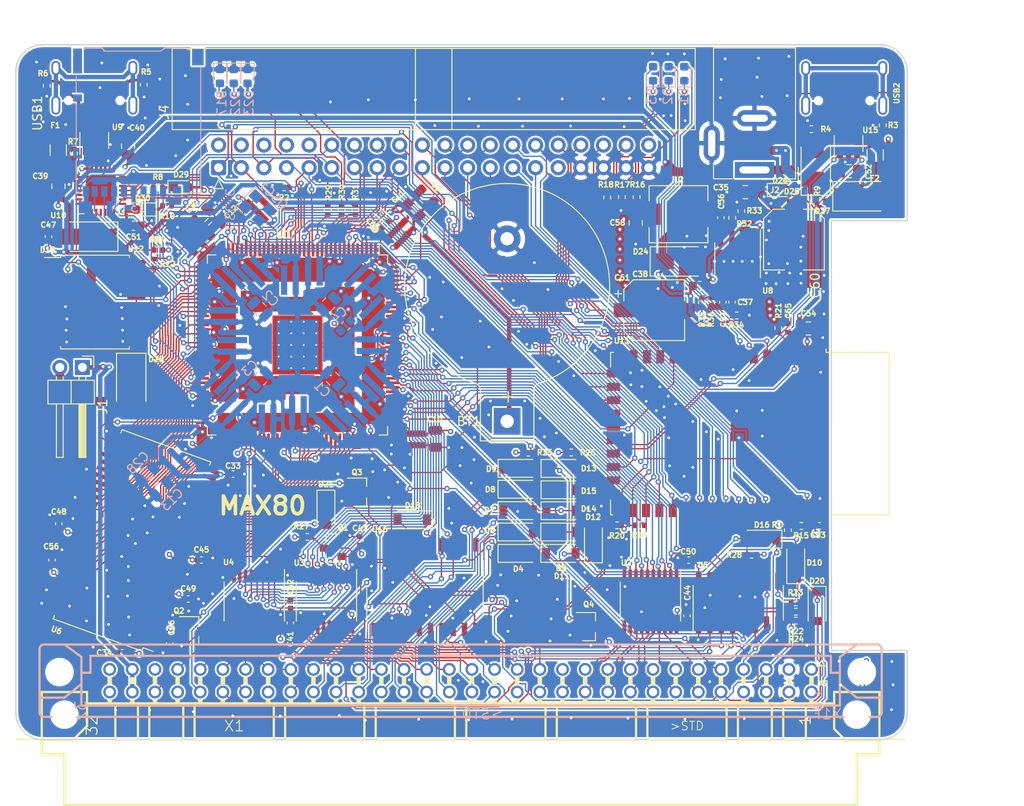
<source format=kicad_pcb>
(kicad_pcb (version 20171130) (host pcbnew 5.1.9-73d0e3b20d~88~ubuntu20.04.1)

  (general
    (thickness 1.6)
    (drawings 17)
    (tracks 4105)
    (zones 0)
    (modules 156)
    (nets 213)
  )

  (page A4)
  (title_block
    (title MAX80)
    (date 2021-01-31)
    (rev 0.01)
    (company "No name")
  )

  (layers
    (0 F.Cu signal)
    (1 In1.Cu signal)
    (2 In2.Cu signal)
    (31 B.Cu signal)
    (32 B.Adhes user)
    (33 F.Adhes user)
    (34 B.Paste user)
    (35 F.Paste user)
    (36 B.SilkS user)
    (37 F.SilkS user)
    (38 B.Mask user)
    (39 F.Mask user)
    (40 Dwgs.User user)
    (41 Cmts.User user)
    (42 Eco1.User user)
    (43 Eco2.User user)
    (44 Edge.Cuts user)
    (45 Margin user)
    (46 B.CrtYd user)
    (47 F.CrtYd user)
    (48 B.Fab user)
    (49 F.Fab user)
  )

  (setup
    (last_trace_width 0.15)
    (user_trace_width 0.3)
    (user_trace_width 0.5)
    (trace_clearance 0.15)
    (zone_clearance 0.2)
    (zone_45_only no)
    (trace_min 0.15)
    (via_size 0.6)
    (via_drill 0.3)
    (via_min_size 0.6)
    (via_min_drill 0.3)
    (uvia_size 0.3)
    (uvia_drill 0.1)
    (uvias_allowed no)
    (uvia_min_size 0.2)
    (uvia_min_drill 0.1)
    (edge_width 0.15)
    (segment_width 0.3)
    (pcb_text_width 0.3)
    (pcb_text_size 1.5 1.5)
    (mod_edge_width 0.15)
    (mod_text_size 1 1)
    (mod_text_width 0.15)
    (pad_size 2.6 1.6)
    (pad_drill 0)
    (pad_to_mask_clearance 0)
    (aux_axis_origin 0 0)
    (grid_origin 86.275 147.925)
    (visible_elements FFFFFF7F)
    (pcbplotparams
      (layerselection 0x010fc_ffffffff)
      (usegerberextensions false)
      (usegerberattributes true)
      (usegerberadvancedattributes true)
      (creategerberjobfile true)
      (excludeedgelayer true)
      (linewidth 0.100000)
      (plotframeref false)
      (viasonmask false)
      (mode 1)
      (useauxorigin false)
      (hpglpennumber 1)
      (hpglpenspeed 20)
      (hpglpendiameter 15.000000)
      (psnegative false)
      (psa4output false)
      (plotreference true)
      (plotvalue true)
      (plotinvisibletext false)
      (padsonsilk false)
      (subtractmaskfromsilk false)
      (outputformat 1)
      (mirror false)
      (drillshape 0)
      (scaleselection 1)
      (outputdirectory "abc80_gerber"))
  )

  (net 0 "")
  (net 1 VCC_ONE)
  (net 2 VCCA)
  (net 3 GND)
  (net 4 CLK0n)
  (net 5 +5V)
  (net 6 "Net-(R5-Pad2)")
  (net 7 "Net-(R6-Pad2)")
  (net 8 "Net-(R7-Pad1)")
  (net 9 "Net-(U10-Pad5)")
  (net 10 "Net-(U10-Pad4)")
  (net 11 "Net-(U9-Pad4)")
  (net 12 "Net-(U9-Pad6)")
  (net 13 "Net-(USB1-Pad13)")
  (net 14 "Net-(BT1-Pad1)")
  (net 15 /A4)
  (net 16 /A3)
  (net 17 /A2)
  (net 18 /A1)
  (net 19 /A0)
  (net 20 /IO0)
  (net 21 /IO3)
  (net 22 /IO4)
  (net 23 /IO5)
  (net 24 /IO6)
  (net 25 /IO7)
  (net 26 /A11)
  (net 27 /IO9)
  (net 28 /A8)
  (net 29 /A7)
  (net 30 /A6)
  (net 31 /A5)
  (net 32 /A9)
  (net 33 /A10)
  (net 34 /A12)
  (net 35 /IO8)
  (net 36 /IO10)
  (net 37 /IO11)
  (net 38 /IO12)
  (net 39 /IO13)
  (net 40 /IO14)
  (net 41 /IO15)
  (net 42 /abc80bus/D7)
  (net 43 /abc80bus/D6)
  (net 44 /abc80bus/D5)
  (net 45 /abc80bus/D4)
  (net 46 /abc80bus/D3)
  (net 47 /abc80bus/D2)
  (net 48 /abc80bus/D1)
  (net 49 /abc80bus/D0)
  (net 50 /abc80bus/A8)
  (net 51 /abc80bus/A9)
  (net 52 /abc80bus/A10)
  (net 53 /abc80bus/A11)
  (net 54 /abc80bus/A12)
  (net 55 /abc80bus/A13)
  (net 56 /abc80bus/A14)
  (net 57 /abc80bus/A15)
  (net 58 /abc80bus/A7)
  (net 59 /abc80bus/A6)
  (net 60 /abc80bus/A5)
  (net 61 /abc80bus/A4)
  (net 62 /abc80bus/A3)
  (net 63 /abc80bus/A2)
  (net 64 /abc80bus/A1)
  (net 65 /abc80bus/A0)
  (net 66 /IO1)
  (net 67 /IO2)
  (net 68 /32KHZ)
  (net 69 /RTC_INT)
  (net 70 /abc80bus/ABC5V)
  (net 71 /SD_DAT1)
  (net 72 /SD_DAT2)
  (net 73 /SD_DAT3)
  (net 74 /SD_CMD)
  (net 75 /SD_CLK)
  (net 76 /SD_DAT0)
  (net 77 FPGA_TDI)
  (net 78 FPGA_TMS)
  (net 79 FPGA_TDO)
  (net 80 FPGA_TCK)
  (net 81 ABC_CLK_5)
  (net 82 /FPGA_SCL)
  (net 83 /FPGA_SDA)
  (net 84 FPGA_SPI_MISO)
  (net 85 FPGA_SPI_MOSI)
  (net 86 FPGA_SPI_CLK)
  (net 87 FGPA_SPI_CS_ESP32)
  (net 88 INT_ESP32)
  (net 89 "Net-(C53-Pad1)")
  (net 90 "Net-(F2-Pad2)")
  (net 91 ESP32_TDO)
  (net 92 ESP32_TCK)
  (net 93 ESP32_TMS)
  (net 94 ESP32_IO0)
  (net 95 ESP32_RXD)
  (net 96 ESP32_TXD)
  (net 97 ESP32_EN)
  (net 98 "Net-(R3-Pad2)")
  (net 99 "Net-(R4-Pad2)")
  (net 100 /ESP32/USB_D-)
  (net 101 /ESP32/USB_D+)
  (net 102 ESP32_TDI)
  (net 103 "Net-(U15-Pad6)")
  (net 104 "Net-(U15-Pad4)")
  (net 105 "Net-(USB2-Pad13)")
  (net 106 "Net-(D1-Pad2)")
  (net 107 "Net-(D1-Pad1)")
  (net 108 "Net-(D2-Pad2)")
  (net 109 "Net-(D2-Pad1)")
  (net 110 "Net-(D3-Pad2)")
  (net 111 "Net-(D3-Pad1)")
  (net 112 ESP32_SCL)
  (net 113 ESP32_SDA)
  (net 114 ESP32_CS2)
  (net 115 ESP32_CS0)
  (net 116 ESP32_MISO)
  (net 117 ESP32_SCK)
  (net 118 ESP32_MOSI)
  (net 119 ESP32_CS1)
  (net 120 /FPGA_USB_TXD)
  (net 121 /FPGA_USB_RXD)
  (net 122 /abc80bus/~XMEMW80)
  (net 123 /abc80bus/~CS)
  (net 124 /abc80bus/~C4)
  (net 125 /abc80bus/~C3)
  (net 126 /abc80bus/~C2)
  (net 127 /abc80bus/~C1)
  (net 128 /abc80bus/~OUT)
  (net 129 /abc80bus/~XOUT)
  (net 130 /abc80bus/~RST)
  (net 131 ~IORD)
  (net 132 /abc80bus/~XMEMFL)
  (net 133 /abc80bus/~XIN)
  (net 134 /abc80bus/~INP)
  (net 135 /abc80bus/~STATUS)
  (net 136 ~MEMRW)
  (net 137 "Net-(D18-Pad1)")
  (net 138 /abc80bus/~XINPSTB)
  (net 139 /abc80bus/~XOUTSTB)
  (net 140 /abc80bus/~XMEMW800)
  (net 141 ADSEL0)
  (net 142 ADSEL1)
  (net 143 "Net-(U3-Pad19)")
  (net 144 "Net-(U4-Pad19)")
  (net 145 /abc80bus/~INT)
  (net 146 ~IORW)
  (net 147 ~MEMRD)
  (net 148 AD0)
  (net 149 AD1)
  (net 150 AD2)
  (net 151 AD3)
  (net 152 AD4)
  (net 153 AD5)
  (net 154 AD6)
  (net 155 AD7)
  (net 156 O1)
  (net 157 O2)
  (net 158 /abc80bus/~RESIN)
  (net 159 /abc80bus/~XM)
  (net 160 /abc80bus/Y0)
  (net 161 /abc80bus/~Y0)
  (net 162 "Net-(D20-Pad1)")
  (net 163 "Net-(D21-Pad1)")
  (net 164 /FPGA_LED1)
  (net 165 /FPGA_LED2)
  (net 166 /FPGA_LED3)
  (net 167 "Net-(D17-Pad2)")
  (net 168 "Net-(D22-Pad2)")
  (net 169 "Net-(D23-Pad2)")
  (net 170 FPGA_GPIO3)
  (net 171 FPGA_GPIO2)
  (net 172 FPGA_GPIO1)
  (net 173 FPGA_GPIO0)
  (net 174 FPGA_GPIO5)
  (net 175 FPGA_GPIO4)
  (net 176 "Net-(C36-Pad1)")
  (net 177 "Net-(C37-Pad2)")
  (net 178 "Net-(C37-Pad1)")
  (net 179 "Net-(C38-Pad2)")
  (net 180 "Net-(R32-Pad2)")
  (net 181 "Net-(R35-Pad2)")
  (net 182 "Net-(C38-Pad1)")
  (net 183 /abc80bus/READY)
  (net 184 /abc80bus/~NMI)
  (net 185 ~FPGA_READY)
  (net 186 FPGA_NMI)
  (net 187 "Net-(U1-Pad88)")
  (net 188 "Net-(D26-Pad2)")
  (net 189 FPGA_RESIN)
  (net 190 ABC_CLK_3)
  (net 191 /DQMH)
  (net 192 /CLK)
  (net 193 /CKE)
  (net 194 /BA1)
  (net 195 /BA0)
  (net 196 /DQML)
  (net 197 "Net-(D28-Pad2)")
  (net 198 "Net-(D25-Pad2)")
  (net 199 "Net-(F1-Pad2)")
  (net 200 /FPGA_USB_RTS)
  (net 201 /FPGA_USB_CTS)
  (net 202 /FPGA_USB_DTR)
  (net 203 FPGA_JTAGEN)
  (net 204 "Net-(C39-Pad1)")
  (net 205 "Net-(C52-Pad1)")
  (net 206 /WE#)
  (net 207 /CAS#)
  (net 208 /RAS#)
  (net 209 /CS#)
  (net 210 "Net-(D29-Pad1)")
  (net 211 "Net-(D30-Pad1)")
  (net 212 "Net-(R11-Pad1)")

  (net_class Default "This is the default net class."
    (clearance 0.15)
    (trace_width 0.15)
    (via_dia 0.6)
    (via_drill 0.3)
    (uvia_dia 0.3)
    (uvia_drill 0.1)
    (add_net +5V)
    (add_net /32KHZ)
    (add_net /A0)
    (add_net /A1)
    (add_net /A10)
    (add_net /A11)
    (add_net /A12)
    (add_net /A2)
    (add_net /A3)
    (add_net /A4)
    (add_net /A5)
    (add_net /A6)
    (add_net /A7)
    (add_net /A8)
    (add_net /A9)
    (add_net /BA0)
    (add_net /BA1)
    (add_net /CAS#)
    (add_net /CKE)
    (add_net /CLK)
    (add_net /CS#)
    (add_net /DQMH)
    (add_net /DQML)
    (add_net /ESP32/USB_D+)
    (add_net /ESP32/USB_D-)
    (add_net /FPGA_LED1)
    (add_net /FPGA_LED2)
    (add_net /FPGA_LED3)
    (add_net /FPGA_SCL)
    (add_net /FPGA_SDA)
    (add_net /FPGA_USB_CTS)
    (add_net /FPGA_USB_DTR)
    (add_net /FPGA_USB_RTS)
    (add_net /FPGA_USB_RXD)
    (add_net /FPGA_USB_TXD)
    (add_net /IO0)
    (add_net /IO1)
    (add_net /IO10)
    (add_net /IO11)
    (add_net /IO12)
    (add_net /IO13)
    (add_net /IO14)
    (add_net /IO15)
    (add_net /IO2)
    (add_net /IO3)
    (add_net /IO4)
    (add_net /IO5)
    (add_net /IO6)
    (add_net /IO7)
    (add_net /IO8)
    (add_net /IO9)
    (add_net /RAS#)
    (add_net /RTC_INT)
    (add_net /SD_CLK)
    (add_net /SD_CMD)
    (add_net /SD_DAT0)
    (add_net /SD_DAT1)
    (add_net /SD_DAT2)
    (add_net /SD_DAT3)
    (add_net /WE#)
    (add_net /abc80bus/A0)
    (add_net /abc80bus/A1)
    (add_net /abc80bus/A10)
    (add_net /abc80bus/A11)
    (add_net /abc80bus/A12)
    (add_net /abc80bus/A13)
    (add_net /abc80bus/A14)
    (add_net /abc80bus/A15)
    (add_net /abc80bus/A2)
    (add_net /abc80bus/A3)
    (add_net /abc80bus/A4)
    (add_net /abc80bus/A5)
    (add_net /abc80bus/A6)
    (add_net /abc80bus/A7)
    (add_net /abc80bus/A8)
    (add_net /abc80bus/A9)
    (add_net /abc80bus/ABC5V)
    (add_net /abc80bus/D0)
    (add_net /abc80bus/D1)
    (add_net /abc80bus/D2)
    (add_net /abc80bus/D3)
    (add_net /abc80bus/D4)
    (add_net /abc80bus/D5)
    (add_net /abc80bus/D6)
    (add_net /abc80bus/D7)
    (add_net /abc80bus/READY)
    (add_net /abc80bus/Y0)
    (add_net /abc80bus/~C1)
    (add_net /abc80bus/~C2)
    (add_net /abc80bus/~C3)
    (add_net /abc80bus/~C4)
    (add_net /abc80bus/~CS)
    (add_net /abc80bus/~INP)
    (add_net /abc80bus/~INT)
    (add_net /abc80bus/~NMI)
    (add_net /abc80bus/~OUT)
    (add_net /abc80bus/~RESIN)
    (add_net /abc80bus/~RST)
    (add_net /abc80bus/~STATUS)
    (add_net /abc80bus/~XIN)
    (add_net /abc80bus/~XINPSTB)
    (add_net /abc80bus/~XM)
    (add_net /abc80bus/~XMEMFL)
    (add_net /abc80bus/~XMEMW80)
    (add_net /abc80bus/~XMEMW800)
    (add_net /abc80bus/~XOUT)
    (add_net /abc80bus/~XOUTSTB)
    (add_net /abc80bus/~Y0)
    (add_net ABC_CLK_3)
    (add_net ABC_CLK_5)
    (add_net AD0)
    (add_net AD1)
    (add_net AD2)
    (add_net AD3)
    (add_net AD4)
    (add_net AD5)
    (add_net AD6)
    (add_net AD7)
    (add_net ADSEL0)
    (add_net ADSEL1)
    (add_net CLK0n)
    (add_net ESP32_CS0)
    (add_net ESP32_CS1)
    (add_net ESP32_CS2)
    (add_net ESP32_EN)
    (add_net ESP32_IO0)
    (add_net ESP32_MISO)
    (add_net ESP32_MOSI)
    (add_net ESP32_RXD)
    (add_net ESP32_SCK)
    (add_net ESP32_SCL)
    (add_net ESP32_SDA)
    (add_net ESP32_TCK)
    (add_net ESP32_TDI)
    (add_net ESP32_TDO)
    (add_net ESP32_TMS)
    (add_net ESP32_TXD)
    (add_net FGPA_SPI_CS_ESP32)
    (add_net FPGA_GPIO0)
    (add_net FPGA_GPIO1)
    (add_net FPGA_GPIO2)
    (add_net FPGA_GPIO3)
    (add_net FPGA_GPIO4)
    (add_net FPGA_GPIO5)
    (add_net FPGA_JTAGEN)
    (add_net FPGA_NMI)
    (add_net FPGA_RESIN)
    (add_net FPGA_SPI_CLK)
    (add_net FPGA_SPI_MISO)
    (add_net FPGA_SPI_MOSI)
    (add_net FPGA_TCK)
    (add_net FPGA_TDI)
    (add_net FPGA_TDO)
    (add_net FPGA_TMS)
    (add_net GND)
    (add_net INT_ESP32)
    (add_net "Net-(BT1-Pad1)")
    (add_net "Net-(C36-Pad1)")
    (add_net "Net-(C37-Pad1)")
    (add_net "Net-(C37-Pad2)")
    (add_net "Net-(C38-Pad1)")
    (add_net "Net-(C38-Pad2)")
    (add_net "Net-(C39-Pad1)")
    (add_net "Net-(C52-Pad1)")
    (add_net "Net-(C53-Pad1)")
    (add_net "Net-(D1-Pad1)")
    (add_net "Net-(D1-Pad2)")
    (add_net "Net-(D17-Pad2)")
    (add_net "Net-(D18-Pad1)")
    (add_net "Net-(D2-Pad1)")
    (add_net "Net-(D2-Pad2)")
    (add_net "Net-(D20-Pad1)")
    (add_net "Net-(D21-Pad1)")
    (add_net "Net-(D22-Pad2)")
    (add_net "Net-(D23-Pad2)")
    (add_net "Net-(D25-Pad2)")
    (add_net "Net-(D26-Pad2)")
    (add_net "Net-(D28-Pad2)")
    (add_net "Net-(D29-Pad1)")
    (add_net "Net-(D3-Pad1)")
    (add_net "Net-(D3-Pad2)")
    (add_net "Net-(D30-Pad1)")
    (add_net "Net-(F1-Pad2)")
    (add_net "Net-(F2-Pad2)")
    (add_net "Net-(R11-Pad1)")
    (add_net "Net-(R3-Pad2)")
    (add_net "Net-(R32-Pad2)")
    (add_net "Net-(R35-Pad2)")
    (add_net "Net-(R4-Pad2)")
    (add_net "Net-(R5-Pad2)")
    (add_net "Net-(R6-Pad2)")
    (add_net "Net-(R7-Pad1)")
    (add_net "Net-(U1-Pad88)")
    (add_net "Net-(U10-Pad4)")
    (add_net "Net-(U10-Pad5)")
    (add_net "Net-(U15-Pad4)")
    (add_net "Net-(U15-Pad6)")
    (add_net "Net-(U3-Pad19)")
    (add_net "Net-(U4-Pad19)")
    (add_net "Net-(U9-Pad4)")
    (add_net "Net-(U9-Pad6)")
    (add_net "Net-(USB1-Pad13)")
    (add_net "Net-(USB2-Pad13)")
    (add_net O1)
    (add_net O2)
    (add_net VCCA)
    (add_net VCC_ONE)
    (add_net ~FPGA_READY)
    (add_net ~IORD)
    (add_net ~IORW)
    (add_net ~MEMRD)
    (add_net ~MEMRW)
  )

  (module sm6uax:FAB64B (layer B.Cu) (tedit 0) (tstamp 6033D31F)
    (at 102.405 172.395 90)
    (descr "<b>DIN 41612 CONNECTOR</b>\n<p>\nFemale, 64 pins, type B, rows AB, grid 2.54 mm.<br />\nB mates with Q, but pin numbers reversed.\n</p>")
    (fp_text reference X1F (at -4.445 39.37 -180) (layer B.SilkS)
      (effects (font (size 1.2065 1.2065) (thickness 0.12065)) (justify right bottom mirror))
    )
    (fp_text value FAB64B (at -4.445 -34.29 -180) (layer B.Fab)
      (effects (font (size 1.2065 1.2065) (thickness 0.12065)) (justify right bottom mirror))
    )
    (fp_text user >STD (at -4.445 0) (layer B.SilkS)
      (effects (font (size 1.2065 1.2065) (thickness 0.127)) (justify right bottom mirror))
    )
    (fp_text user 1 (at -0.762 40.64 -90) (layer B.SilkS)
      (effects (font (size 1.2065 1.2065) (thickness 0.127)) (justify left bottom mirror))
    )
    (fp_text user a (at -2.286 40.64 -90) (layer B.SilkS)
      (effects (font (size 1.2065 1.2065) (thickness 0.127)) (justify left bottom mirror))
    )
    (fp_text user 32 (at -2.159 -41.91 -90) (layer B.SilkS)
      (effects (font (size 1.2065 1.2065) (thickness 0.127)) (justify left bottom mirror))
    )
    (fp_arc (start -3.556 -46.736) (end -4.064 -46.736) (angle 90) (layer B.SilkS) (width 0.254))
    (fp_arc (start 3.556 -46.736) (end 3.556 -47.244) (angle 90) (layer B.SilkS) (width 0.254))
    (fp_arc (start 3.504755 46.659599) (end 3.556 47.244) (angle -77.21006) (layer B.SilkS) (width 0.254))
    (fp_arc (start -3.556 46.736) (end -4.064 46.736) (angle -90) (layer B.SilkS) (width 0.254))
    (fp_line (start -2.54 42.291) (end -2.54 -42.291) (layer B.Fab) (width 0.254))
    (fp_line (start 0.635 -41.275) (end 2.54 -41.275) (layer B.Fab) (width 0.254))
    (fp_line (start 2.54 -41.275) (end 2.54 41.275) (layer B.Fab) (width 0.254))
    (fp_line (start 2.54 41.275) (end 0.635 41.275) (layer B.Fab) (width 0.254))
    (fp_line (start -1.905 47.244) (end -1.905 44.45) (layer B.SilkS) (width 0.254))
    (fp_line (start -1.905 47.244) (end -3.556 47.244) (layer B.SilkS) (width 0.254))
    (fp_line (start -0.381 42.545) (end -1.905 44.45) (layer B.SilkS) (width 0.254))
    (fp_line (start -1.905 -47.244) (end -1.905 -44.45) (layer B.SilkS) (width 0.254))
    (fp_line (start -1.905 -47.244) (end 3.556 -47.244) (layer B.SilkS) (width 0.254))
    (fp_line (start -0.381 -42.545) (end -1.905 -44.45) (layer B.SilkS) (width 0.254))
    (fp_line (start 4.064 44.45) (end 4.064 46.736) (layer B.SilkS) (width 0.254))
    (fp_line (start 2.667 42.545) (end 4.064 44.45) (layer B.SilkS) (width 0.254))
    (fp_line (start 4.064 44.45) (end 4.064 -44.45) (layer B.SilkS) (width 0.254))
    (fp_line (start 2.667 -42.545) (end 4.064 -44.45) (layer B.SilkS) (width 0.254))
    (fp_line (start 0.635 -41.275) (end 0.635 -42.291) (layer B.Fab) (width 0.254))
    (fp_line (start 0.889 -42.545) (end -0.381 -42.545) (layer B.SilkS) (width 0.254))
    (fp_line (start 0.635 -42.291) (end -2.54 -42.291) (layer B.Fab) (width 0.254))
    (fp_line (start -0.381 -42.545) (end -2.794 -42.545) (layer B.SilkS) (width 0.254))
    (fp_line (start 0.889 -42.545) (end 0.889 -41.529) (layer B.SilkS) (width 0.254))
    (fp_line (start 0.889 -42.545) (end 2.667 -42.545) (layer B.SilkS) (width 0.254))
    (fp_line (start 0.889 -41.529) (end 2.794 -41.529) (layer B.SilkS) (width 0.254))
    (fp_line (start 2.794 -41.529) (end 2.794 41.529) (layer B.SilkS) (width 0.254))
    (fp_line (start -2.794 -42.545) (end -2.794 42.545) (layer B.SilkS) (width 0.254))
    (fp_line (start 2.794 41.529) (end 0.889 41.529) (layer B.SilkS) (width 0.254))
    (fp_line (start 0.889 41.529) (end 0.889 42.545) (layer B.SilkS) (width 0.254))
    (fp_line (start 0.889 42.545) (end 2.667 42.545) (layer B.SilkS) (width 0.254))
    (fp_line (start 0.635 41.275) (end 0.635 42.291) (layer B.Fab) (width 0.254))
    (fp_line (start -0.381 42.545) (end 0.889 42.545) (layer B.SilkS) (width 0.254))
    (fp_line (start 0.635 42.291) (end -2.54 42.291) (layer B.Fab) (width 0.254))
    (fp_line (start -0.381 42.545) (end -2.794 42.545) (layer B.SilkS) (width 0.254))
    (fp_line (start 3.556 47.244) (end -1.905 47.244) (layer B.SilkS) (width 0.254))
    (fp_line (start -3.556 -47.244) (end -1.905 -47.244) (layer B.SilkS) (width 0.254))
    (fp_line (start -4.064 -46.736) (end -4.064 46.736) (layer B.SilkS) (width 0.254))
    (fp_line (start 4.064 -46.736) (end 4.064 -44.45) (layer B.SilkS) (width 0.254))
    (fp_circle (center 0.9652 -45.0088) (end 3.2512 -45.0088) (layer Dwgs.User) (width 1.778))
    (fp_circle (center 0.9652 -45.0088) (end 3.2512 -45.0088) (layer Dwgs.User) (width 1.778))
    (fp_circle (center 0.9652 -45.0088) (end 2.2352 -45.0088) (layer B.SilkS) (width 0.254))
    (fp_circle (center 0.9652 45.0088) (end 3.2512 45.0088) (layer Dwgs.User) (width 1.778))
    (fp_circle (center 0.9652 45.0088) (end 3.2512 45.0088) (layer Dwgs.User) (width 1.778))
    (fp_circle (center 0.9652 45.0088) (end 2.2352 45.0088) (layer B.SilkS) (width 0.254))
    (fp_poly (pts (xy 0.889 -40.005) (xy 1.651 -40.005) (xy 1.651 -38.735) (xy 0.889 -38.735)) (layer B.Fab) (width 0))
    (fp_poly (pts (xy -1.651 -40.005) (xy -0.889 -40.005) (xy -0.889 -38.735) (xy -1.651 -38.735)) (layer B.Fab) (width 0))
    (fp_poly (pts (xy 0.889 -37.465) (xy 1.651 -37.465) (xy 1.651 -36.195) (xy 0.889 -36.195)) (layer B.Fab) (width 0))
    (fp_poly (pts (xy -1.651 -37.465) (xy -0.889 -37.465) (xy -0.889 -36.195) (xy -1.651 -36.195)) (layer B.Fab) (width 0))
    (fp_poly (pts (xy -1.651 -34.925) (xy -0.889 -34.925) (xy -0.889 -33.655) (xy -1.651 -33.655)) (layer B.Fab) (width 0))
    (fp_poly (pts (xy -1.651 -32.385) (xy -0.889 -32.385) (xy -0.889 -31.115) (xy -1.651 -31.115)) (layer B.Fab) (width 0))
    (fp_poly (pts (xy 0.889 -34.925) (xy 1.651 -34.925) (xy 1.651 -33.655) (xy 0.889 -33.655)) (layer B.Fab) (width 0))
    (fp_poly (pts (xy 0.889 -32.385) (xy 1.651 -32.385) (xy 1.651 -31.115) (xy 0.889 -31.115)) (layer B.Fab) (width 0))
    (fp_poly (pts (xy -1.651 -29.845) (xy -0.889 -29.845) (xy -0.889 -28.575) (xy -1.651 -28.575)) (layer B.Fab) (width 0))
    (fp_poly (pts (xy -1.651 -27.305) (xy -0.889 -27.305) (xy -0.889 -26.035) (xy -1.651 -26.035)) (layer B.Fab) (width 0))
    (fp_poly (pts (xy 0.889 -29.845) (xy 1.651 -29.845) (xy 1.651 -28.575) (xy 0.889 -28.575)) (layer B.Fab) (width 0))
    (fp_poly (pts (xy 0.889 -27.305) (xy 1.651 -27.305) (xy 1.651 -26.035) (xy 0.889 -26.035)) (layer B.Fab) (width 0))
    (fp_poly (pts (xy 0.889 -24.765) (xy 1.651 -24.765) (xy 1.651 -23.495) (xy 0.889 -23.495)) (layer B.Fab) (width 0))
    (fp_poly (pts (xy -1.651 -24.765) (xy -0.889 -24.765) (xy -0.889 -23.495) (xy -1.651 -23.495)) (layer B.Fab) (width 0))
    (fp_poly (pts (xy -1.651 -22.225) (xy -0.889 -22.225) (xy -0.889 -20.955) (xy -1.651 -20.955)) (layer B.Fab) (width 0))
    (fp_poly (pts (xy -1.651 -19.685) (xy -0.889 -19.685) (xy -0.889 -18.415) (xy -1.651 -18.415)) (layer B.Fab) (width 0))
    (fp_poly (pts (xy 0.889 -22.225) (xy 1.651 -22.225) (xy 1.651 -20.955) (xy 0.889 -20.955)) (layer B.Fab) (width 0))
    (fp_poly (pts (xy 0.889 -19.685) (xy 1.651 -19.685) (xy 1.651 -18.415) (xy 0.889 -18.415)) (layer B.Fab) (width 0))
    (fp_poly (pts (xy 0.889 -17.145) (xy 1.651 -17.145) (xy 1.651 -15.875) (xy 0.889 -15.875)) (layer B.Fab) (width 0))
    (fp_poly (pts (xy -1.651 -17.145) (xy -0.889 -17.145) (xy -0.889 -15.875) (xy -1.651 -15.875)) (layer B.Fab) (width 0))
    (fp_poly (pts (xy 0.889 -14.605) (xy 1.651 -14.605) (xy 1.651 -13.335) (xy 0.889 -13.335)) (layer B.Fab) (width 0))
    (fp_poly (pts (xy 0.889 -12.065) (xy 1.651 -12.065) (xy 1.651 -10.795) (xy 0.889 -10.795)) (layer B.Fab) (width 0))
    (fp_poly (pts (xy 0.889 -9.525) (xy 1.651 -9.525) (xy 1.651 -8.255) (xy 0.889 -8.255)) (layer B.Fab) (width 0))
    (fp_poly (pts (xy 0.889 -6.985) (xy 1.651 -6.985) (xy 1.651 -5.715) (xy 0.889 -5.715)) (layer B.Fab) (width 0))
    (fp_poly (pts (xy 0.889 -4.445) (xy 1.651 -4.445) (xy 1.651 -3.175) (xy 0.889 -3.175)) (layer B.Fab) (width 0))
    (fp_poly (pts (xy 0.889 -1.905) (xy 1.651 -1.905) (xy 1.651 -0.635) (xy 0.889 -0.635)) (layer B.Fab) (width 0))
    (fp_poly (pts (xy 0.889 0.635) (xy 1.651 0.635) (xy 1.651 1.905) (xy 0.889 1.905)) (layer B.Fab) (width 0))
    (fp_poly (pts (xy 0.889 3.175) (xy 1.651 3.175) (xy 1.651 4.445) (xy 0.889 4.445)) (layer B.Fab) (width 0))
    (fp_poly (pts (xy 0.889 5.715) (xy 1.651 5.715) (xy 1.651 6.985) (xy 0.889 6.985)) (layer B.Fab) (width 0))
    (fp_poly (pts (xy 0.889 8.255) (xy 1.651 8.255) (xy 1.651 9.525) (xy 0.889 9.525)) (layer B.Fab) (width 0))
    (fp_poly (pts (xy 0.889 10.795) (xy 1.651 10.795) (xy 1.651 12.065) (xy 0.889 12.065)) (layer B.Fab) (width 0))
    (fp_poly (pts (xy 0.889 13.335) (xy 1.651 13.335) (xy 1.651 14.605) (xy 0.889 14.605)) (layer B.Fab) (width 0))
    (fp_poly (pts (xy 0.889 15.875) (xy 1.651 15.875) (xy 1.651 17.145) (xy 0.889 17.145)) (layer B.Fab) (width 0))
    (fp_poly (pts (xy 0.889 18.415) (xy 1.651 18.415) (xy 1.651 19.685) (xy 0.889 19.685)) (layer B.Fab) (width 0))
    (fp_poly (pts (xy 0.889 20.955) (xy 1.651 20.955) (xy 1.651 22.225) (xy 0.889 22.225)) (layer B.Fab) (width 0))
    (fp_poly (pts (xy 0.889 23.495) (xy 1.651 23.495) (xy 1.651 24.765) (xy 0.889 24.765)) (layer B.Fab) (width 0))
    (fp_poly (pts (xy -1.651 -14.605) (xy -0.889 -14.605) (xy -0.889 -13.335) (xy -1.651 -13.335)) (layer B.Fab) (width 0))
    (fp_poly (pts (xy -1.651 -12.065) (xy -0.889 -12.065) (xy -0.889 -10.795) (xy -1.651 -10.795)) (layer B.Fab) (width 0))
    (fp_poly (pts (xy -1.651 -9.525) (xy -0.889 -9.525) (xy -0.889 -8.255) (xy -1.651 -8.255)) (layer B.Fab) (width 0))
    (fp_poly (pts (xy -1.651 -6.985) (xy -0.889 -6.985) (xy -0.889 -5.715) (xy -1.651 -5.715)) (layer B.Fab) (width 0))
    (fp_poly (pts (xy -1.651 -4.445) (xy -0.889 -4.445) (xy -0.889 -3.175) (xy -1.651 -3.175)) (layer B.Fab) (width 0))
    (fp_poly (pts (xy -1.651 -1.905) (xy -0.889 -1.905) (xy -0.889 -0.635) (xy -1.651 -0.635)) (layer B.Fab) (width 0))
    (fp_poly (pts (xy -1.651 0.635) (xy -0.889 0.635) (xy -0.889 1.905) (xy -1.651 1.905)) (layer B.Fab) (width 0))
    (fp_poly (pts (xy -1.651 3.175) (xy -0.889 3.175) (xy -0.889 4.445) (xy -1.651 4.445)) (layer B.Fab) (width 0))
    (fp_poly (pts (xy -1.651 5.715) (xy -0.889 5.715) (xy -0.889 6.985) (xy -1.651 6.985)) (layer B.Fab) (width 0))
    (fp_poly (pts (xy -1.651 8.255) (xy -0.889 8.255) (xy -0.889 9.525) (xy -1.651 9.525)) (layer B.Fab) (width 0))
    (fp_poly (pts (xy -1.651 10.795) (xy -0.889 10.795) (xy -0.889 12.065) (xy -1.651 12.065)) (layer B.Fab) (width 0))
    (fp_poly (pts (xy -1.651 13.335) (xy -0.889 13.335) (xy -0.889 14.605) (xy -1.651 14.605)) (layer B.Fab) (width 0))
    (fp_poly (pts (xy -1.651 15.875) (xy -0.889 15.875) (xy -0.889 17.145) (xy -1.651 17.145)) (layer B.Fab) (width 0))
    (fp_poly (pts (xy -1.651 18.415) (xy -0.889 18.415) (xy -0.889 19.685) (xy -1.651 19.685)) (layer B.Fab) (width 0))
    (fp_poly (pts (xy -1.651 20.955) (xy -0.889 20.955) (xy -0.889 22.225) (xy -1.651 22.225)) (layer B.Fab) (width 0))
    (fp_poly (pts (xy -1.651 23.495) (xy -0.889 23.495) (xy -0.889 24.765) (xy -1.651 24.765)) (layer B.Fab) (width 0))
    (fp_poly (pts (xy -1.651 26.035) (xy -0.889 26.035) (xy -0.889 27.305) (xy -1.651 27.305)) (layer B.Fab) (width 0))
    (fp_poly (pts (xy -1.651 28.575) (xy -0.889 28.575) (xy -0.889 29.845) (xy -1.651 29.845)) (layer B.Fab) (width 0))
    (fp_poly (pts (xy -1.651 31.115) (xy -0.889 31.115) (xy -0.889 32.385) (xy -1.651 32.385)) (layer B.Fab) (width 0))
    (fp_poly (pts (xy -1.651 33.655) (xy -0.889 33.655) (xy -0.889 34.925) (xy -1.651 34.925)) (layer B.Fab) (width 0))
    (fp_poly (pts (xy -1.651 36.195) (xy -0.889 36.195) (xy -0.889 37.465) (xy -1.651 37.465)) (layer B.Fab) (width 0))
    (fp_poly (pts (xy -1.651 38.735) (xy -0.889 38.735) (xy -0.889 40.005) (xy -1.651 40.005)) (layer B.Fab) (width 0))
    (fp_poly (pts (xy 0.889 26.035) (xy 1.651 26.035) (xy 1.651 27.305) (xy 0.889 27.305)) (layer B.Fab) (width 0))
    (fp_poly (pts (xy 0.889 28.575) (xy 1.651 28.575) (xy 1.651 29.845) (xy 0.889 29.845)) (layer B.Fab) (width 0))
    (fp_poly (pts (xy 0.889 31.115) (xy 1.651 31.115) (xy 1.651 32.385) (xy 0.889 32.385)) (layer B.Fab) (width 0))
    (fp_poly (pts (xy 0.889 33.655) (xy 1.651 33.655) (xy 1.651 34.925) (xy 0.889 34.925)) (layer B.Fab) (width 0))
    (fp_poly (pts (xy 0.889 36.195) (xy 1.651 36.195) (xy 1.651 37.465) (xy 0.889 37.465)) (layer B.Fab) (width 0))
    (fp_poly (pts (xy 0.889 38.735) (xy 1.651 38.735) (xy 1.651 40.005) (xy 0.889 40.005)) (layer B.Fab) (width 0))
    (pad "" np_thru_hole circle (at 0.9652 45.0088 90) (size 2.794 2.794) (drill 2.794) (layers *.Cu *.Mask))
    (pad "" np_thru_hole circle (at 0.9652 -45.0088 90) (size 2.794 2.794) (drill 2.794) (layers *.Cu *.Mask))
    (pad B32 thru_hole circle (at 1.27 -39.37 90) (size 1.4224 1.4224) (drill 0.9144) (layers *.Cu *.Mask)
      (solder_mask_margin 0.1016))
    (pad B31 thru_hole circle (at 1.27 -36.83 90) (size 1.4224 1.4224) (drill 0.9144) (layers *.Cu *.Mask)
      (solder_mask_margin 0.1016))
    (pad B30 thru_hole circle (at 1.27 -34.29 90) (size 1.4224 1.4224) (drill 0.9144) (layers *.Cu *.Mask)
      (solder_mask_margin 0.1016))
    (pad B29 thru_hole circle (at 1.27 -31.75 90) (size 1.4224 1.4224) (drill 0.9144) (layers *.Cu *.Mask)
      (solder_mask_margin 0.1016))
    (pad B28 thru_hole circle (at 1.27 -29.21 90) (size 1.4224 1.4224) (drill 0.9144) (layers *.Cu *.Mask)
      (solder_mask_margin 0.1016))
    (pad B27 thru_hole circle (at 1.27 -26.67 90) (size 1.4224 1.4224) (drill 0.9144) (layers *.Cu *.Mask)
      (solder_mask_margin 0.1016))
    (pad B26 thru_hole circle (at 1.27 -24.13 90) (size 1.4224 1.4224) (drill 0.9144) (layers *.Cu *.Mask)
      (solder_mask_margin 0.1016))
    (pad B25 thru_hole circle (at 1.27 -21.59 90) (size 1.4224 1.4224) (drill 0.9144) (layers *.Cu *.Mask)
      (solder_mask_margin 0.1016))
    (pad B24 thru_hole circle (at 1.27 -19.05 90) (size 1.4224 1.4224) (drill 0.9144) (layers *.Cu *.Mask)
      (solder_mask_margin 0.1016))
    (pad B23 thru_hole circle (at 1.27 -16.51 90) (size 1.4224 1.4224) (drill 0.9144) (layers *.Cu *.Mask)
      (solder_mask_margin 0.1016))
    (pad B22 thru_hole circle (at 1.27 -13.97 90) (size 1.4224 1.4224) (drill 0.9144) (layers *.Cu *.Mask)
      (solder_mask_margin 0.1016))
    (pad B21 thru_hole circle (at 1.27 -11.43 90) (size 1.4224 1.4224) (drill 0.9144) (layers *.Cu *.Mask)
      (solder_mask_margin 0.1016))
    (pad B20 thru_hole circle (at 1.27 -8.89 90) (size 1.4224 1.4224) (drill 0.9144) (layers *.Cu *.Mask)
      (solder_mask_margin 0.1016))
    (pad B19 thru_hole circle (at 1.27 -6.35 90) (size 1.4224 1.4224) (drill 0.9144) (layers *.Cu *.Mask)
      (solder_mask_margin 0.1016))
    (pad B18 thru_hole circle (at 1.27 -3.81 90) (size 1.4224 1.4224) (drill 0.9144) (layers *.Cu *.Mask)
      (solder_mask_margin 0.1016))
    (pad B17 thru_hole circle (at 1.27 -1.27 90) (size 1.4224 1.4224) (drill 0.9144) (layers *.Cu *.Mask)
      (solder_mask_margin 0.1016))
    (pad B16 thru_hole circle (at 1.27 1.27 90) (size 1.4224 1.4224) (drill 0.9144) (layers *.Cu *.Mask)
      (solder_mask_margin 0.1016))
    (pad B15 thru_hole circle (at 1.27 3.81 90) (size 1.4224 1.4224) (drill 0.9144) (layers *.Cu *.Mask)
      (solder_mask_margin 0.1016))
    (pad B14 thru_hole circle (at 1.27 6.35 90) (size 1.4224 1.4224) (drill 0.9144) (layers *.Cu *.Mask)
      (solder_mask_margin 0.1016))
    (pad B13 thru_hole circle (at 1.27 8.89 90) (size 1.4224 1.4224) (drill 0.9144) (layers *.Cu *.Mask)
      (solder_mask_margin 0.1016))
    (pad B12 thru_hole circle (at 1.27 11.43 90) (size 1.4224 1.4224) (drill 0.9144) (layers *.Cu *.Mask)
      (solder_mask_margin 0.1016))
    (pad B11 thru_hole circle (at 1.27 13.97 90) (size 1.4224 1.4224) (drill 0.9144) (layers *.Cu *.Mask)
      (solder_mask_margin 0.1016))
    (pad B10 thru_hole circle (at 1.27 16.51 90) (size 1.4224 1.4224) (drill 0.9144) (layers *.Cu *.Mask)
      (solder_mask_margin 0.1016))
    (pad B9 thru_hole circle (at 1.27 19.05 90) (size 1.4224 1.4224) (drill 0.9144) (layers *.Cu *.Mask)
      (solder_mask_margin 0.1016))
    (pad B8 thru_hole circle (at 1.27 21.59 90) (size 1.4224 1.4224) (drill 0.9144) (layers *.Cu *.Mask)
      (solder_mask_margin 0.1016))
    (pad B7 thru_hole circle (at 1.27 24.13 90) (size 1.4224 1.4224) (drill 0.9144) (layers *.Cu *.Mask)
      (solder_mask_margin 0.1016))
    (pad B6 thru_hole circle (at 1.27 26.67 90) (size 1.4224 1.4224) (drill 0.9144) (layers *.Cu *.Mask)
      (solder_mask_margin 0.1016))
    (pad B5 thru_hole circle (at 1.27 29.21 90) (size 1.4224 1.4224) (drill 0.9144) (layers *.Cu *.Mask)
      (solder_mask_margin 0.1016))
    (pad B4 thru_hole circle (at 1.27 31.75 90) (size 1.4224 1.4224) (drill 0.9144) (layers *.Cu *.Mask)
      (solder_mask_margin 0.1016))
    (pad B3 thru_hole circle (at 1.27 34.29 90) (size 1.4224 1.4224) (drill 0.9144) (layers *.Cu *.Mask)
      (solder_mask_margin 0.1016))
    (pad B2 thru_hole circle (at 1.27 36.83 90) (size 1.4224 1.4224) (drill 0.9144) (layers *.Cu *.Mask)
      (solder_mask_margin 0.1016))
    (pad B1 thru_hole circle (at 1.27 39.37 90) (size 1.4224 1.4224) (drill 0.9144) (layers *.Cu *.Mask)
      (solder_mask_margin 0.1016))
    (pad A32 thru_hole circle (at -1.27 -39.37 90) (size 1.4224 1.4224) (drill 0.9144) (layers *.Cu *.Mask)
      (solder_mask_margin 0.1016))
    (pad A31 thru_hole circle (at -1.27 -36.83 90) (size 1.4224 1.4224) (drill 0.9144) (layers *.Cu *.Mask)
      (solder_mask_margin 0.1016))
    (pad A30 thru_hole circle (at -1.27 -34.29 90) (size 1.4224 1.4224) (drill 0.9144) (layers *.Cu *.Mask)
      (solder_mask_margin 0.1016))
    (pad A29 thru_hole circle (at -1.27 -31.75 90) (size 1.4224 1.4224) (drill 0.9144) (layers *.Cu *.Mask)
      (solder_mask_margin 0.1016))
    (pad A28 thru_hole circle (at -1.27 -29.21 90) (size 1.4224 1.4224) (drill 0.9144) (layers *.Cu *.Mask)
      (solder_mask_margin 0.1016))
    (pad A27 thru_hole circle (at -1.27 -26.67 90) (size 1.4224 1.4224) (drill 0.9144) (layers *.Cu *.Mask)
      (solder_mask_margin 0.1016))
    (pad A26 thru_hole circle (at -1.27 -24.13 90) (size 1.4224 1.4224) (drill 0.9144) (layers *.Cu *.Mask)
      (solder_mask_margin 0.1016))
    (pad A25 thru_hole circle (at -1.27 -21.59 90) (size 1.4224 1.4224) (drill 0.9144) (layers *.Cu *.Mask)
      (solder_mask_margin 0.1016))
    (pad A24 thru_hole circle (at -1.27 -19.05 90) (size 1.4224 1.4224) (drill 0.9144) (layers *.Cu *.Mask)
      (solder_mask_margin 0.1016))
    (pad A23 thru_hole circle (at -1.27 -16.51 90) (size 1.4224 1.4224) (drill 0.9144) (layers *.Cu *.Mask)
      (solder_mask_margin 0.1016))
    (pad A22 thru_hole circle (at -1.27 -13.97 90) (size 1.4224 1.4224) (drill 0.9144) (layers *.Cu *.Mask)
      (solder_mask_margin 0.1016))
    (pad A21 thru_hole circle (at -1.27 -11.43 90) (size 1.4224 1.4224) (drill 0.9144) (layers *.Cu *.Mask)
      (solder_mask_margin 0.1016))
    (pad A20 thru_hole circle (at -1.27 -8.89 90) (size 1.4224 1.4224) (drill 0.9144) (layers *.Cu *.Mask)
      (solder_mask_margin 0.1016))
    (pad A19 thru_hole circle (at -1.27 -6.35 90) (size 1.4224 1.4224) (drill 0.9144) (layers *.Cu *.Mask)
      (solder_mask_margin 0.1016))
    (pad A18 thru_hole circle (at -1.27 -3.81 90) (size 1.4224 1.4224) (drill 0.9144) (layers *.Cu *.Mask)
      (solder_mask_margin 0.1016))
    (pad A17 thru_hole circle (at -1.27 -1.27 90) (size 1.4224 1.4224) (drill 0.9144) (layers *.Cu *.Mask)
      (solder_mask_margin 0.1016))
    (pad A16 thru_hole circle (at -1.27 1.27 90) (size 1.4224 1.4224) (drill 0.9144) (layers *.Cu *.Mask)
      (solder_mask_margin 0.1016))
    (pad A15 thru_hole circle (at -1.27 3.81 90) (size 1.4224 1.4224) (drill 0.9144) (layers *.Cu *.Mask)
      (solder_mask_margin 0.1016))
    (pad A14 thru_hole circle (at -1.27 6.35 90) (size 1.4224 1.4224) (drill 0.9144) (layers *.Cu *.Mask)
      (solder_mask_margin 0.1016))
    (pad A13 thru_hole circle (at -1.27 8.89 90) (size 1.4224 1.4224) (drill 0.9144) (layers *.Cu *.Mask)
      (solder_mask_margin 0.1016))
    (pad A12 thru_hole circle (at -1.27 11.43 90) (size 1.4224 1.4224) (drill 0.9144) (layers *.Cu *.Mask)
      (solder_mask_margin 0.1016))
    (pad A11 thru_hole circle (at -1.27 13.97 90) (size 1.4224 1.4224) (drill 0.9144) (layers *.Cu *.Mask)
      (solder_mask_margin 0.1016))
    (pad A10 thru_hole circle (at -1.27 16.51 90) (size 1.4224 1.4224) (drill 0.9144) (layers *.Cu *.Mask)
      (solder_mask_margin 0.1016))
    (pad A9 thru_hole circle (at -1.27 19.05 90) (size 1.4224 1.4224) (drill 0.9144) (layers *.Cu *.Mask)
      (solder_mask_margin 0.1016))
    (pad A8 thru_hole circle (at -1.27 21.59 90) (size 1.4224 1.4224) (drill 0.9144) (layers *.Cu *.Mask)
      (solder_mask_margin 0.1016))
    (pad A7 thru_hole circle (at -1.27 24.13 90) (size 1.4224 1.4224) (drill 0.9144) (layers *.Cu *.Mask)
      (solder_mask_margin 0.1016))
    (pad A6 thru_hole circle (at -1.27 26.67 90) (size 1.4224 1.4224) (drill 0.9144) (layers *.Cu *.Mask)
      (solder_mask_margin 0.1016))
    (pad A5 thru_hole circle (at -1.27 29.21 90) (size 1.4224 1.4224) (drill 0.9144) (layers *.Cu *.Mask)
      (solder_mask_margin 0.1016))
    (pad A4 thru_hole circle (at -1.27 31.75 90) (size 1.4224 1.4224) (drill 0.9144) (layers *.Cu *.Mask)
      (solder_mask_margin 0.1016))
    (pad A3 thru_hole circle (at -1.27 34.29 90) (size 1.4224 1.4224) (drill 0.9144) (layers *.Cu *.Mask)
      (solder_mask_margin 0.1016))
    (pad A2 thru_hole circle (at -1.27 36.83 90) (size 1.4224 1.4224) (drill 0.9144) (layers *.Cu *.Mask)
      (solder_mask_margin 0.1016))
    (pad A1 thru_hole circle (at -1.27 39.37 90) (size 1.4224 1.4224) (drill 0.9144) (layers *.Cu *.Mask)
      (solder_mask_margin 0.1016))
  )

  (module Resistor_SMD:R_0402_1005Metric (layer F.Cu) (tedit 5F68FEEE) (tstamp 6034B24B)
    (at 93.955 121.205 45)
    (descr "Resistor SMD 0402 (1005 Metric), square (rectangular) end terminal, IPC_7351 nominal, (Body size source: IPC-SM-782 page 72, https://www.pcb-3d.com/wordpress/wp-content/uploads/ipc-sm-782a_amendment_1_and_2.pdf), generated with kicad-footprint-generator")
    (tags resistor)
    (path /604B03F3)
    (attr smd)
    (fp_text reference R11 (at 0 -1.17 45) (layer F.SilkS)
      (effects (font (size 1 1) (thickness 0.15)))
    )
    (fp_text value 10k (at 0 1.17 45) (layer F.Fab)
      (effects (font (size 1 1) (thickness 0.15)))
    )
    (fp_line (start 0.93 0.47) (end -0.93 0.47) (layer F.CrtYd) (width 0.05))
    (fp_line (start 0.93 -0.47) (end 0.93 0.47) (layer F.CrtYd) (width 0.05))
    (fp_line (start -0.93 -0.47) (end 0.93 -0.47) (layer F.CrtYd) (width 0.05))
    (fp_line (start -0.93 0.47) (end -0.93 -0.47) (layer F.CrtYd) (width 0.05))
    (fp_line (start -0.153641 0.38) (end 0.153641 0.38) (layer F.SilkS) (width 0.12))
    (fp_line (start -0.153641 -0.38) (end 0.153641 -0.38) (layer F.SilkS) (width 0.12))
    (fp_line (start 0.525 0.27) (end -0.525 0.27) (layer F.Fab) (width 0.1))
    (fp_line (start 0.525 -0.27) (end 0.525 0.27) (layer F.Fab) (width 0.1))
    (fp_line (start -0.525 -0.27) (end 0.525 -0.27) (layer F.Fab) (width 0.1))
    (fp_line (start -0.525 0.27) (end -0.525 -0.27) (layer F.Fab) (width 0.1))
    (fp_text user %R (at 0 0 45) (layer F.Fab)
      (effects (font (size 0.26 0.26) (thickness 0.04)))
    )
    (pad 2 smd roundrect (at 0.51 0 45) (size 0.54 0.64) (layers F.Cu F.Paste F.Mask) (roundrect_rratio 0.25)
      (net 1 VCC_ONE))
    (pad 1 smd roundrect (at -0.51 0 45) (size 0.54 0.64) (layers F.Cu F.Paste F.Mask) (roundrect_rratio 0.25)
      (net 212 "Net-(R11-Pad1)"))
    (model ${KISYS3DMOD}/Resistor_SMD.3dshapes/R_0402_1005Metric.wrl
      (at (xyz 0 0 0))
      (scale (xyz 1 1 1))
      (rotate (xyz 0 0 0))
    )
  )

  (module Resistor_SMD:R_0402_1005Metric (layer F.Cu) (tedit 5F68FEEE) (tstamp 6033FBEF)
    (at 69.475 119.075 180)
    (descr "Resistor SMD 0402 (1005 Metric), square (rectangular) end terminal, IPC_7351 nominal, (Body size source: IPC-SM-782 page 72, https://www.pcb-3d.com/wordpress/wp-content/uploads/ipc-sm-782a_amendment_1_and_2.pdf), generated with kicad-footprint-generator")
    (tags resistor)
    (path /60427964)
    (attr smd)
    (fp_text reference R10 (at 0 -1.17) (layer F.SilkS)
      (effects (font (size 0.6 0.6) (thickness 0.15)))
    )
    (fp_text value 1k (at 0 1.17) (layer F.Fab)
      (effects (font (size 1 1) (thickness 0.15)))
    )
    (fp_line (start 0.93 0.47) (end -0.93 0.47) (layer F.CrtYd) (width 0.05))
    (fp_line (start 0.93 -0.47) (end 0.93 0.47) (layer F.CrtYd) (width 0.05))
    (fp_line (start -0.93 -0.47) (end 0.93 -0.47) (layer F.CrtYd) (width 0.05))
    (fp_line (start -0.93 0.47) (end -0.93 -0.47) (layer F.CrtYd) (width 0.05))
    (fp_line (start -0.153641 0.38) (end 0.153641 0.38) (layer F.SilkS) (width 0.12))
    (fp_line (start -0.153641 -0.38) (end 0.153641 -0.38) (layer F.SilkS) (width 0.12))
    (fp_line (start 0.525 0.27) (end -0.525 0.27) (layer F.Fab) (width 0.1))
    (fp_line (start 0.525 -0.27) (end 0.525 0.27) (layer F.Fab) (width 0.1))
    (fp_line (start -0.525 -0.27) (end 0.525 -0.27) (layer F.Fab) (width 0.1))
    (fp_line (start -0.525 0.27) (end -0.525 -0.27) (layer F.Fab) (width 0.1))
    (fp_text user %R (at 0 0) (layer F.Fab)
      (effects (font (size 0.26 0.26) (thickness 0.04)))
    )
    (pad 2 smd roundrect (at 0.51 0 180) (size 0.54 0.64) (layers F.Cu F.Paste F.Mask) (roundrect_rratio 0.25)
      (net 211 "Net-(D30-Pad1)"))
    (pad 1 smd roundrect (at -0.51 0 180) (size 0.54 0.64) (layers F.Cu F.Paste F.Mask) (roundrect_rratio 0.25)
      (net 201 /FPGA_USB_CTS))
    (model ${KISYS3DMOD}/Resistor_SMD.3dshapes/R_0402_1005Metric.wrl
      (at (xyz 0 0 0))
      (scale (xyz 1 1 1))
      (rotate (xyz 0 0 0))
    )
  )

  (module Resistor_SMD:R_0402_1005Metric (layer F.Cu) (tedit 5F68FEEE) (tstamp 6033FBBE)
    (at 68.44 117.025)
    (descr "Resistor SMD 0402 (1005 Metric), square (rectangular) end terminal, IPC_7351 nominal, (Body size source: IPC-SM-782 page 72, https://www.pcb-3d.com/wordpress/wp-content/uploads/ipc-sm-782a_amendment_1_and_2.pdf), generated with kicad-footprint-generator")
    (tags resistor)
    (path /6042C0DA)
    (attr smd)
    (fp_text reference R8 (at 0 -1.17) (layer F.SilkS)
      (effects (font (size 0.6 0.6) (thickness 0.15)))
    )
    (fp_text value 1k (at 0 1.17) (layer F.Fab)
      (effects (font (size 1 1) (thickness 0.15)))
    )
    (fp_line (start 0.93 0.47) (end -0.93 0.47) (layer F.CrtYd) (width 0.05))
    (fp_line (start 0.93 -0.47) (end 0.93 0.47) (layer F.CrtYd) (width 0.05))
    (fp_line (start -0.93 -0.47) (end 0.93 -0.47) (layer F.CrtYd) (width 0.05))
    (fp_line (start -0.93 0.47) (end -0.93 -0.47) (layer F.CrtYd) (width 0.05))
    (fp_line (start -0.153641 0.38) (end 0.153641 0.38) (layer F.SilkS) (width 0.12))
    (fp_line (start -0.153641 -0.38) (end 0.153641 -0.38) (layer F.SilkS) (width 0.12))
    (fp_line (start 0.525 0.27) (end -0.525 0.27) (layer F.Fab) (width 0.1))
    (fp_line (start 0.525 -0.27) (end 0.525 0.27) (layer F.Fab) (width 0.1))
    (fp_line (start -0.525 -0.27) (end 0.525 -0.27) (layer F.Fab) (width 0.1))
    (fp_line (start -0.525 0.27) (end -0.525 -0.27) (layer F.Fab) (width 0.1))
    (fp_text user %R (at 0 0) (layer F.Fab)
      (effects (font (size 0.26 0.26) (thickness 0.04)))
    )
    (pad 2 smd roundrect (at 0.51 0) (size 0.54 0.64) (layers F.Cu F.Paste F.Mask) (roundrect_rratio 0.25)
      (net 210 "Net-(D29-Pad1)"))
    (pad 1 smd roundrect (at -0.51 0) (size 0.54 0.64) (layers F.Cu F.Paste F.Mask) (roundrect_rratio 0.25)
      (net 200 /FPGA_USB_RTS))
    (model ${KISYS3DMOD}/Resistor_SMD.3dshapes/R_0402_1005Metric.wrl
      (at (xyz 0 0 0))
      (scale (xyz 1 1 1))
      (rotate (xyz 0 0 0))
    )
  )

  (module LED_SMD:LED_0603_1608Metric (layer F.Cu) (tedit 5F68FEF1) (tstamp 6033F6D1)
    (at 66.775 119.5 180)
    (descr "LED SMD 0603 (1608 Metric), square (rectangular) end terminal, IPC_7351 nominal, (Body size source: http://www.tortai-tech.com/upload/download/2011102023233369053.pdf), generated with kicad-footprint-generator")
    (tags LED)
    (path /604220EF)
    (attr smd)
    (fp_text reference D30 (at 0.04 1.285) (layer F.SilkS)
      (effects (font (size 0.6 0.6) (thickness 0.15)))
    )
    (fp_text value LED-Y (at 0 1.43) (layer F.Fab)
      (effects (font (size 1 1) (thickness 0.15)))
    )
    (fp_line (start 1.48 0.73) (end -1.48 0.73) (layer F.CrtYd) (width 0.05))
    (fp_line (start 1.48 -0.73) (end 1.48 0.73) (layer F.CrtYd) (width 0.05))
    (fp_line (start -1.48 -0.73) (end 1.48 -0.73) (layer F.CrtYd) (width 0.05))
    (fp_line (start -1.48 0.73) (end -1.48 -0.73) (layer F.CrtYd) (width 0.05))
    (fp_line (start -1.485 0.735) (end 0.8 0.735) (layer F.SilkS) (width 0.12))
    (fp_line (start -1.485 -0.735) (end -1.485 0.735) (layer F.SilkS) (width 0.12))
    (fp_line (start 0.8 -0.735) (end -1.485 -0.735) (layer F.SilkS) (width 0.12))
    (fp_line (start 0.8 0.4) (end 0.8 -0.4) (layer F.Fab) (width 0.1))
    (fp_line (start -0.8 0.4) (end 0.8 0.4) (layer F.Fab) (width 0.1))
    (fp_line (start -0.8 -0.1) (end -0.8 0.4) (layer F.Fab) (width 0.1))
    (fp_line (start -0.5 -0.4) (end -0.8 -0.1) (layer F.Fab) (width 0.1))
    (fp_line (start 0.8 -0.4) (end -0.5 -0.4) (layer F.Fab) (width 0.1))
    (fp_text user %R (at 0 0) (layer F.Fab)
      (effects (font (size 0.4 0.4) (thickness 0.06)))
    )
    (pad 2 smd roundrect (at 0.7875 0 180) (size 0.875 0.95) (layers F.Cu F.Paste F.Mask) (roundrect_rratio 0.25)
      (net 1 VCC_ONE))
    (pad 1 smd roundrect (at -0.7875 0 180) (size 0.875 0.95) (layers F.Cu F.Paste F.Mask) (roundrect_rratio 0.25)
      (net 211 "Net-(D30-Pad1)"))
    (model ${KISYS3DMOD}/LED_SMD.3dshapes/LED_0603_1608Metric.wrl
      (at (xyz 0 0 0))
      (scale (xyz 1 1 1))
      (rotate (xyz 0 0 0))
    )
  )

  (module LED_SMD:LED_0603_1608Metric (layer F.Cu) (tedit 5F68FEF1) (tstamp 6033F6BE)
    (at 71.05 117)
    (descr "LED SMD 0603 (1608 Metric), square (rectangular) end terminal, IPC_7351 nominal, (Body size source: http://www.tortai-tech.com/upload/download/2011102023233369053.pdf), generated with kicad-footprint-generator")
    (tags LED)
    (path /6041A94C)
    (attr smd)
    (fp_text reference D29 (at 0 -1.43) (layer F.SilkS)
      (effects (font (size 0.6 0.6) (thickness 0.15)))
    )
    (fp_text value LED-Y (at 0 1.43) (layer F.Fab)
      (effects (font (size 1 1) (thickness 0.15)))
    )
    (fp_line (start 1.48 0.73) (end -1.48 0.73) (layer F.CrtYd) (width 0.05))
    (fp_line (start 1.48 -0.73) (end 1.48 0.73) (layer F.CrtYd) (width 0.05))
    (fp_line (start -1.48 -0.73) (end 1.48 -0.73) (layer F.CrtYd) (width 0.05))
    (fp_line (start -1.48 0.73) (end -1.48 -0.73) (layer F.CrtYd) (width 0.05))
    (fp_line (start -1.485 0.735) (end 0.8 0.735) (layer F.SilkS) (width 0.12))
    (fp_line (start -1.485 -0.735) (end -1.485 0.735) (layer F.SilkS) (width 0.12))
    (fp_line (start 0.8 -0.735) (end -1.485 -0.735) (layer F.SilkS) (width 0.12))
    (fp_line (start 0.8 0.4) (end 0.8 -0.4) (layer F.Fab) (width 0.1))
    (fp_line (start -0.8 0.4) (end 0.8 0.4) (layer F.Fab) (width 0.1))
    (fp_line (start -0.8 -0.1) (end -0.8 0.4) (layer F.Fab) (width 0.1))
    (fp_line (start -0.5 -0.4) (end -0.8 -0.1) (layer F.Fab) (width 0.1))
    (fp_line (start 0.8 -0.4) (end -0.5 -0.4) (layer F.Fab) (width 0.1))
    (fp_text user %R (at 0 0) (layer F.Fab)
      (effects (font (size 0.4 0.4) (thickness 0.06)))
    )
    (pad 2 smd roundrect (at 0.7875 0) (size 0.875 0.95) (layers F.Cu F.Paste F.Mask) (roundrect_rratio 0.25)
      (net 1 VCC_ONE))
    (pad 1 smd roundrect (at -0.7875 0) (size 0.875 0.95) (layers F.Cu F.Paste F.Mask) (roundrect_rratio 0.25)
      (net 210 "Net-(D29-Pad1)"))
    (model ${KISYS3DMOD}/LED_SMD.3dshapes/LED_0603_1608Metric.wrl
      (at (xyz 0 0 0))
      (scale (xyz 1 1 1))
      (rotate (xyz 0 0 0))
    )
  )

  (module Resistor_SMD:R_0402_1005Metric (layer F.Cu) (tedit 5F68FEEE) (tstamp 60337B92)
    (at 139.125 155.5 90)
    (descr "Resistor SMD 0402 (1005 Metric), square (rectangular) end terminal, IPC_7351 nominal, (Body size source: IPC-SM-782 page 72, https://www.pcb-3d.com/wordpress/wp-content/uploads/ipc-sm-782a_amendment_1_and_2.pdf), generated with kicad-footprint-generator")
    (tags resistor)
    (path /602159BB/60379925)
    (attr smd)
    (fp_text reference R1 (at 0.6 -1.225 180) (layer F.SilkS)
      (effects (font (size 0.6 0.6) (thickness 0.15)))
    )
    (fp_text value 10k (at 0 1.17 90) (layer F.Fab)
      (effects (font (size 1 1) (thickness 0.15)))
    )
    (fp_line (start -0.525 0.27) (end -0.525 -0.27) (layer F.Fab) (width 0.1))
    (fp_line (start -0.525 -0.27) (end 0.525 -0.27) (layer F.Fab) (width 0.1))
    (fp_line (start 0.525 -0.27) (end 0.525 0.27) (layer F.Fab) (width 0.1))
    (fp_line (start 0.525 0.27) (end -0.525 0.27) (layer F.Fab) (width 0.1))
    (fp_line (start -0.153641 -0.38) (end 0.153641 -0.38) (layer F.SilkS) (width 0.12))
    (fp_line (start -0.153641 0.38) (end 0.153641 0.38) (layer F.SilkS) (width 0.12))
    (fp_line (start -0.93 0.47) (end -0.93 -0.47) (layer F.CrtYd) (width 0.05))
    (fp_line (start -0.93 -0.47) (end 0.93 -0.47) (layer F.CrtYd) (width 0.05))
    (fp_line (start 0.93 -0.47) (end 0.93 0.47) (layer F.CrtYd) (width 0.05))
    (fp_line (start 0.93 0.47) (end -0.93 0.47) (layer F.CrtYd) (width 0.05))
    (fp_text user %R (at 0 0 90) (layer F.Fab)
      (effects (font (size 0.26 0.26) (thickness 0.04)))
    )
    (pad 2 smd roundrect (at 0.51 0 90) (size 0.54 0.64) (layers F.Cu F.Paste F.Mask) (roundrect_rratio 0.25)
      (net 89 "Net-(C53-Pad1)"))
    (pad 1 smd roundrect (at -0.51 0 90) (size 0.54 0.64) (layers F.Cu F.Paste F.Mask) (roundrect_rratio 0.25)
      (net 1 VCC_ONE))
    (model ${KISYS3DMOD}/Resistor_SMD.3dshapes/R_0402_1005Metric.wrl
      (at (xyz 0 0 0))
      (scale (xyz 1 1 1))
      (rotate (xyz 0 0 0))
    )
  )

  (module Diode_SMD:D_SMA (layer F.Cu) (tedit 586432E5) (tstamp 6032CF27)
    (at 65.447 139.035 270)
    (descr "Diode SMA (DO-214AC)")
    (tags "Diode SMA (DO-214AC)")
    (path /6013B380/603612AB)
    (attr smd)
    (fp_text reference D28 (at -2.735 -2.803 180) (layer F.SilkS)
      (effects (font (size 0.6 0.6) (thickness 0.15)))
    )
    (fp_text value MBRA340T (at 0 2.6 90) (layer F.Fab)
      (effects (font (size 1 1) (thickness 0.15)))
    )
    (fp_line (start -3.4 -1.65) (end 2 -1.65) (layer F.SilkS) (width 0.12))
    (fp_line (start -3.4 1.65) (end 2 1.65) (layer F.SilkS) (width 0.12))
    (fp_line (start -0.64944 0.00102) (end 0.50118 -0.79908) (layer F.Fab) (width 0.1))
    (fp_line (start -0.64944 0.00102) (end 0.50118 0.75032) (layer F.Fab) (width 0.1))
    (fp_line (start 0.50118 0.75032) (end 0.50118 -0.79908) (layer F.Fab) (width 0.1))
    (fp_line (start -0.64944 -0.79908) (end -0.64944 0.80112) (layer F.Fab) (width 0.1))
    (fp_line (start 0.50118 0.00102) (end 1.4994 0.00102) (layer F.Fab) (width 0.1))
    (fp_line (start -0.64944 0.00102) (end -1.55114 0.00102) (layer F.Fab) (width 0.1))
    (fp_line (start -3.5 1.75) (end -3.5 -1.75) (layer F.CrtYd) (width 0.05))
    (fp_line (start 3.5 1.75) (end -3.5 1.75) (layer F.CrtYd) (width 0.05))
    (fp_line (start 3.5 -1.75) (end 3.5 1.75) (layer F.CrtYd) (width 0.05))
    (fp_line (start -3.5 -1.75) (end 3.5 -1.75) (layer F.CrtYd) (width 0.05))
    (fp_line (start 2.3 -1.5) (end -2.3 -1.5) (layer F.Fab) (width 0.1))
    (fp_line (start 2.3 -1.5) (end 2.3 1.5) (layer F.Fab) (width 0.1))
    (fp_line (start -2.3 1.5) (end -2.3 -1.5) (layer F.Fab) (width 0.1))
    (fp_line (start 2.3 1.5) (end -2.3 1.5) (layer F.Fab) (width 0.1))
    (fp_line (start -3.4 -1.65) (end -3.4 1.65) (layer F.SilkS) (width 0.12))
    (fp_text user %R (at 0 -2.5 90) (layer F.Fab)
      (effects (font (size 1 1) (thickness 0.15)))
    )
    (pad 2 smd rect (at 2 0 270) (size 2.5 1.8) (layers F.Cu F.Paste F.Mask)
      (net 197 "Net-(D28-Pad2)"))
    (pad 1 smd rect (at -2 0 270) (size 2.5 1.8) (layers F.Cu F.Paste F.Mask)
      (net 5 +5V))
    (model ${KISYS3DMOD}/Diode_SMD.3dshapes/D_SMA.wrl
      (at (xyz 0 0 0))
      (scale (xyz 1 1 1))
      (rotate (xyz 0 0 0))
    )
  )

  (module Capacitor_SMD:C_0402_1005Metric (layer F.Cu) (tedit 5F68FEEE) (tstamp 6039D96A)
    (at 56.557 158.847 90)
    (descr "Capacitor SMD 0402 (1005 Metric), square (rectangular) end terminal, IPC_7351 nominal, (Body size source: IPC-SM-782 page 76, https://www.pcb-3d.com/wordpress/wp-content/uploads/ipc-sm-782a_amendment_1_and_2.pdf), generated with kicad-footprint-generator")
    (tags capacitor)
    (path /6091A70C)
    (attr smd)
    (fp_text reference C56 (at 1.522 -0.082 180) (layer F.SilkS)
      (effects (font (size 0.6 0.6) (thickness 0.15)))
    )
    (fp_text value 100nF (at 0 1.16 90) (layer F.Fab)
      (effects (font (size 1 1) (thickness 0.15)))
    )
    (fp_line (start 0.91 0.46) (end -0.91 0.46) (layer F.CrtYd) (width 0.05))
    (fp_line (start 0.91 -0.46) (end 0.91 0.46) (layer F.CrtYd) (width 0.05))
    (fp_line (start -0.91 -0.46) (end 0.91 -0.46) (layer F.CrtYd) (width 0.05))
    (fp_line (start -0.91 0.46) (end -0.91 -0.46) (layer F.CrtYd) (width 0.05))
    (fp_line (start -0.107836 0.36) (end 0.107836 0.36) (layer F.SilkS) (width 0.12))
    (fp_line (start -0.107836 -0.36) (end 0.107836 -0.36) (layer F.SilkS) (width 0.12))
    (fp_line (start 0.5 0.25) (end -0.5 0.25) (layer F.Fab) (width 0.1))
    (fp_line (start 0.5 -0.25) (end 0.5 0.25) (layer F.Fab) (width 0.1))
    (fp_line (start -0.5 -0.25) (end 0.5 -0.25) (layer F.Fab) (width 0.1))
    (fp_line (start -0.5 0.25) (end -0.5 -0.25) (layer F.Fab) (width 0.1))
    (fp_text user %R (at 0 0 90) (layer F.Fab)
      (effects (font (size 0.25 0.25) (thickness 0.04)))
    )
    (pad 2 smd roundrect (at 0.48 0 90) (size 0.56 0.62) (layers F.Cu F.Paste F.Mask) (roundrect_rratio 0.25)
      (net 3 GND))
    (pad 1 smd roundrect (at -0.48 0 90) (size 0.56 0.62) (layers F.Cu F.Paste F.Mask) (roundrect_rratio 0.25)
      (net 1 VCC_ONE))
    (model ${KISYS3DMOD}/Capacitor_SMD.3dshapes/C_0402_1005Metric.wrl
      (at (xyz 0 0 0))
      (scale (xyz 1 1 1))
      (rotate (xyz 0 0 0))
    )
  )

  (module Capacitor_SMD:C_0402_1005Metric (layer F.Cu) (tedit 5F68FEEE) (tstamp 603AB1B9)
    (at 69.765 168.245 270)
    (descr "Capacitor SMD 0402 (1005 Metric), square (rectangular) end terminal, IPC_7351 nominal, (Body size source: IPC-SM-782 page 76, https://www.pcb-3d.com/wordpress/wp-content/uploads/ipc-sm-782a_amendment_1_and_2.pdf), generated with kicad-footprint-generator")
    (tags capacitor)
    (path /60932F0E)
    (attr smd)
    (fp_text reference C46 (at -1.795 -0.21 270) (layer F.SilkS)
      (effects (font (size 0.6 0.6) (thickness 0.15)))
    )
    (fp_text value 100nF (at 0 1.16 90) (layer F.Fab)
      (effects (font (size 1 1) (thickness 0.15)))
    )
    (fp_line (start 0.91 0.46) (end -0.91 0.46) (layer F.CrtYd) (width 0.05))
    (fp_line (start 0.91 -0.46) (end 0.91 0.46) (layer F.CrtYd) (width 0.05))
    (fp_line (start -0.91 -0.46) (end 0.91 -0.46) (layer F.CrtYd) (width 0.05))
    (fp_line (start -0.91 0.46) (end -0.91 -0.46) (layer F.CrtYd) (width 0.05))
    (fp_line (start -0.107836 0.36) (end 0.107836 0.36) (layer F.SilkS) (width 0.12))
    (fp_line (start -0.107836 -0.36) (end 0.107836 -0.36) (layer F.SilkS) (width 0.12))
    (fp_line (start 0.5 0.25) (end -0.5 0.25) (layer F.Fab) (width 0.1))
    (fp_line (start 0.5 -0.25) (end 0.5 0.25) (layer F.Fab) (width 0.1))
    (fp_line (start -0.5 -0.25) (end 0.5 -0.25) (layer F.Fab) (width 0.1))
    (fp_line (start -0.5 0.25) (end -0.5 -0.25) (layer F.Fab) (width 0.1))
    (fp_text user %R (at 0 0 90) (layer F.Fab)
      (effects (font (size 0.25 0.25) (thickness 0.04)))
    )
    (pad 2 smd roundrect (at 0.48 0 270) (size 0.56 0.62) (layers F.Cu F.Paste F.Mask) (roundrect_rratio 0.25)
      (net 3 GND))
    (pad 1 smd roundrect (at -0.48 0 270) (size 0.56 0.62) (layers F.Cu F.Paste F.Mask) (roundrect_rratio 0.25)
      (net 1 VCC_ONE))
    (model ${KISYS3DMOD}/Capacitor_SMD.3dshapes/C_0402_1005Metric.wrl
      (at (xyz 0 0 0))
      (scale (xyz 1 1 1))
      (rotate (xyz 0 0 0))
    )
  )

  (module Capacitor_SMD:C_0402_1005Metric (layer F.Cu) (tedit 5F68FEEE) (tstamp 603AB1A8)
    (at 73.321 158.847)
    (descr "Capacitor SMD 0402 (1005 Metric), square (rectangular) end terminal, IPC_7351 nominal, (Body size source: IPC-SM-782 page 76, https://www.pcb-3d.com/wordpress/wp-content/uploads/ipc-sm-782a_amendment_1_and_2.pdf), generated with kicad-footprint-generator")
    (tags capacitor)
    (path /6094CE83)
    (attr smd)
    (fp_text reference C45 (at 0 -1.16) (layer F.SilkS)
      (effects (font (size 0.6 0.6) (thickness 0.15)))
    )
    (fp_text value 100nF (at 0 1.16) (layer F.Fab)
      (effects (font (size 1 1) (thickness 0.15)))
    )
    (fp_line (start 0.91 0.46) (end -0.91 0.46) (layer F.CrtYd) (width 0.05))
    (fp_line (start 0.91 -0.46) (end 0.91 0.46) (layer F.CrtYd) (width 0.05))
    (fp_line (start -0.91 -0.46) (end 0.91 -0.46) (layer F.CrtYd) (width 0.05))
    (fp_line (start -0.91 0.46) (end -0.91 -0.46) (layer F.CrtYd) (width 0.05))
    (fp_line (start -0.107836 0.36) (end 0.107836 0.36) (layer F.SilkS) (width 0.12))
    (fp_line (start -0.107836 -0.36) (end 0.107836 -0.36) (layer F.SilkS) (width 0.12))
    (fp_line (start 0.5 0.25) (end -0.5 0.25) (layer F.Fab) (width 0.1))
    (fp_line (start 0.5 -0.25) (end 0.5 0.25) (layer F.Fab) (width 0.1))
    (fp_line (start -0.5 -0.25) (end 0.5 -0.25) (layer F.Fab) (width 0.1))
    (fp_line (start -0.5 0.25) (end -0.5 -0.25) (layer F.Fab) (width 0.1))
    (fp_text user %R (at 0 0) (layer F.Fab)
      (effects (font (size 0.25 0.25) (thickness 0.04)))
    )
    (pad 2 smd roundrect (at 0.48 0) (size 0.56 0.62) (layers F.Cu F.Paste F.Mask) (roundrect_rratio 0.25)
      (net 3 GND))
    (pad 1 smd roundrect (at -0.48 0) (size 0.56 0.62) (layers F.Cu F.Paste F.Mask) (roundrect_rratio 0.25)
      (net 1 VCC_ONE))
    (model ${KISYS3DMOD}/Capacitor_SMD.3dshapes/C_0402_1005Metric.wrl
      (at (xyz 0 0 0))
      (scale (xyz 1 1 1))
      (rotate (xyz 0 0 0))
    )
  )

  (module Capacitor_SMD:C_0402_1005Metric (layer F.Cu) (tedit 5F68FEEE) (tstamp 603AC9A5)
    (at 64.431 169.261 180)
    (descr "Capacitor SMD 0402 (1005 Metric), square (rectangular) end terminal, IPC_7351 nominal, (Body size source: IPC-SM-782 page 76, https://www.pcb-3d.com/wordpress/wp-content/uploads/ipc-sm-782a_amendment_1_and_2.pdf), generated with kicad-footprint-generator")
    (tags capacitor)
    (path /6097D4FE)
    (attr smd)
    (fp_text reference C34 (at 2.006 0) (layer F.SilkS)
      (effects (font (size 0.6 0.6) (thickness 0.15)))
    )
    (fp_text value 100nF (at 0 1.16) (layer F.Fab)
      (effects (font (size 1 1) (thickness 0.15)))
    )
    (fp_line (start 0.91 0.46) (end -0.91 0.46) (layer F.CrtYd) (width 0.05))
    (fp_line (start 0.91 -0.46) (end 0.91 0.46) (layer F.CrtYd) (width 0.05))
    (fp_line (start -0.91 -0.46) (end 0.91 -0.46) (layer F.CrtYd) (width 0.05))
    (fp_line (start -0.91 0.46) (end -0.91 -0.46) (layer F.CrtYd) (width 0.05))
    (fp_line (start -0.107836 0.36) (end 0.107836 0.36) (layer F.SilkS) (width 0.12))
    (fp_line (start -0.107836 -0.36) (end 0.107836 -0.36) (layer F.SilkS) (width 0.12))
    (fp_line (start 0.5 0.25) (end -0.5 0.25) (layer F.Fab) (width 0.1))
    (fp_line (start 0.5 -0.25) (end 0.5 0.25) (layer F.Fab) (width 0.1))
    (fp_line (start -0.5 -0.25) (end 0.5 -0.25) (layer F.Fab) (width 0.1))
    (fp_line (start -0.5 0.25) (end -0.5 -0.25) (layer F.Fab) (width 0.1))
    (fp_text user %R (at 0 0) (layer F.Fab)
      (effects (font (size 0.25 0.25) (thickness 0.04)))
    )
    (pad 2 smd roundrect (at 0.48 0 180) (size 0.56 0.62) (layers F.Cu F.Paste F.Mask) (roundrect_rratio 0.25)
      (net 3 GND))
    (pad 1 smd roundrect (at -0.48 0 180) (size 0.56 0.62) (layers F.Cu F.Paste F.Mask) (roundrect_rratio 0.25)
      (net 1 VCC_ONE))
    (model ${KISYS3DMOD}/Capacitor_SMD.3dshapes/C_0402_1005Metric.wrl
      (at (xyz 0 0 0))
      (scale (xyz 1 1 1))
      (rotate (xyz 0 0 0))
    )
  )

  (module Capacitor_SMD:C_0402_1005Metric (layer F.Cu) (tedit 5F68FEEE) (tstamp 603AB046)
    (at 76.877 149.195)
    (descr "Capacitor SMD 0402 (1005 Metric), square (rectangular) end terminal, IPC_7351 nominal, (Body size source: IPC-SM-782 page 76, https://www.pcb-3d.com/wordpress/wp-content/uploads/ipc-sm-782a_amendment_1_and_2.pdf), generated with kicad-footprint-generator")
    (tags capacitor)
    (path /60997E09)
    (attr smd)
    (fp_text reference C33 (at -0.002 -0.92) (layer F.SilkS)
      (effects (font (size 0.6 0.6) (thickness 0.15)))
    )
    (fp_text value 100nF (at 0 1.16) (layer F.Fab)
      (effects (font (size 1 1) (thickness 0.15)))
    )
    (fp_line (start 0.91 0.46) (end -0.91 0.46) (layer F.CrtYd) (width 0.05))
    (fp_line (start 0.91 -0.46) (end 0.91 0.46) (layer F.CrtYd) (width 0.05))
    (fp_line (start -0.91 -0.46) (end 0.91 -0.46) (layer F.CrtYd) (width 0.05))
    (fp_line (start -0.91 0.46) (end -0.91 -0.46) (layer F.CrtYd) (width 0.05))
    (fp_line (start -0.107836 0.36) (end 0.107836 0.36) (layer F.SilkS) (width 0.12))
    (fp_line (start -0.107836 -0.36) (end 0.107836 -0.36) (layer F.SilkS) (width 0.12))
    (fp_line (start 0.5 0.25) (end -0.5 0.25) (layer F.Fab) (width 0.1))
    (fp_line (start 0.5 -0.25) (end 0.5 0.25) (layer F.Fab) (width 0.1))
    (fp_line (start -0.5 -0.25) (end 0.5 -0.25) (layer F.Fab) (width 0.1))
    (fp_line (start -0.5 0.25) (end -0.5 -0.25) (layer F.Fab) (width 0.1))
    (fp_text user %R (at 0 0) (layer F.Fab)
      (effects (font (size 0.25 0.25) (thickness 0.04)))
    )
    (pad 2 smd roundrect (at 0.48 0) (size 0.56 0.62) (layers F.Cu F.Paste F.Mask) (roundrect_rratio 0.25)
      (net 3 GND))
    (pad 1 smd roundrect (at -0.48 0) (size 0.56 0.62) (layers F.Cu F.Paste F.Mask) (roundrect_rratio 0.25)
      (net 1 VCC_ONE))
    (model ${KISYS3DMOD}/Capacitor_SMD.3dshapes/C_0402_1005Metric.wrl
      (at (xyz 0 0 0))
      (scale (xyz 1 1 1))
      (rotate (xyz 0 0 0))
    )
  )

  (module Package_SO:TSOP-II-54_22.2x10.16mm_P0.8mm (layer F.Cu) (tedit 5B589EC7) (tstamp 60346482)
    (at 65.535 156.645 160)
    (descr "54-lead TSOP typ II package")
    (tags "TSOPII TSOP2")
    (path /604F9283)
    (attr smd)
    (fp_text reference U6 (at 4.513002 -12.365253 160) (layer F.SilkS)
      (effects (font (size 0.6 0.6) (thickness 0.15)))
    )
    (fp_text value MT48LC16M16A2P-6A (at 0 12.5 160) (layer F.Fab)
      (effects (font (size 0.85 0.85) (thickness 0.15)))
    )
    (fp_line (start -4.08 -11.11) (end 5.08 -11.11) (layer F.Fab) (width 0.1))
    (fp_line (start 5.08 -11.11) (end 5.08 11.11) (layer F.Fab) (width 0.1))
    (fp_line (start 5.08 11.11) (end -5.08 11.11) (layer F.Fab) (width 0.1))
    (fp_line (start -5.08 11.11) (end -5.08 -10.11) (layer F.Fab) (width 0.1))
    (fp_line (start -4.08 -11.11) (end -5.08 -10.11) (layer F.Fab) (width 0.1))
    (fp_line (start -6.5 -10.9) (end -5.3 -10.9) (layer F.SilkS) (width 0.12))
    (fp_line (start -5.3 -10.9) (end -5.3 -11.3) (layer F.SilkS) (width 0.12))
    (fp_line (start -5.3 -11.3) (end 5.3 -11.3) (layer F.SilkS) (width 0.12))
    (fp_line (start -5.3 11.3) (end 5.3 11.3) (layer F.SilkS) (width 0.12))
    (fp_line (start 5.3 -11.3) (end 5.3 -10.9) (layer F.SilkS) (width 0.12))
    (fp_line (start 5.3 10.9) (end 5.3 11.3) (layer F.SilkS) (width 0.12))
    (fp_line (start -5.3 10.9) (end -5.3 11.3) (layer F.SilkS) (width 0.12))
    (fp_line (start -6.76 -11.36) (end 6.76 -11.36) (layer F.CrtYd) (width 0.05))
    (fp_line (start 6.76 -11.36) (end 6.76 11.36) (layer F.CrtYd) (width 0.05))
    (fp_line (start 6.76 11.36) (end -6.76 11.36) (layer F.CrtYd) (width 0.05))
    (fp_line (start -6.76 -11.36) (end -6.76 11.36) (layer F.CrtYd) (width 0.05))
    (fp_text user %R (at 0 0 160) (layer F.Fab)
      (effects (font (size 1 1) (thickness 0.15)))
    )
    (pad 54 smd rect (at 5.75 -10.4 160) (size 1.51 0.458) (layers F.Cu F.Paste F.Mask)
      (net 3 GND))
    (pad 53 smd rect (at 5.75 -9.6 160) (size 1.51 0.458) (layers F.Cu F.Paste F.Mask)
      (net 41 /IO15))
    (pad 52 smd rect (at 5.75 -8.8 160) (size 1.51 0.458) (layers F.Cu F.Paste F.Mask)
      (net 3 GND))
    (pad 51 smd rect (at 5.75 -8 160) (size 1.51 0.458) (layers F.Cu F.Paste F.Mask)
      (net 40 /IO14))
    (pad 50 smd rect (at 5.75 -7.2 160) (size 1.51 0.458) (layers F.Cu F.Paste F.Mask)
      (net 39 /IO13))
    (pad 49 smd rect (at 5.75 -6.4 160) (size 1.51 0.458) (layers F.Cu F.Paste F.Mask)
      (net 1 VCC_ONE))
    (pad 48 smd rect (at 5.75 -5.6 160) (size 1.51 0.458) (layers F.Cu F.Paste F.Mask)
      (net 38 /IO12))
    (pad 47 smd rect (at 5.75 -4.8 160) (size 1.51 0.458) (layers F.Cu F.Paste F.Mask)
      (net 37 /IO11))
    (pad 46 smd rect (at 5.75 -4 160) (size 1.51 0.458) (layers F.Cu F.Paste F.Mask)
      (net 3 GND))
    (pad 45 smd rect (at 5.75 -3.2 160) (size 1.51 0.458) (layers F.Cu F.Paste F.Mask)
      (net 36 /IO10))
    (pad 44 smd rect (at 5.75 -2.4 160) (size 1.51 0.458) (layers F.Cu F.Paste F.Mask)
      (net 27 /IO9))
    (pad 43 smd rect (at 5.75 -1.6 160) (size 1.51 0.458) (layers F.Cu F.Paste F.Mask)
      (net 1 VCC_ONE))
    (pad 42 smd rect (at 5.75 -0.8 160) (size 1.51 0.458) (layers F.Cu F.Paste F.Mask)
      (net 35 /IO8))
    (pad 41 smd rect (at 5.75 0 160) (size 1.51 0.458) (layers F.Cu F.Paste F.Mask)
      (net 3 GND))
    (pad 40 smd rect (at 5.75 0.8 160) (size 1.51 0.458) (layers F.Cu F.Paste F.Mask))
    (pad 39 smd rect (at 5.75 1.6 160) (size 1.51 0.458) (layers F.Cu F.Paste F.Mask)
      (net 191 /DQMH))
    (pad 38 smd rect (at 5.75 2.4 160) (size 1.51 0.458) (layers F.Cu F.Paste F.Mask)
      (net 192 /CLK))
    (pad 37 smd rect (at 5.75 3.2 160) (size 1.51 0.458) (layers F.Cu F.Paste F.Mask)
      (net 193 /CKE))
    (pad 36 smd rect (at 5.75 4 160) (size 1.51 0.458) (layers F.Cu F.Paste F.Mask)
      (net 34 /A12))
    (pad 35 smd rect (at 5.75 4.8 160) (size 1.51 0.458) (layers F.Cu F.Paste F.Mask)
      (net 26 /A11))
    (pad 34 smd rect (at 5.75 5.6 160) (size 1.51 0.458) (layers F.Cu F.Paste F.Mask)
      (net 32 /A9))
    (pad 33 smd rect (at 5.75 6.4 160) (size 1.51 0.458) (layers F.Cu F.Paste F.Mask)
      (net 28 /A8))
    (pad 32 smd rect (at 5.75 7.2 160) (size 1.51 0.458) (layers F.Cu F.Paste F.Mask)
      (net 29 /A7))
    (pad 31 smd rect (at 5.75 8 160) (size 1.51 0.458) (layers F.Cu F.Paste F.Mask)
      (net 30 /A6))
    (pad 30 smd rect (at 5.75 8.8 160) (size 1.51 0.458) (layers F.Cu F.Paste F.Mask)
      (net 31 /A5))
    (pad 29 smd rect (at 5.75 9.6 160) (size 1.51 0.458) (layers F.Cu F.Paste F.Mask)
      (net 15 /A4))
    (pad 28 smd rect (at 5.75 10.4 160) (size 1.51 0.458) (layers F.Cu F.Paste F.Mask)
      (net 3 GND))
    (pad 27 smd rect (at -5.75 10.4 160) (size 1.51 0.458) (layers F.Cu F.Paste F.Mask)
      (net 1 VCC_ONE))
    (pad 26 smd rect (at -5.75 9.6 160) (size 1.51 0.458) (layers F.Cu F.Paste F.Mask)
      (net 16 /A3))
    (pad 25 smd rect (at -5.75 8.8 160) (size 1.51 0.458) (layers F.Cu F.Paste F.Mask)
      (net 17 /A2))
    (pad 24 smd rect (at -5.75 8 160) (size 1.51 0.458) (layers F.Cu F.Paste F.Mask)
      (net 18 /A1))
    (pad 23 smd rect (at -5.75 7.2 160) (size 1.51 0.458) (layers F.Cu F.Paste F.Mask)
      (net 19 /A0))
    (pad 22 smd rect (at -5.75 6.4 160) (size 1.51 0.458) (layers F.Cu F.Paste F.Mask)
      (net 33 /A10))
    (pad 21 smd rect (at -5.75 5.6 160) (size 1.51 0.458) (layers F.Cu F.Paste F.Mask)
      (net 194 /BA1))
    (pad 20 smd rect (at -5.75 4.8 160) (size 1.51 0.458) (layers F.Cu F.Paste F.Mask)
      (net 195 /BA0))
    (pad 19 smd rect (at -5.75 4 160) (size 1.51 0.458) (layers F.Cu F.Paste F.Mask)
      (net 209 /CS#))
    (pad 18 smd rect (at -5.75 3.2 160) (size 1.51 0.458) (layers F.Cu F.Paste F.Mask)
      (net 208 /RAS#))
    (pad 17 smd rect (at -5.75 2.4 160) (size 1.51 0.458) (layers F.Cu F.Paste F.Mask)
      (net 207 /CAS#))
    (pad 16 smd rect (at -5.75 1.6 160) (size 1.51 0.458) (layers F.Cu F.Paste F.Mask)
      (net 206 /WE#))
    (pad 15 smd rect (at -5.75 0.8 160) (size 1.51 0.458) (layers F.Cu F.Paste F.Mask)
      (net 196 /DQML))
    (pad 14 smd rect (at -5.75 0 160) (size 1.51 0.458) (layers F.Cu F.Paste F.Mask)
      (net 1 VCC_ONE))
    (pad 13 smd rect (at -5.75 -0.8 160) (size 1.51 0.458) (layers F.Cu F.Paste F.Mask)
      (net 25 /IO7))
    (pad 12 smd rect (at -5.75 -1.6 160) (size 1.51 0.458) (layers F.Cu F.Paste F.Mask)
      (net 3 GND))
    (pad 11 smd rect (at -5.75 -2.4 160) (size 1.51 0.458) (layers F.Cu F.Paste F.Mask)
      (net 24 /IO6))
    (pad 10 smd rect (at -5.75 -3.2 160) (size 1.51 0.458) (layers F.Cu F.Paste F.Mask)
      (net 23 /IO5))
    (pad 9 smd rect (at -5.75 -4 160) (size 1.51 0.458) (layers F.Cu F.Paste F.Mask)
      (net 1 VCC_ONE))
    (pad 8 smd rect (at -5.75 -4.8 160) (size 1.51 0.458) (layers F.Cu F.Paste F.Mask)
      (net 22 /IO4))
    (pad 7 smd rect (at -5.75 -5.6 160) (size 1.51 0.458) (layers F.Cu F.Paste F.Mask)
      (net 21 /IO3))
    (pad 6 smd rect (at -5.75 -6.4 160) (size 1.51 0.458) (layers F.Cu F.Paste F.Mask)
      (net 3 GND))
    (pad 5 smd rect (at -5.75 -7.2 160) (size 1.51 0.458) (layers F.Cu F.Paste F.Mask)
      (net 67 /IO2))
    (pad 4 smd rect (at -5.75 -8 160) (size 1.51 0.458) (layers F.Cu F.Paste F.Mask)
      (net 66 /IO1))
    (pad 3 smd rect (at -5.75 -8.8 160) (size 1.51 0.458) (layers F.Cu F.Paste F.Mask)
      (net 1 VCC_ONE))
    (pad 2 smd rect (at -5.75 -9.6 160) (size 1.51 0.458) (layers F.Cu F.Paste F.Mask)
      (net 20 /IO0))
    (pad 1 smd rect (at -5.75 -10.4 160) (size 1.51 0.458) (layers F.Cu F.Paste F.Mask)
      (net 1 VCC_ONE))
    (model ${KISYS3DMOD}/Package_SO.3dshapes/TSOP-II-54_22.2x10.16mm_P0.8mm.wrl
      (at (xyz 0 0 0))
      (scale (xyz 1 1 1))
      (rotate (xyz 0 0 0))
    )
  )

  (module Connector_PinHeader_2.54mm:PinHeader_1x02_P2.54mm_Horizontal (layer F.Cu) (tedit 59FED5CB) (tstamp 6032D4AA)
    (at 59.975 137.225 270)
    (descr "Through hole angled pin header, 1x02, 2.54mm pitch, 6mm pin length, single row")
    (tags "Through hole angled pin header THT 1x02 2.54mm single row")
    (path /6013B380/603FB6A3)
    (fp_text reference J1 (at 4.385 -2.27 90) (layer F.SilkS)
      (effects (font (size 1 1) (thickness 0.15)))
    )
    (fp_text value Conn_01x02_Male (at 4.385 4.81 90) (layer F.Fab)
      (effects (font (size 1 1) (thickness 0.15)))
    )
    (fp_line (start 10.55 -1.8) (end -1.8 -1.8) (layer F.CrtYd) (width 0.05))
    (fp_line (start 10.55 4.35) (end 10.55 -1.8) (layer F.CrtYd) (width 0.05))
    (fp_line (start -1.8 4.35) (end 10.55 4.35) (layer F.CrtYd) (width 0.05))
    (fp_line (start -1.8 -1.8) (end -1.8 4.35) (layer F.CrtYd) (width 0.05))
    (fp_line (start -1.27 -1.27) (end 0 -1.27) (layer F.SilkS) (width 0.12))
    (fp_line (start -1.27 0) (end -1.27 -1.27) (layer F.SilkS) (width 0.12))
    (fp_line (start 1.042929 2.92) (end 1.44 2.92) (layer F.SilkS) (width 0.12))
    (fp_line (start 1.042929 2.16) (end 1.44 2.16) (layer F.SilkS) (width 0.12))
    (fp_line (start 10.1 2.92) (end 4.1 2.92) (layer F.SilkS) (width 0.12))
    (fp_line (start 10.1 2.16) (end 10.1 2.92) (layer F.SilkS) (width 0.12))
    (fp_line (start 4.1 2.16) (end 10.1 2.16) (layer F.SilkS) (width 0.12))
    (fp_line (start 1.44 1.27) (end 4.1 1.27) (layer F.SilkS) (width 0.12))
    (fp_line (start 1.11 0.38) (end 1.44 0.38) (layer F.SilkS) (width 0.12))
    (fp_line (start 1.11 -0.38) (end 1.44 -0.38) (layer F.SilkS) (width 0.12))
    (fp_line (start 4.1 0.28) (end 10.1 0.28) (layer F.SilkS) (width 0.12))
    (fp_line (start 4.1 0.16) (end 10.1 0.16) (layer F.SilkS) (width 0.12))
    (fp_line (start 4.1 0.04) (end 10.1 0.04) (layer F.SilkS) (width 0.12))
    (fp_line (start 4.1 -0.08) (end 10.1 -0.08) (layer F.SilkS) (width 0.12))
    (fp_line (start 4.1 -0.2) (end 10.1 -0.2) (layer F.SilkS) (width 0.12))
    (fp_line (start 4.1 -0.32) (end 10.1 -0.32) (layer F.SilkS) (width 0.12))
    (fp_line (start 10.1 0.38) (end 4.1 0.38) (layer F.SilkS) (width 0.12))
    (fp_line (start 10.1 -0.38) (end 10.1 0.38) (layer F.SilkS) (width 0.12))
    (fp_line (start 4.1 -0.38) (end 10.1 -0.38) (layer F.SilkS) (width 0.12))
    (fp_line (start 4.1 -1.33) (end 1.44 -1.33) (layer F.SilkS) (width 0.12))
    (fp_line (start 4.1 3.87) (end 4.1 -1.33) (layer F.SilkS) (width 0.12))
    (fp_line (start 1.44 3.87) (end 4.1 3.87) (layer F.SilkS) (width 0.12))
    (fp_line (start 1.44 -1.33) (end 1.44 3.87) (layer F.SilkS) (width 0.12))
    (fp_line (start 4.04 2.86) (end 10.04 2.86) (layer F.Fab) (width 0.1))
    (fp_line (start 10.04 2.22) (end 10.04 2.86) (layer F.Fab) (width 0.1))
    (fp_line (start 4.04 2.22) (end 10.04 2.22) (layer F.Fab) (width 0.1))
    (fp_line (start -0.32 2.86) (end 1.5 2.86) (layer F.Fab) (width 0.1))
    (fp_line (start -0.32 2.22) (end -0.32 2.86) (layer F.Fab) (width 0.1))
    (fp_line (start -0.32 2.22) (end 1.5 2.22) (layer F.Fab) (width 0.1))
    (fp_line (start 4.04 0.32) (end 10.04 0.32) (layer F.Fab) (width 0.1))
    (fp_line (start 10.04 -0.32) (end 10.04 0.32) (layer F.Fab) (width 0.1))
    (fp_line (start 4.04 -0.32) (end 10.04 -0.32) (layer F.Fab) (width 0.1))
    (fp_line (start -0.32 0.32) (end 1.5 0.32) (layer F.Fab) (width 0.1))
    (fp_line (start -0.32 -0.32) (end -0.32 0.32) (layer F.Fab) (width 0.1))
    (fp_line (start -0.32 -0.32) (end 1.5 -0.32) (layer F.Fab) (width 0.1))
    (fp_line (start 1.5 -0.635) (end 2.135 -1.27) (layer F.Fab) (width 0.1))
    (fp_line (start 1.5 3.81) (end 1.5 -0.635) (layer F.Fab) (width 0.1))
    (fp_line (start 4.04 3.81) (end 1.5 3.81) (layer F.Fab) (width 0.1))
    (fp_line (start 4.04 -1.27) (end 4.04 3.81) (layer F.Fab) (width 0.1))
    (fp_line (start 2.135 -1.27) (end 4.04 -1.27) (layer F.Fab) (width 0.1))
    (fp_text user %R (at 2.77 1.27) (layer F.Fab)
      (effects (font (size 1 1) (thickness 0.15)))
    )
    (pad 2 thru_hole oval (at 0 2.54 270) (size 1.7 1.7) (drill 1) (layers *.Cu *.Mask)
      (net 197 "Net-(D28-Pad2)"))
    (pad 1 thru_hole rect (at 0 0 270) (size 1.7 1.7) (drill 1) (layers *.Cu *.Mask)
      (net 70 /abc80bus/ABC5V))
    (model ${KISYS3DMOD}/Connector_PinHeader_2.54mm.3dshapes/PinHeader_1x02_P2.54mm_Horizontal.wrl
      (at (xyz 0 0 0))
      (scale (xyz 1 1 1))
      (rotate (xyz 0 0 0))
    )
  )

  (module Diode_SMD:D_SMA (layer F.Cu) (tedit 586432E5) (tstamp 60323018)
    (at 147.555 118.015)
    (descr "Diode SMA (DO-214AC)")
    (tags "Diode SMA (DO-214AC)")
    (path /602159BB/6032D6A5)
    (attr smd)
    (fp_text reference D27 (at -4.555 1.645) (layer F.SilkS)
      (effects (font (size 0.6 0.6) (thickness 0.15)))
    )
    (fp_text value MBRA340T (at 0 2.6) (layer F.Fab)
      (effects (font (size 1 1) (thickness 0.15)))
    )
    (fp_line (start -3.4 -1.65) (end -3.4 1.65) (layer F.SilkS) (width 0.12))
    (fp_line (start 2.3 1.5) (end -2.3 1.5) (layer F.Fab) (width 0.1))
    (fp_line (start -2.3 1.5) (end -2.3 -1.5) (layer F.Fab) (width 0.1))
    (fp_line (start 2.3 -1.5) (end 2.3 1.5) (layer F.Fab) (width 0.1))
    (fp_line (start 2.3 -1.5) (end -2.3 -1.5) (layer F.Fab) (width 0.1))
    (fp_line (start -3.5 -1.75) (end 3.5 -1.75) (layer F.CrtYd) (width 0.05))
    (fp_line (start 3.5 -1.75) (end 3.5 1.75) (layer F.CrtYd) (width 0.05))
    (fp_line (start 3.5 1.75) (end -3.5 1.75) (layer F.CrtYd) (width 0.05))
    (fp_line (start -3.5 1.75) (end -3.5 -1.75) (layer F.CrtYd) (width 0.05))
    (fp_line (start -0.64944 0.00102) (end -1.55114 0.00102) (layer F.Fab) (width 0.1))
    (fp_line (start 0.50118 0.00102) (end 1.4994 0.00102) (layer F.Fab) (width 0.1))
    (fp_line (start -0.64944 -0.79908) (end -0.64944 0.80112) (layer F.Fab) (width 0.1))
    (fp_line (start 0.50118 0.75032) (end 0.50118 -0.79908) (layer F.Fab) (width 0.1))
    (fp_line (start -0.64944 0.00102) (end 0.50118 0.75032) (layer F.Fab) (width 0.1))
    (fp_line (start -0.64944 0.00102) (end 0.50118 -0.79908) (layer F.Fab) (width 0.1))
    (fp_line (start -3.4 1.65) (end 2 1.65) (layer F.SilkS) (width 0.12))
    (fp_line (start -3.4 -1.65) (end 2 -1.65) (layer F.SilkS) (width 0.12))
    (fp_text user %R (at 0 -2.5) (layer F.Fab)
      (effects (font (size 1 1) (thickness 0.15)))
    )
    (pad 2 smd rect (at 2 0) (size 2.5 1.8) (layers F.Cu F.Paste F.Mask)
      (net 205 "Net-(C52-Pad1)"))
    (pad 1 smd rect (at -2 0) (size 2.5 1.8) (layers F.Cu F.Paste F.Mask)
      (net 5 +5V))
    (model ${KISYS3DMOD}/Diode_SMD.3dshapes/D_SMA.wrl
      (at (xyz 0 0 0))
      (scale (xyz 1 1 1))
      (rotate (xyz 0 0 0))
    )
  )

  (module Diode_SMD:D_SMA (layer F.Cu) (tedit 586432E5) (tstamp 60322ED8)
    (at 60.555 122.545 180)
    (descr "Diode SMA (DO-214AC)")
    (tags "Diode SMA (DO-214AC)")
    (path /601569F0/60325B03)
    (attr smd)
    (fp_text reference D19 (at 4.48 -1.49) (layer F.SilkS)
      (effects (font (size 0.6 0.6) (thickness 0.15)))
    )
    (fp_text value MBRA340T (at 0 2.6) (layer F.Fab)
      (effects (font (size 1 1) (thickness 0.15)))
    )
    (fp_line (start -3.4 -1.65) (end -3.4 1.65) (layer F.SilkS) (width 0.12))
    (fp_line (start 2.3 1.5) (end -2.3 1.5) (layer F.Fab) (width 0.1))
    (fp_line (start -2.3 1.5) (end -2.3 -1.5) (layer F.Fab) (width 0.1))
    (fp_line (start 2.3 -1.5) (end 2.3 1.5) (layer F.Fab) (width 0.1))
    (fp_line (start 2.3 -1.5) (end -2.3 -1.5) (layer F.Fab) (width 0.1))
    (fp_line (start -3.5 -1.75) (end 3.5 -1.75) (layer F.CrtYd) (width 0.05))
    (fp_line (start 3.5 -1.75) (end 3.5 1.75) (layer F.CrtYd) (width 0.05))
    (fp_line (start 3.5 1.75) (end -3.5 1.75) (layer F.CrtYd) (width 0.05))
    (fp_line (start -3.5 1.75) (end -3.5 -1.75) (layer F.CrtYd) (width 0.05))
    (fp_line (start -0.64944 0.00102) (end -1.55114 0.00102) (layer F.Fab) (width 0.1))
    (fp_line (start 0.50118 0.00102) (end 1.4994 0.00102) (layer F.Fab) (width 0.1))
    (fp_line (start -0.64944 -0.79908) (end -0.64944 0.80112) (layer F.Fab) (width 0.1))
    (fp_line (start 0.50118 0.75032) (end 0.50118 -0.79908) (layer F.Fab) (width 0.1))
    (fp_line (start -0.64944 0.00102) (end 0.50118 0.75032) (layer F.Fab) (width 0.1))
    (fp_line (start -0.64944 0.00102) (end 0.50118 -0.79908) (layer F.Fab) (width 0.1))
    (fp_line (start -3.4 1.65) (end 2 1.65) (layer F.SilkS) (width 0.12))
    (fp_line (start -3.4 -1.65) (end 2 -1.65) (layer F.SilkS) (width 0.12))
    (pad 2 smd rect (at 2 0 180) (size 2.5 1.8) (layers F.Cu F.Paste F.Mask)
      (net 204 "Net-(C39-Pad1)"))
    (pad 1 smd rect (at -2 0 180) (size 2.5 1.8) (layers F.Cu F.Paste F.Mask)
      (net 5 +5V))
    (model ${KISYS3DMOD}/Diode_SMD.3dshapes/D_SMA.wrl
      (at (xyz 0 0 0))
      (scale (xyz 1 1 1))
      (rotate (xyz 0 0 0))
    )
  )

  (module Package_TO_SOT_SMD:SOT-23 (layer F.Cu) (tedit 5A02FF57) (tstamp 6021E332)
    (at 116.775 166.325)
    (descr "SOT-23, Standard")
    (tags SOT-23)
    (path /6013B380/60285B62)
    (attr smd)
    (fp_text reference Q4 (at 0 -2.5) (layer F.SilkS)
      (effects (font (size 0.6 0.6) (thickness 0.15)))
    )
    (fp_text value AO3400A (at 0 2.5) (layer F.Fab)
      (effects (font (size 1 1) (thickness 0.15)))
    )
    (fp_line (start -0.7 -0.95) (end -0.7 1.5) (layer F.Fab) (width 0.1))
    (fp_line (start -0.15 -1.52) (end 0.7 -1.52) (layer F.Fab) (width 0.1))
    (fp_line (start -0.7 -0.95) (end -0.15 -1.52) (layer F.Fab) (width 0.1))
    (fp_line (start 0.7 -1.52) (end 0.7 1.52) (layer F.Fab) (width 0.1))
    (fp_line (start -0.7 1.52) (end 0.7 1.52) (layer F.Fab) (width 0.1))
    (fp_line (start 0.76 1.58) (end 0.76 0.65) (layer F.SilkS) (width 0.12))
    (fp_line (start 0.76 -1.58) (end 0.76 -0.65) (layer F.SilkS) (width 0.12))
    (fp_line (start -1.7 -1.75) (end 1.7 -1.75) (layer F.CrtYd) (width 0.05))
    (fp_line (start 1.7 -1.75) (end 1.7 1.75) (layer F.CrtYd) (width 0.05))
    (fp_line (start 1.7 1.75) (end -1.7 1.75) (layer F.CrtYd) (width 0.05))
    (fp_line (start -1.7 1.75) (end -1.7 -1.75) (layer F.CrtYd) (width 0.05))
    (fp_line (start 0.76 -1.58) (end -1.4 -1.58) (layer F.SilkS) (width 0.12))
    (fp_line (start 0.76 1.58) (end -0.7 1.58) (layer F.SilkS) (width 0.12))
    (fp_text user %R (at 0 0 90) (layer F.Fab)
      (effects (font (size 0.5 0.5) (thickness 0.075)))
    )
    (pad 3 smd rect (at 1 0) (size 0.9 0.8) (layers F.Cu F.Paste F.Mask)
      (net 158 /abc80bus/~RESIN))
    (pad 2 smd rect (at -1 0.95) (size 0.9 0.8) (layers F.Cu F.Paste F.Mask)
      (net 3 GND))
    (pad 1 smd rect (at -1 -0.95) (size 0.9 0.8) (layers F.Cu F.Paste F.Mask)
      (net 189 FPGA_RESIN))
    (model ${KISYS3DMOD}/Package_TO_SOT_SMD.3dshapes/SOT-23.wrl
      (at (xyz 0 0 0))
      (scale (xyz 1 1 1))
      (rotate (xyz 0 0 0))
    )
  )

  (module Resistor_SMD:R_0402_1005Metric (layer F.Cu) (tedit 5F68FEEE) (tstamp 6020EA01)
    (at 142.825 118.555)
    (descr "Resistor SMD 0402 (1005 Metric), square (rectangular) end terminal, IPC_7351 nominal, (Body size source: IPC-SM-782 page 72, https://www.pcb-3d.com/wordpress/wp-content/uploads/ipc-sm-782a_amendment_1_and_2.pdf), generated with kicad-footprint-generator")
    (tags resistor)
    (path /6013A59C/6024D9C9)
    (attr smd)
    (fp_text reference R9 (at -0.395 -1.135 270) (layer F.SilkS)
      (effects (font (size 0.6 0.6) (thickness 0.15)))
    )
    (fp_text value 1k (at 0 1.17) (layer F.Fab)
      (effects (font (size 1 1) (thickness 0.15)))
    )
    (fp_line (start 0.93 0.47) (end -0.93 0.47) (layer F.CrtYd) (width 0.05))
    (fp_line (start 0.93 -0.47) (end 0.93 0.47) (layer F.CrtYd) (width 0.05))
    (fp_line (start -0.93 -0.47) (end 0.93 -0.47) (layer F.CrtYd) (width 0.05))
    (fp_line (start -0.93 0.47) (end -0.93 -0.47) (layer F.CrtYd) (width 0.05))
    (fp_line (start -0.153641 0.38) (end 0.153641 0.38) (layer F.SilkS) (width 0.12))
    (fp_line (start -0.153641 -0.38) (end 0.153641 -0.38) (layer F.SilkS) (width 0.12))
    (fp_line (start 0.525 0.27) (end -0.525 0.27) (layer F.Fab) (width 0.1))
    (fp_line (start 0.525 -0.27) (end 0.525 0.27) (layer F.Fab) (width 0.1))
    (fp_line (start -0.525 -0.27) (end 0.525 -0.27) (layer F.Fab) (width 0.1))
    (fp_line (start -0.525 0.27) (end -0.525 -0.27) (layer F.Fab) (width 0.1))
    (fp_text user %R (at 0 0) (layer F.Fab)
      (effects (font (size 0.26 0.26) (thickness 0.04)))
    )
    (pad 2 smd roundrect (at 0.51 0) (size 0.54 0.64) (layers F.Cu F.Paste F.Mask) (roundrect_rratio 0.25)
      (net 188 "Net-(D26-Pad2)"))
    (pad 1 smd roundrect (at -0.51 0) (size 0.54 0.64) (layers F.Cu F.Paste F.Mask) (roundrect_rratio 0.25)
      (net 1 VCC_ONE))
    (model ${KISYS3DMOD}/Resistor_SMD.3dshapes/R_0402_1005Metric.wrl
      (at (xyz 0 0 0))
      (scale (xyz 1 1 1))
      (rotate (xyz 0 0 0))
    )
  )

  (module LED_SMD:LED_0603_1608Metric (layer F.Cu) (tedit 5F68FEF1) (tstamp 6020FB48)
    (at 138.295 117.315)
    (descr "LED SMD 0603 (1608 Metric), square (rectangular) end terminal, IPC_7351 nominal, (Body size source: http://www.tortai-tech.com/upload/download/2011102023233369053.pdf), generated with kicad-footprint-generator")
    (tags LED)
    (path /6013A59C/6024C492)
    (attr smd)
    (fp_text reference D26 (at -0.04 -1.07) (layer F.SilkS)
      (effects (font (size 0.6 0.6) (thickness 0.15)))
    )
    (fp_text value LED-B (at 0 1.43) (layer F.Fab)
      (effects (font (size 1 1) (thickness 0.15)))
    )
    (fp_line (start 1.48 0.73) (end -1.48 0.73) (layer F.CrtYd) (width 0.05))
    (fp_line (start 1.48 -0.73) (end 1.48 0.73) (layer F.CrtYd) (width 0.05))
    (fp_line (start -1.48 -0.73) (end 1.48 -0.73) (layer F.CrtYd) (width 0.05))
    (fp_line (start -1.48 0.73) (end -1.48 -0.73) (layer F.CrtYd) (width 0.05))
    (fp_line (start -1.485 0.735) (end 0.8 0.735) (layer F.SilkS) (width 0.12))
    (fp_line (start -1.485 -0.735) (end -1.485 0.735) (layer F.SilkS) (width 0.12))
    (fp_line (start 0.8 -0.735) (end -1.485 -0.735) (layer F.SilkS) (width 0.12))
    (fp_line (start 0.8 0.4) (end 0.8 -0.4) (layer F.Fab) (width 0.1))
    (fp_line (start -0.8 0.4) (end 0.8 0.4) (layer F.Fab) (width 0.1))
    (fp_line (start -0.8 -0.1) (end -0.8 0.4) (layer F.Fab) (width 0.1))
    (fp_line (start -0.5 -0.4) (end -0.8 -0.1) (layer F.Fab) (width 0.1))
    (fp_line (start 0.8 -0.4) (end -0.5 -0.4) (layer F.Fab) (width 0.1))
    (fp_text user %R (at 0 0) (layer F.Fab)
      (effects (font (size 0.4 0.4) (thickness 0.06)))
    )
    (pad 2 smd roundrect (at 0.7875 0) (size 0.875 0.95) (layers F.Cu F.Paste F.Mask) (roundrect_rratio 0.25)
      (net 188 "Net-(D26-Pad2)"))
    (pad 1 smd roundrect (at -0.7875 0) (size 0.875 0.95) (layers F.Cu F.Paste F.Mask) (roundrect_rratio 0.25)
      (net 3 GND))
    (model ${KISYS3DMOD}/LED_SMD.3dshapes/LED_0603_1608Metric.wrl
      (at (xyz 0 0 0))
      (scale (xyz 1 1 1))
      (rotate (xyz 0 0 0))
    )
  )

  (module Capacitor_SMD:CP_Elec_6.3x5.4 (layer F.Cu) (tedit 5BCA39D0) (tstamp 60206C2E)
    (at 124.125 130.8)
    (descr "SMD capacitor, aluminum electrolytic, Panasonic C55, 6.3x5.4mm")
    (tags "capacitor electrolytic")
    (path /6013A59C/602A7E22)
    (attr smd)
    (fp_text reference C61 (at -3.6 -3.65) (layer F.SilkS)
      (effects (font (size 0.6 0.6) (thickness 0.15)))
    )
    (fp_text value 220uF (at 0 4.35) (layer F.Fab)
      (effects (font (size 1 1) (thickness 0.15)))
    )
    (fp_circle (center 0 0) (end 3.15 0) (layer F.Fab) (width 0.1))
    (fp_line (start 3.3 -3.3) (end 3.3 3.3) (layer F.Fab) (width 0.1))
    (fp_line (start -2.3 -3.3) (end 3.3 -3.3) (layer F.Fab) (width 0.1))
    (fp_line (start -2.3 3.3) (end 3.3 3.3) (layer F.Fab) (width 0.1))
    (fp_line (start -3.3 -2.3) (end -3.3 2.3) (layer F.Fab) (width 0.1))
    (fp_line (start -3.3 -2.3) (end -2.3 -3.3) (layer F.Fab) (width 0.1))
    (fp_line (start -3.3 2.3) (end -2.3 3.3) (layer F.Fab) (width 0.1))
    (fp_line (start -2.704838 -1.33) (end -2.074838 -1.33) (layer F.Fab) (width 0.1))
    (fp_line (start -2.389838 -1.645) (end -2.389838 -1.015) (layer F.Fab) (width 0.1))
    (fp_line (start 3.41 3.41) (end 3.41 1.06) (layer F.SilkS) (width 0.12))
    (fp_line (start 3.41 -3.41) (end 3.41 -1.06) (layer F.SilkS) (width 0.12))
    (fp_line (start -2.345563 -3.41) (end 3.41 -3.41) (layer F.SilkS) (width 0.12))
    (fp_line (start -2.345563 3.41) (end 3.41 3.41) (layer F.SilkS) (width 0.12))
    (fp_line (start -3.41 2.345563) (end -3.41 1.06) (layer F.SilkS) (width 0.12))
    (fp_line (start -3.41 -2.345563) (end -3.41 -1.06) (layer F.SilkS) (width 0.12))
    (fp_line (start -3.41 -2.345563) (end -2.345563 -3.41) (layer F.SilkS) (width 0.12))
    (fp_line (start -3.41 2.345563) (end -2.345563 3.41) (layer F.SilkS) (width 0.12))
    (fp_line (start -4.4375 -1.8475) (end -3.65 -1.8475) (layer F.SilkS) (width 0.12))
    (fp_line (start -4.04375 -2.24125) (end -4.04375 -1.45375) (layer F.SilkS) (width 0.12))
    (fp_line (start 3.55 -3.55) (end 3.55 -1.05) (layer F.CrtYd) (width 0.05))
    (fp_line (start 3.55 -1.05) (end 4.8 -1.05) (layer F.CrtYd) (width 0.05))
    (fp_line (start 4.8 -1.05) (end 4.8 1.05) (layer F.CrtYd) (width 0.05))
    (fp_line (start 4.8 1.05) (end 3.55 1.05) (layer F.CrtYd) (width 0.05))
    (fp_line (start 3.55 1.05) (end 3.55 3.55) (layer F.CrtYd) (width 0.05))
    (fp_line (start -2.4 3.55) (end 3.55 3.55) (layer F.CrtYd) (width 0.05))
    (fp_line (start -2.4 -3.55) (end 3.55 -3.55) (layer F.CrtYd) (width 0.05))
    (fp_line (start -3.55 2.4) (end -2.4 3.55) (layer F.CrtYd) (width 0.05))
    (fp_line (start -3.55 -2.4) (end -2.4 -3.55) (layer F.CrtYd) (width 0.05))
    (fp_line (start -3.55 -2.4) (end -3.55 -1.05) (layer F.CrtYd) (width 0.05))
    (fp_line (start -3.55 1.05) (end -3.55 2.4) (layer F.CrtYd) (width 0.05))
    (fp_line (start -3.55 -1.05) (end -4.8 -1.05) (layer F.CrtYd) (width 0.05))
    (fp_line (start -4.8 -1.05) (end -4.8 1.05) (layer F.CrtYd) (width 0.05))
    (fp_line (start -4.8 1.05) (end -3.55 1.05) (layer F.CrtYd) (width 0.05))
    (fp_text user %R (at 0 0) (layer F.Fab)
      (effects (font (size 1 1) (thickness 0.15)))
    )
    (pad 2 smd roundrect (at 2.8 0) (size 3.5 1.6) (layers F.Cu F.Paste F.Mask) (roundrect_rratio 0.15625)
      (net 3 GND))
    (pad 1 smd roundrect (at -2.8 0) (size 3.5 1.6) (layers F.Cu F.Paste F.Mask) (roundrect_rratio 0.15625)
      (net 1 VCC_ONE))
    (model ${KISYS3DMOD}/Capacitor_SMD.3dshapes/CP_Elec_6.3x5.4.wrl
      (at (xyz 0 0 0))
      (scale (xyz 1 1 1))
      (rotate (xyz 0 0 0))
    )
  )

  (module Capacitor_SMD:CP_Elec_6.3x5.4 (layer F.Cu) (tedit 5BCA39D0) (tstamp 601FE47A)
    (at 139.8 122.875 270)
    (descr "SMD capacitor, aluminum electrolytic, Panasonic C55, 6.3x5.4mm")
    (tags "capacitor electrolytic")
    (path /6013A59C/602A83A7)
    (attr smd)
    (fp_text reference C60 (at 5.15 -2.375 90) (layer F.SilkS)
      (effects (font (size 1 1) (thickness 0.15)))
    )
    (fp_text value 220uF (at 0 4.35 90) (layer F.Fab)
      (effects (font (size 1 1) (thickness 0.15)))
    )
    (fp_circle (center 0 0) (end 3.15 0) (layer F.Fab) (width 0.1))
    (fp_line (start 3.3 -3.3) (end 3.3 3.3) (layer F.Fab) (width 0.1))
    (fp_line (start -2.3 -3.3) (end 3.3 -3.3) (layer F.Fab) (width 0.1))
    (fp_line (start -2.3 3.3) (end 3.3 3.3) (layer F.Fab) (width 0.1))
    (fp_line (start -3.3 -2.3) (end -3.3 2.3) (layer F.Fab) (width 0.1))
    (fp_line (start -3.3 -2.3) (end -2.3 -3.3) (layer F.Fab) (width 0.1))
    (fp_line (start -3.3 2.3) (end -2.3 3.3) (layer F.Fab) (width 0.1))
    (fp_line (start -2.704838 -1.33) (end -2.074838 -1.33) (layer F.Fab) (width 0.1))
    (fp_line (start -2.389838 -1.645) (end -2.389838 -1.015) (layer F.Fab) (width 0.1))
    (fp_line (start 3.41 3.41) (end 3.41 1.06) (layer F.SilkS) (width 0.12))
    (fp_line (start 3.41 -3.41) (end 3.41 -1.06) (layer F.SilkS) (width 0.12))
    (fp_line (start -2.345563 -3.41) (end 3.41 -3.41) (layer F.SilkS) (width 0.12))
    (fp_line (start -2.345563 3.41) (end 3.41 3.41) (layer F.SilkS) (width 0.12))
    (fp_line (start -3.41 2.345563) (end -3.41 1.06) (layer F.SilkS) (width 0.12))
    (fp_line (start -3.41 -2.345563) (end -3.41 -1.06) (layer F.SilkS) (width 0.12))
    (fp_line (start -3.41 -2.345563) (end -2.345563 -3.41) (layer F.SilkS) (width 0.12))
    (fp_line (start -3.41 2.345563) (end -2.345563 3.41) (layer F.SilkS) (width 0.12))
    (fp_line (start -4.4375 -1.8475) (end -3.65 -1.8475) (layer F.SilkS) (width 0.12))
    (fp_line (start -4.04375 -2.24125) (end -4.04375 -1.45375) (layer F.SilkS) (width 0.12))
    (fp_line (start 3.55 -3.55) (end 3.55 -1.05) (layer F.CrtYd) (width 0.05))
    (fp_line (start 3.55 -1.05) (end 4.8 -1.05) (layer F.CrtYd) (width 0.05))
    (fp_line (start 4.8 -1.05) (end 4.8 1.05) (layer F.CrtYd) (width 0.05))
    (fp_line (start 4.8 1.05) (end 3.55 1.05) (layer F.CrtYd) (width 0.05))
    (fp_line (start 3.55 1.05) (end 3.55 3.55) (layer F.CrtYd) (width 0.05))
    (fp_line (start -2.4 3.55) (end 3.55 3.55) (layer F.CrtYd) (width 0.05))
    (fp_line (start -2.4 -3.55) (end 3.55 -3.55) (layer F.CrtYd) (width 0.05))
    (fp_line (start -3.55 2.4) (end -2.4 3.55) (layer F.CrtYd) (width 0.05))
    (fp_line (start -3.55 -2.4) (end -2.4 -3.55) (layer F.CrtYd) (width 0.05))
    (fp_line (start -3.55 -2.4) (end -3.55 -1.05) (layer F.CrtYd) (width 0.05))
    (fp_line (start -3.55 1.05) (end -3.55 2.4) (layer F.CrtYd) (width 0.05))
    (fp_line (start -3.55 -1.05) (end -4.8 -1.05) (layer F.CrtYd) (width 0.05))
    (fp_line (start -4.8 -1.05) (end -4.8 1.05) (layer F.CrtYd) (width 0.05))
    (fp_line (start -4.8 1.05) (end -3.55 1.05) (layer F.CrtYd) (width 0.05))
    (fp_text user %R (at 0 0 90) (layer F.Fab)
      (effects (font (size 1 1) (thickness 0.15)))
    )
    (pad 2 smd roundrect (at 2.8 0 270) (size 3.5 1.6) (layers F.Cu F.Paste F.Mask) (roundrect_rratio 0.15625)
      (net 3 GND))
    (pad 1 smd roundrect (at -2.8 0 270) (size 3.5 1.6) (layers F.Cu F.Paste F.Mask) (roundrect_rratio 0.15625)
      (net 5 +5V))
    (model ${KISYS3DMOD}/Capacitor_SMD.3dshapes/CP_Elec_6.3x5.4.wrl
      (at (xyz 0 0 0))
      (scale (xyz 1 1 1))
      (rotate (xyz 0 0 0))
    )
  )

  (module Capacitor_SMD:C_0805_2012Metric (layer F.Cu) (tedit 5F68FEEE) (tstamp 60240E0A)
    (at 73.375 120.15 225)
    (descr "Capacitor SMD 0805 (2012 Metric), square (rectangular) end terminal, IPC_7351 nominal, (Body size source: IPC-SM-782 page 76, https://www.pcb-3d.com/wordpress/wp-content/uploads/ipc-sm-782a_amendment_1_and_2.pdf, https://docs.google.com/spreadsheets/d/1BsfQQcO9C6DZCsRaXUlFlo91Tg2WpOkGARC1WS5S8t0/edit?usp=sharing), generated with kicad-footprint-generator")
    (tags capacitor)
    (path /57BBEF6F)
    (attr smd)
    (fp_text reference C29 (at 0.070711 1.484924 45) (layer F.SilkS)
      (effects (font (size 0.6 0.6) (thickness 0.15)))
    )
    (fp_text value 47uF (at 0 1.68 45) (layer F.Fab)
      (effects (font (size 1 1) (thickness 0.15)))
    )
    (fp_line (start -1 0.625) (end -1 -0.625) (layer F.Fab) (width 0.1))
    (fp_line (start -1 -0.625) (end 1 -0.625) (layer F.Fab) (width 0.1))
    (fp_line (start 1 -0.625) (end 1 0.625) (layer F.Fab) (width 0.1))
    (fp_line (start 1 0.625) (end -1 0.625) (layer F.Fab) (width 0.1))
    (fp_line (start -0.261252 -0.735) (end 0.261252 -0.735) (layer F.SilkS) (width 0.12))
    (fp_line (start -0.261252 0.735) (end 0.261252 0.735) (layer F.SilkS) (width 0.12))
    (fp_line (start -1.7 0.98) (end -1.7 -0.98) (layer F.CrtYd) (width 0.05))
    (fp_line (start -1.7 -0.98) (end 1.7 -0.98) (layer F.CrtYd) (width 0.05))
    (fp_line (start 1.7 -0.98) (end 1.7 0.98) (layer F.CrtYd) (width 0.05))
    (fp_line (start 1.7 0.98) (end -1.7 0.98) (layer F.CrtYd) (width 0.05))
    (fp_text user %R (at 0 0 45) (layer F.Fab)
      (effects (font (size 0.5 0.5) (thickness 0.08)))
    )
    (pad 2 smd roundrect (at 0.95 0 225) (size 1 1.45) (layers F.Cu F.Paste F.Mask) (roundrect_rratio 0.25)
      (net 1 VCC_ONE))
    (pad 1 smd roundrect (at -0.95 0 225) (size 1 1.45) (layers F.Cu F.Paste F.Mask) (roundrect_rratio 0.25)
      (net 3 GND))
    (model ${KISYS3DMOD}/Capacitor_SMD.3dshapes/C_0805_2012Metric.wrl
      (at (xyz 0 0 0))
      (scale (xyz 1 1 1))
      (rotate (xyz 0 0 0))
    )
  )

  (module Capacitor_SMD:C_0805_2012Metric (layer B.Cu) (tedit 5F68FEEE) (tstamp 6012B32A)
    (at 67.225 149.195 45)
    (descr "Capacitor SMD 0805 (2012 Metric), square (rectangular) end terminal, IPC_7351 nominal, (Body size source: IPC-SM-782 page 76, https://www.pcb-3d.com/wordpress/wp-content/uploads/ipc-sm-782a_amendment_1_and_2.pdf, https://docs.google.com/spreadsheets/d/1BsfQQcO9C6DZCsRaXUlFlo91Tg2WpOkGARC1WS5S8t0/edit?usp=sharing), generated with kicad-footprint-generator")
    (tags capacitor)
    (path /57BBEDBF)
    (attr smd)
    (fp_text reference C28 (at 0.179605 -1.616446 225) (layer B.SilkS)
      (effects (font (size 1 1) (thickness 0.15)) (justify mirror))
    )
    (fp_text value 47uF (at 0 -1.679999 225) (layer B.Fab)
      (effects (font (size 1 1) (thickness 0.15)) (justify mirror))
    )
    (fp_line (start -1 -0.625) (end -1 0.625) (layer B.Fab) (width 0.1))
    (fp_line (start -1 0.625) (end 1 0.625) (layer B.Fab) (width 0.1))
    (fp_line (start 1 0.625) (end 1 -0.625) (layer B.Fab) (width 0.1))
    (fp_line (start 1 -0.625) (end -1 -0.625) (layer B.Fab) (width 0.1))
    (fp_line (start -0.261252 0.735) (end 0.261252 0.735) (layer B.SilkS) (width 0.12))
    (fp_line (start -0.261252 -0.735) (end 0.261252 -0.735) (layer B.SilkS) (width 0.12))
    (fp_line (start -1.7 -0.98) (end -1.7 0.98) (layer B.CrtYd) (width 0.05))
    (fp_line (start -1.7 0.98) (end 1.7 0.98) (layer B.CrtYd) (width 0.05))
    (fp_line (start 1.7 0.98) (end 1.7 -0.98) (layer B.CrtYd) (width 0.05))
    (fp_line (start 1.7 -0.98) (end -1.7 -0.98) (layer B.CrtYd) (width 0.05))
    (fp_text user %R (at 0 0 225) (layer B.Fab)
      (effects (font (size 0.5 0.5) (thickness 0.08)) (justify mirror))
    )
    (pad 2 smd roundrect (at 0.95 0 45) (size 1 1.45) (layers B.Cu B.Paste B.Mask) (roundrect_rratio 0.25)
      (net 1 VCC_ONE))
    (pad 1 smd roundrect (at -0.95 0 45) (size 1 1.45) (layers B.Cu B.Paste B.Mask) (roundrect_rratio 0.25)
      (net 3 GND))
    (model ${KISYS3DMOD}/Capacitor_SMD.3dshapes/C_0805_2012Metric.wrl
      (at (xyz 0 0 0))
      (scale (xyz 1 1 1))
      (rotate (xyz 0 0 0))
    )
  )

  (module Capacitor_SMD:C_0805_2012Metric (layer B.Cu) (tedit 5F68FEEE) (tstamp 6039244F)
    (at 68.839249 150.882751 45)
    (descr "Capacitor SMD 0805 (2012 Metric), square (rectangular) end terminal, IPC_7351 nominal, (Body size source: IPC-SM-782 page 76, https://www.pcb-3d.com/wordpress/wp-content/uploads/ipc-sm-782a_amendment_1_and_2.pdf, https://docs.google.com/spreadsheets/d/1BsfQQcO9C6DZCsRaXUlFlo91Tg2WpOkGARC1WS5S8t0/edit?usp=sharing), generated with kicad-footprint-generator")
    (tags capacitor)
    (path /57BB0661)
    (attr smd)
    (fp_text reference C13 (at 0 1.679999 225) (layer B.SilkS)
      (effects (font (size 1 1) (thickness 0.15)) (justify mirror))
    )
    (fp_text value 47uF (at 0 -1.679999 225) (layer B.Fab)
      (effects (font (size 1 1) (thickness 0.15)) (justify mirror))
    )
    (fp_line (start -1 -0.625) (end -1 0.625) (layer B.Fab) (width 0.1))
    (fp_line (start -1 0.625) (end 1 0.625) (layer B.Fab) (width 0.1))
    (fp_line (start 1 0.625) (end 1 -0.625) (layer B.Fab) (width 0.1))
    (fp_line (start 1 -0.625) (end -1 -0.625) (layer B.Fab) (width 0.1))
    (fp_line (start -0.261252 0.735) (end 0.261252 0.735) (layer B.SilkS) (width 0.12))
    (fp_line (start -0.261252 -0.735) (end 0.261252 -0.735) (layer B.SilkS) (width 0.12))
    (fp_line (start -1.7 -0.98) (end -1.7 0.98) (layer B.CrtYd) (width 0.05))
    (fp_line (start -1.7 0.98) (end 1.7 0.98) (layer B.CrtYd) (width 0.05))
    (fp_line (start 1.7 0.98) (end 1.7 -0.98) (layer B.CrtYd) (width 0.05))
    (fp_line (start 1.7 -0.98) (end -1.7 -0.98) (layer B.CrtYd) (width 0.05))
    (fp_text user %R (at 0 0 225) (layer B.Fab)
      (effects (font (size 0.5 0.5) (thickness 0.08)) (justify mirror))
    )
    (pad 2 smd roundrect (at 0.95 0 45) (size 1 1.45) (layers B.Cu B.Paste B.Mask) (roundrect_rratio 0.25)
      (net 1 VCC_ONE))
    (pad 1 smd roundrect (at -0.95 0 45) (size 1 1.45) (layers B.Cu B.Paste B.Mask) (roundrect_rratio 0.25)
      (net 3 GND))
    (model ${KISYS3DMOD}/Capacitor_SMD.3dshapes/C_0805_2012Metric.wrl
      (at (xyz 0 0 0))
      (scale (xyz 1 1 1))
      (rotate (xyz 0 0 0))
    )
  )

  (module Capacitor_SMD:C_0805_2012Metric (layer F.Cu) (tedit 5F68FEEE) (tstamp 6012B05D)
    (at 74.825 121.6 225)
    (descr "Capacitor SMD 0805 (2012 Metric), square (rectangular) end terminal, IPC_7351 nominal, (Body size source: IPC-SM-782 page 76, https://www.pcb-3d.com/wordpress/wp-content/uploads/ipc-sm-782a_amendment_1_and_2.pdf, https://docs.google.com/spreadsheets/d/1BsfQQcO9C6DZCsRaXUlFlo91Tg2WpOkGARC1WS5S8t0/edit?usp=sharing), generated with kicad-footprint-generator")
    (tags capacitor)
    (path /57BB0614)
    (attr smd)
    (fp_text reference C12 (at -2.563262 0.017678 45) (layer F.SilkS)
      (effects (font (size 0.6 0.6) (thickness 0.15)))
    )
    (fp_text value 47uF (at 0 1.68 45) (layer F.Fab)
      (effects (font (size 1 1) (thickness 0.15)))
    )
    (fp_line (start -1 0.625) (end -1 -0.625) (layer F.Fab) (width 0.1))
    (fp_line (start -1 -0.625) (end 1 -0.625) (layer F.Fab) (width 0.1))
    (fp_line (start 1 -0.625) (end 1 0.625) (layer F.Fab) (width 0.1))
    (fp_line (start 1 0.625) (end -1 0.625) (layer F.Fab) (width 0.1))
    (fp_line (start -0.261252 -0.735) (end 0.261252 -0.735) (layer F.SilkS) (width 0.12))
    (fp_line (start -0.261252 0.735) (end 0.261252 0.735) (layer F.SilkS) (width 0.12))
    (fp_line (start -1.7 0.98) (end -1.7 -0.98) (layer F.CrtYd) (width 0.05))
    (fp_line (start -1.7 -0.98) (end 1.7 -0.98) (layer F.CrtYd) (width 0.05))
    (fp_line (start 1.7 -0.98) (end 1.7 0.98) (layer F.CrtYd) (width 0.05))
    (fp_line (start 1.7 0.98) (end -1.7 0.98) (layer F.CrtYd) (width 0.05))
    (fp_text user %R (at 0 0 45) (layer F.Fab)
      (effects (font (size 0.5 0.5) (thickness 0.08)))
    )
    (pad 2 smd roundrect (at 0.95 0 225) (size 1 1.45) (layers F.Cu F.Paste F.Mask) (roundrect_rratio 0.25)
      (net 1 VCC_ONE))
    (pad 1 smd roundrect (at -0.95 0 225) (size 1 1.45) (layers F.Cu F.Paste F.Mask) (roundrect_rratio 0.25)
      (net 3 GND))
    (model ${KISYS3DMOD}/Capacitor_SMD.3dshapes/C_0805_2012Metric.wrl
      (at (xyz 0 0 0))
      (scale (xyz 1 1 1))
      (rotate (xyz 0 0 0))
    )
  )

  (module Capacitor_SMD:C_0805_2012Metric (layer F.Cu) (tedit 5F68FEEE) (tstamp 6012B0C3)
    (at 97.0511 119.6036 315)
    (descr "Capacitor SMD 0805 (2012 Metric), square (rectangular) end terminal, IPC_7351 nominal, (Body size source: IPC-SM-782 page 76, https://www.pcb-3d.com/wordpress/wp-content/uploads/ipc-sm-782a_amendment_1_and_2.pdf, https://docs.google.com/spreadsheets/d/1BsfQQcO9C6DZCsRaXUlFlo91Tg2WpOkGARC1WS5S8t0/edit?usp=sharing), generated with kicad-footprint-generator")
    (tags capacitor)
    (path /57BB05CE)
    (attr smd)
    (fp_text reference C11 (at -2.283743 0.051265 225) (layer F.SilkS)
      (effects (font (size 0.6 0.6) (thickness 0.15)))
    )
    (fp_text value 47uF (at 0 1.68 135) (layer F.Fab)
      (effects (font (size 1 1) (thickness 0.15)))
    )
    (fp_line (start -1 0.625) (end -1 -0.625) (layer F.Fab) (width 0.1))
    (fp_line (start -1 -0.625) (end 1 -0.625) (layer F.Fab) (width 0.1))
    (fp_line (start 1 -0.625) (end 1 0.625) (layer F.Fab) (width 0.1))
    (fp_line (start 1 0.625) (end -1 0.625) (layer F.Fab) (width 0.1))
    (fp_line (start -0.261252 -0.735) (end 0.261252 -0.735) (layer F.SilkS) (width 0.12))
    (fp_line (start -0.261252 0.735) (end 0.261252 0.735) (layer F.SilkS) (width 0.12))
    (fp_line (start -1.7 0.98) (end -1.7 -0.98) (layer F.CrtYd) (width 0.05))
    (fp_line (start -1.7 -0.98) (end 1.7 -0.98) (layer F.CrtYd) (width 0.05))
    (fp_line (start 1.7 -0.98) (end 1.7 0.98) (layer F.CrtYd) (width 0.05))
    (fp_line (start 1.7 0.98) (end -1.7 0.98) (layer F.CrtYd) (width 0.05))
    (fp_text user %R (at 0 0 135) (layer F.Fab)
      (effects (font (size 0.5 0.5) (thickness 0.08)))
    )
    (pad 2 smd roundrect (at 0.95 0 315) (size 1 1.45) (layers F.Cu F.Paste F.Mask) (roundrect_rratio 0.25)
      (net 1 VCC_ONE))
    (pad 1 smd roundrect (at -0.95 0 315) (size 1 1.45) (layers F.Cu F.Paste F.Mask) (roundrect_rratio 0.25)
      (net 3 GND))
    (model ${KISYS3DMOD}/Capacitor_SMD.3dshapes/C_0805_2012Metric.wrl
      (at (xyz 0 0 0))
      (scale (xyz 1 1 1))
      (rotate (xyz 0 0 0))
    )
  )

  (module Capacitor_SMD:C_0805_2012Metric (layer F.Cu) (tedit 5F68FEEE) (tstamp 6012AA42)
    (at 99.5951 145.2446 90)
    (descr "Capacitor SMD 0805 (2012 Metric), square (rectangular) end terminal, IPC_7351 nominal, (Body size source: IPC-SM-782 page 76, https://www.pcb-3d.com/wordpress/wp-content/uploads/ipc-sm-782a_amendment_1_and_2.pdf, https://docs.google.com/spreadsheets/d/1BsfQQcO9C6DZCsRaXUlFlo91Tg2WpOkGARC1WS5S8t0/edit?usp=sharing), generated with kicad-footprint-generator")
    (tags capacitor)
    (path /57BB0565)
    (attr smd)
    (fp_text reference C10 (at 2.1946 -0.0951 180) (layer F.SilkS)
      (effects (font (size 0.6 0.6) (thickness 0.15)))
    )
    (fp_text value 47uF (at 0 1.68 90) (layer F.Fab)
      (effects (font (size 1 1) (thickness 0.15)))
    )
    (fp_line (start -1 0.625) (end -1 -0.625) (layer F.Fab) (width 0.1))
    (fp_line (start -1 -0.625) (end 1 -0.625) (layer F.Fab) (width 0.1))
    (fp_line (start 1 -0.625) (end 1 0.625) (layer F.Fab) (width 0.1))
    (fp_line (start 1 0.625) (end -1 0.625) (layer F.Fab) (width 0.1))
    (fp_line (start -0.261252 -0.735) (end 0.261252 -0.735) (layer F.SilkS) (width 0.12))
    (fp_line (start -0.261252 0.735) (end 0.261252 0.735) (layer F.SilkS) (width 0.12))
    (fp_line (start -1.7 0.98) (end -1.7 -0.98) (layer F.CrtYd) (width 0.05))
    (fp_line (start -1.7 -0.98) (end 1.7 -0.98) (layer F.CrtYd) (width 0.05))
    (fp_line (start 1.7 -0.98) (end 1.7 0.98) (layer F.CrtYd) (width 0.05))
    (fp_line (start 1.7 0.98) (end -1.7 0.98) (layer F.CrtYd) (width 0.05))
    (fp_text user %R (at 0 0 90) (layer F.Fab)
      (effects (font (size 0.5 0.5) (thickness 0.08)))
    )
    (pad 2 smd roundrect (at 0.95 0 90) (size 1 1.45) (layers F.Cu F.Paste F.Mask) (roundrect_rratio 0.25)
      (net 1 VCC_ONE))
    (pad 1 smd roundrect (at -0.95 0 90) (size 1 1.45) (layers F.Cu F.Paste F.Mask) (roundrect_rratio 0.25)
      (net 3 GND))
    (model ${KISYS3DMOD}/Capacitor_SMD.3dshapes/C_0805_2012Metric.wrl
      (at (xyz 0 0 0))
      (scale (xyz 1 1 1))
      (rotate (xyz 0 0 0))
    )
  )

  (module Capacitor_SMD:C_0805_2012Metric (layer F.Cu) (tedit 5F68FEEE) (tstamp 60285B71)
    (at 98.5011 118.1036 315)
    (descr "Capacitor SMD 0805 (2012 Metric), square (rectangular) end terminal, IPC_7351 nominal, (Body size source: IPC-SM-782 page 76, https://www.pcb-3d.com/wordpress/wp-content/uploads/ipc-sm-782a_amendment_1_and_2.pdf, https://docs.google.com/spreadsheets/d/1BsfQQcO9C6DZCsRaXUlFlo91Tg2WpOkGARC1WS5S8t0/edit?usp=sharing), generated with kicad-footprint-generator")
    (tags capacitor)
    (path /57BB0507)
    (attr smd)
    (fp_text reference C9 (at 0 -1.679999 135) (layer F.SilkS)
      (effects (font (size 0.6 0.6) (thickness 0.15)))
    )
    (fp_text value 47uF (at 0 1.68 135) (layer F.Fab)
      (effects (font (size 1 1) (thickness 0.15)))
    )
    (fp_line (start -1 0.625) (end -1 -0.625) (layer F.Fab) (width 0.1))
    (fp_line (start -1 -0.625) (end 1 -0.625) (layer F.Fab) (width 0.1))
    (fp_line (start 1 -0.625) (end 1 0.625) (layer F.Fab) (width 0.1))
    (fp_line (start 1 0.625) (end -1 0.625) (layer F.Fab) (width 0.1))
    (fp_line (start -0.261252 -0.735) (end 0.261252 -0.735) (layer F.SilkS) (width 0.12))
    (fp_line (start -0.261252 0.735) (end 0.261252 0.735) (layer F.SilkS) (width 0.12))
    (fp_line (start -1.7 0.98) (end -1.7 -0.98) (layer F.CrtYd) (width 0.05))
    (fp_line (start -1.7 -0.98) (end 1.7 -0.98) (layer F.CrtYd) (width 0.05))
    (fp_line (start 1.7 -0.98) (end 1.7 0.98) (layer F.CrtYd) (width 0.05))
    (fp_line (start 1.7 0.98) (end -1.7 0.98) (layer F.CrtYd) (width 0.05))
    (fp_text user %R (at 0 0 135) (layer F.Fab)
      (effects (font (size 0.5 0.5) (thickness 0.08)))
    )
    (pad 2 smd roundrect (at 0.95 0 315) (size 1 1.45) (layers F.Cu F.Paste F.Mask) (roundrect_rratio 0.25)
      (net 1 VCC_ONE))
    (pad 1 smd roundrect (at -0.95 0 315) (size 1 1.45) (layers F.Cu F.Paste F.Mask) (roundrect_rratio 0.25)
      (net 3 GND))
    (model ${KISYS3DMOD}/Capacitor_SMD.3dshapes/C_0805_2012Metric.wrl
      (at (xyz 0 0 0))
      (scale (xyz 1 1 1))
      (rotate (xyz 0 0 0))
    )
  )

  (module Capacitor_SMD:C_0805_2012Metric (layer B.Cu) (tedit 5F68FEEE) (tstamp 6012B2FA)
    (at 87.5936 130.1316 45)
    (descr "Capacitor SMD 0805 (2012 Metric), square (rectangular) end terminal, IPC_7351 nominal, (Body size source: IPC-SM-782 page 76, https://www.pcb-3d.com/wordpress/wp-content/uploads/ipc-sm-782a_amendment_1_and_2.pdf, https://docs.google.com/spreadsheets/d/1BsfQQcO9C6DZCsRaXUlFlo91Tg2WpOkGARC1WS5S8t0/edit?usp=sharing), generated with kicad-footprint-generator")
    (tags capacitor)
    (path /57BAFE7E)
    (attr smd)
    (fp_text reference C4 (at 0 1.68 45) (layer B.SilkS)
      (effects (font (size 1 1) (thickness 0.15)) (justify mirror))
    )
    (fp_text value 47uF (at 0 -1.68 45) (layer B.Fab)
      (effects (font (size 1 1) (thickness 0.15)) (justify mirror))
    )
    (fp_line (start -1 -0.625) (end -1 0.625) (layer B.Fab) (width 0.1))
    (fp_line (start -1 0.625) (end 1 0.625) (layer B.Fab) (width 0.1))
    (fp_line (start 1 0.625) (end 1 -0.625) (layer B.Fab) (width 0.1))
    (fp_line (start 1 -0.625) (end -1 -0.625) (layer B.Fab) (width 0.1))
    (fp_line (start -0.261252 0.735) (end 0.261252 0.735) (layer B.SilkS) (width 0.12))
    (fp_line (start -0.261252 -0.735) (end 0.261252 -0.735) (layer B.SilkS) (width 0.12))
    (fp_line (start -1.7 -0.98) (end -1.7 0.98) (layer B.CrtYd) (width 0.05))
    (fp_line (start -1.7 0.98) (end 1.7 0.98) (layer B.CrtYd) (width 0.05))
    (fp_line (start 1.7 0.98) (end 1.7 -0.98) (layer B.CrtYd) (width 0.05))
    (fp_line (start 1.7 -0.98) (end -1.7 -0.98) (layer B.CrtYd) (width 0.05))
    (fp_text user %R (at 0 0 45) (layer B.Fab)
      (effects (font (size 0.5 0.5) (thickness 0.08)) (justify mirror))
    )
    (pad 2 smd roundrect (at 0.95 0 45) (size 1 1.45) (layers B.Cu B.Paste B.Mask) (roundrect_rratio 0.25)
      (net 2 VCCA))
    (pad 1 smd roundrect (at -0.95 0 45) (size 1 1.45) (layers B.Cu B.Paste B.Mask) (roundrect_rratio 0.25)
      (net 3 GND))
    (model ${KISYS3DMOD}/Capacitor_SMD.3dshapes/C_0805_2012Metric.wrl
      (at (xyz 0 0 0))
      (scale (xyz 1 1 1))
      (rotate (xyz 0 0 0))
    )
  )

  (module Capacitor_SMD:C_0805_2012Metric (layer B.Cu) (tedit 5F68FEEE) (tstamp 6012B261)
    (at 79.9511 138.5036 225)
    (descr "Capacitor SMD 0805 (2012 Metric), square (rectangular) end terminal, IPC_7351 nominal, (Body size source: IPC-SM-782 page 76, https://www.pcb-3d.com/wordpress/wp-content/uploads/ipc-sm-782a_amendment_1_and_2.pdf, https://docs.google.com/spreadsheets/d/1BsfQQcO9C6DZCsRaXUlFlo91Tg2WpOkGARC1WS5S8t0/edit?usp=sharing), generated with kicad-footprint-generator")
    (tags capacitor)
    (path /57BAFE3C)
    (attr smd)
    (fp_text reference C3 (at 0 1.68 45) (layer B.SilkS)
      (effects (font (size 1 1) (thickness 0.15)) (justify mirror))
    )
    (fp_text value 47uF (at 0 -1.68 45) (layer B.Fab)
      (effects (font (size 1 1) (thickness 0.15)) (justify mirror))
    )
    (fp_line (start -1 -0.625) (end -1 0.625) (layer B.Fab) (width 0.1))
    (fp_line (start -1 0.625) (end 1 0.625) (layer B.Fab) (width 0.1))
    (fp_line (start 1 0.625) (end 1 -0.625) (layer B.Fab) (width 0.1))
    (fp_line (start 1 -0.625) (end -1 -0.625) (layer B.Fab) (width 0.1))
    (fp_line (start -0.261252 0.735) (end 0.261252 0.735) (layer B.SilkS) (width 0.12))
    (fp_line (start -0.261252 -0.735) (end 0.261252 -0.735) (layer B.SilkS) (width 0.12))
    (fp_line (start -1.7 -0.98) (end -1.7 0.98) (layer B.CrtYd) (width 0.05))
    (fp_line (start -1.7 0.98) (end 1.7 0.98) (layer B.CrtYd) (width 0.05))
    (fp_line (start 1.7 0.98) (end 1.7 -0.98) (layer B.CrtYd) (width 0.05))
    (fp_line (start 1.7 -0.98) (end -1.7 -0.98) (layer B.CrtYd) (width 0.05))
    (fp_text user %R (at 0 0 45) (layer B.Fab)
      (effects (font (size 0.5 0.5) (thickness 0.08)) (justify mirror))
    )
    (pad 2 smd roundrect (at 0.95 0 225) (size 1 1.45) (layers B.Cu B.Paste B.Mask) (roundrect_rratio 0.25)
      (net 2 VCCA))
    (pad 1 smd roundrect (at -0.95 0 225) (size 1 1.45) (layers B.Cu B.Paste B.Mask) (roundrect_rratio 0.25)
      (net 3 GND))
    (model ${KISYS3DMOD}/Capacitor_SMD.3dshapes/C_0805_2012Metric.wrl
      (at (xyz 0 0 0))
      (scale (xyz 1 1 1))
      (rotate (xyz 0 0 0))
    )
  )

  (module Capacitor_SMD:C_0805_2012Metric (layer B.Cu) (tedit 5F68FEEE) (tstamp 6012B228)
    (at 79.874866 130.667866 135)
    (descr "Capacitor SMD 0805 (2012 Metric), square (rectangular) end terminal, IPC_7351 nominal, (Body size source: IPC-SM-782 page 76, https://www.pcb-3d.com/wordpress/wp-content/uploads/ipc-sm-782a_amendment_1_and_2.pdf, https://docs.google.com/spreadsheets/d/1BsfQQcO9C6DZCsRaXUlFlo91Tg2WpOkGARC1WS5S8t0/edit?usp=sharing), generated with kicad-footprint-generator")
    (tags capacitor)
    (path /57BAFDFF)
    (attr smd)
    (fp_text reference C2 (at 0 1.68 135) (layer B.SilkS)
      (effects (font (size 1 1) (thickness 0.15)) (justify mirror))
    )
    (fp_text value 47uF (at 0 -1.68 135) (layer B.Fab)
      (effects (font (size 1 1) (thickness 0.15)) (justify mirror))
    )
    (fp_line (start -1 -0.625) (end -1 0.625) (layer B.Fab) (width 0.1))
    (fp_line (start -1 0.625) (end 1 0.625) (layer B.Fab) (width 0.1))
    (fp_line (start 1 0.625) (end 1 -0.625) (layer B.Fab) (width 0.1))
    (fp_line (start 1 -0.625) (end -1 -0.625) (layer B.Fab) (width 0.1))
    (fp_line (start -0.261252 0.735) (end 0.261252 0.735) (layer B.SilkS) (width 0.12))
    (fp_line (start -0.261252 -0.735) (end 0.261252 -0.735) (layer B.SilkS) (width 0.12))
    (fp_line (start -1.7 -0.98) (end -1.7 0.98) (layer B.CrtYd) (width 0.05))
    (fp_line (start -1.7 0.98) (end 1.7 0.98) (layer B.CrtYd) (width 0.05))
    (fp_line (start 1.7 0.98) (end 1.7 -0.98) (layer B.CrtYd) (width 0.05))
    (fp_line (start 1.7 -0.98) (end -1.7 -0.98) (layer B.CrtYd) (width 0.05))
    (fp_text user %R (at 0 0 135) (layer B.Fab)
      (effects (font (size 0.5 0.5) (thickness 0.08)) (justify mirror))
    )
    (pad 2 smd roundrect (at 0.95 0 135) (size 1 1.45) (layers B.Cu B.Paste B.Mask) (roundrect_rratio 0.25)
      (net 2 VCCA))
    (pad 1 smd roundrect (at -0.95 0 135) (size 1 1.45) (layers B.Cu B.Paste B.Mask) (roundrect_rratio 0.25)
      (net 3 GND))
    (model ${KISYS3DMOD}/Capacitor_SMD.3dshapes/C_0805_2012Metric.wrl
      (at (xyz 0 0 0))
      (scale (xyz 1 1 1))
      (rotate (xyz 0 0 0))
    )
  )

  (module Capacitor_SMD:C_0805_2012Metric (layer B.Cu) (tedit 5F68FEEE) (tstamp 6012B291)
    (at 88.0511 138.4786 315)
    (descr "Capacitor SMD 0805 (2012 Metric), square (rectangular) end terminal, IPC_7351 nominal, (Body size source: IPC-SM-782 page 76, https://www.pcb-3d.com/wordpress/wp-content/uploads/ipc-sm-782a_amendment_1_and_2.pdf, https://docs.google.com/spreadsheets/d/1BsfQQcO9C6DZCsRaXUlFlo91Tg2WpOkGARC1WS5S8t0/edit?usp=sharing), generated with kicad-footprint-generator")
    (tags capacitor)
    (path /57BAFAFD)
    (attr smd)
    (fp_text reference C1 (at 0 1.68 135) (layer B.SilkS)
      (effects (font (size 1 1) (thickness 0.15)) (justify mirror))
    )
    (fp_text value 47uF (at 0 -1.68 135) (layer B.Fab)
      (effects (font (size 1 1) (thickness 0.15)) (justify mirror))
    )
    (fp_line (start -1 -0.625) (end -1 0.625) (layer B.Fab) (width 0.1))
    (fp_line (start -1 0.625) (end 1 0.625) (layer B.Fab) (width 0.1))
    (fp_line (start 1 0.625) (end 1 -0.625) (layer B.Fab) (width 0.1))
    (fp_line (start 1 -0.625) (end -1 -0.625) (layer B.Fab) (width 0.1))
    (fp_line (start -0.261252 0.735) (end 0.261252 0.735) (layer B.SilkS) (width 0.12))
    (fp_line (start -0.261252 -0.735) (end 0.261252 -0.735) (layer B.SilkS) (width 0.12))
    (fp_line (start -1.7 -0.98) (end -1.7 0.98) (layer B.CrtYd) (width 0.05))
    (fp_line (start -1.7 0.98) (end 1.7 0.98) (layer B.CrtYd) (width 0.05))
    (fp_line (start 1.7 0.98) (end 1.7 -0.98) (layer B.CrtYd) (width 0.05))
    (fp_line (start 1.7 -0.98) (end -1.7 -0.98) (layer B.CrtYd) (width 0.05))
    (fp_text user %R (at 0 0 135) (layer B.Fab)
      (effects (font (size 0.5 0.5) (thickness 0.08)) (justify mirror))
    )
    (pad 2 smd roundrect (at 0.95 0 315) (size 1 1.45) (layers B.Cu B.Paste B.Mask) (roundrect_rratio 0.25)
      (net 2 VCCA))
    (pad 1 smd roundrect (at -0.95 0 315) (size 1 1.45) (layers B.Cu B.Paste B.Mask) (roundrect_rratio 0.25)
      (net 3 GND))
    (model ${KISYS3DMOD}/Capacitor_SMD.3dshapes/C_0805_2012Metric.wrl
      (at (xyz 0 0 0))
      (scale (xyz 1 1 1))
      (rotate (xyz 0 0 0))
    )
  )

  (module max80:BatteryHolder_Keystone_103_1x20mm (layer F.Cu) (tedit 601E5DE3) (tstamp 60206633)
    (at 107.625 143.275 90)
    (descr http://www.keyelco.com/product-pdf.cfm?p=719)
    (tags "Keystone type 103 battery holder")
    (path /6023577B/6023A838)
    (fp_text reference BT1 (at 0 -4.3 180) (layer F.SilkS)
      (effects (font (size 1 1) (thickness 0.15)))
    )
    (fp_text value Battery_Cell (at 15 13 90) (layer F.Fab)
      (effects (font (size 1 1) (thickness 0.15)))
    )
    (fp_line (start -2.45 -3.25) (end 3.5 -3.25) (layer F.CrtYd) (width 0.05))
    (fp_line (start -2.45 3.25) (end 3.5 3.25) (layer F.CrtYd) (width 0.05))
    (fp_line (start -2.45 3.25) (end -2.45 -3.25) (layer F.CrtYd) (width 0.05))
    (fp_line (start -2.2 -3) (end 3.5 -3) (layer F.SilkS) (width 0.12))
    (fp_line (start -2.2 3) (end -2.2 -3) (layer F.SilkS) (width 0.12))
    (fp_line (start -2.2 3) (end 3.5 3) (layer F.SilkS) (width 0.12))
    (fp_line (start 23.5712 7.7216) (end 22.6568 6.8834) (layer F.Fab) (width 0.1))
    (fp_line (start 23.5712 -7.7216) (end 22.6314 -6.858) (layer F.Fab) (width 0.1))
    (fp_line (start 3.5306 -2.9) (end -1.7 -2.9) (layer F.Fab) (width 0.1))
    (fp_line (start -1.7 2.9) (end 3.5306 2.9) (layer F.Fab) (width 0.1))
    (fp_line (start -2.1 -2.5) (end -2.1 2.5) (layer F.Fab) (width 0.1))
    (fp_line (start 0 1.3) (end 16.2 1.3) (layer F.Fab) (width 0.1))
    (fp_line (start 16.2 -1.3) (end 0 -1.3) (layer F.Fab) (width 0.1))
    (fp_line (start 0 -1.3) (end 0 1.3) (layer F.Fab) (width 0.1))
    (fp_arc (start -1.7 -2.5) (end -2.1 -2.5) (angle 90) (layer F.Fab) (width 0.1))
    (fp_arc (start -1.7 2.5) (end -2.1 2.5) (angle -90) (layer F.Fab) (width 0.1))
    (fp_arc (start 16.2 0) (end 16.2 -1.3) (angle 180) (layer F.Fab) (width 0.1))
    (fp_arc (start 3.5 -3.8) (end 3.5 -2.9) (angle -70) (layer F.Fab) (width 0.1))
    (fp_arc (start 15.2 0) (end 5.2 -1.3) (angle 180) (layer F.Fab) (width 0.1))
    (fp_arc (start 15.2 0) (end 9 -1.3) (angle 170) (layer F.Fab) (width 0.1))
    (fp_arc (start 15.2 0) (end 13.3 -1.3) (angle 150) (layer F.Fab) (width 0.1))
    (fp_arc (start 15.2 0) (end 13.3 1.3) (angle -150) (layer F.Fab) (width 0.1))
    (fp_arc (start 15.2 0) (end 9 1.3) (angle -170) (layer F.Fab) (width 0.1))
    (fp_arc (start 15.2 0) (end 5.2 1.3) (angle -180) (layer F.Fab) (width 0.1))
    (fp_arc (start 15.2 0) (end 4.35 -3.5) (angle 162.5) (layer F.Fab) (width 0.1))
    (fp_arc (start 15.2 0) (end 4.35 3.5) (angle -162.5) (layer F.Fab) (width 0.1))
    (fp_arc (start 3.5 3.8) (end 3.5 2.9) (angle 70) (layer F.Fab) (width 0.1))
    (fp_arc (start 3.5 -3.8) (end 3.5 -3) (angle -70) (layer F.SilkS) (width 0.12))
    (fp_arc (start 15.2 0) (end 4.25 -3.5) (angle 162.5) (layer F.SilkS) (width 0.12))
    (fp_arc (start 3.5 3.8) (end 3.5 3) (angle 70) (layer F.SilkS) (width 0.12))
    (fp_arc (start 15.2 0) (end 4.25 3.5) (angle -162.5) (layer F.SilkS) (width 0.12))
    (fp_arc (start 3.5 -3.8) (end 3.5 -3.25) (angle -68.58703433) (layer F.CrtYd) (width 0.05))
    (fp_arc (start 3.5 3.8) (end 3.5 3.25) (angle 70) (layer F.CrtYd) (width 0.05))
    (fp_arc (start 15.2 0) (end 4.01 -3.6) (angle 162.1661955) (layer F.CrtYd) (width 0.05))
    (fp_arc (start 15.2 0) (end 4.016831 3.611889) (angle -162.1008173) (layer F.CrtYd) (width 0.05))
    (fp_text user %R (at 0 0 90) (layer F.Fab)
      (effects (font (size 1 1) (thickness 0.15)))
    )
    (fp_text user + (at 2.75 0 90) (layer F.SilkS)
      (effects (font (size 1.5 1.5) (thickness 0.15)))
    )
    (pad 1 thru_hole rect (at 0 0 90) (size 3 3) (drill 1.5) (layers *.Cu *.Mask)
      (net 14 "Net-(BT1-Pad1)"))
    (pad 2 thru_hole circle (at 20.49 0 90) (size 3 3) (drill 1.5) (layers *.Cu *.Mask)
      (net 3 GND))
    (model ${KISYS3DMOD}/Battery.3dshapes/BatteryHolder_Keystone_103_1x20mm.wrl
      (at (xyz 0 0 0))
      (scale (xyz 1 1 1))
      (rotate (xyz 0 0 0))
    )
  )

  (module Capacitor_SMD:C_0603_1608Metric (layer F.Cu) (tedit 5F68FEEE) (tstamp 601F0A81)
    (at 129.225 128.075)
    (descr "Capacitor SMD 0603 (1608 Metric), square (rectangular) end terminal, IPC_7351 nominal, (Body size source: IPC-SM-782 page 76, https://www.pcb-3d.com/wordpress/wp-content/uploads/ipc-sm-782a_amendment_1_and_2.pdf), generated with kicad-footprint-generator")
    (tags capacitor)
    (path /6013A59C/6025CAC8)
    (attr smd)
    (fp_text reference C38 (at -6.675 -1.325) (layer F.SilkS)
      (effects (font (size 0.6 0.6) (thickness 0.15)))
    )
    (fp_text value 100nF (at 0 1.43) (layer F.Fab)
      (effects (font (size 1 1) (thickness 0.15)))
    )
    (fp_line (start -0.8 0.4) (end -0.8 -0.4) (layer F.Fab) (width 0.1))
    (fp_line (start -0.8 -0.4) (end 0.8 -0.4) (layer F.Fab) (width 0.1))
    (fp_line (start 0.8 -0.4) (end 0.8 0.4) (layer F.Fab) (width 0.1))
    (fp_line (start 0.8 0.4) (end -0.8 0.4) (layer F.Fab) (width 0.1))
    (fp_line (start -0.14058 -0.51) (end 0.14058 -0.51) (layer F.SilkS) (width 0.12))
    (fp_line (start -0.14058 0.51) (end 0.14058 0.51) (layer F.SilkS) (width 0.12))
    (fp_line (start -1.48 0.73) (end -1.48 -0.73) (layer F.CrtYd) (width 0.05))
    (fp_line (start -1.48 -0.73) (end 1.48 -0.73) (layer F.CrtYd) (width 0.05))
    (fp_line (start 1.48 -0.73) (end 1.48 0.73) (layer F.CrtYd) (width 0.05))
    (fp_line (start 1.48 0.73) (end -1.48 0.73) (layer F.CrtYd) (width 0.05))
    (fp_text user %R (at 0 0) (layer F.Fab)
      (effects (font (size 0.4 0.4) (thickness 0.06)))
    )
    (pad 2 smd roundrect (at 0.775 0) (size 0.9 0.95) (layers F.Cu F.Paste F.Mask) (roundrect_rratio 0.25)
      (net 179 "Net-(C38-Pad2)"))
    (pad 1 smd roundrect (at -0.775 0) (size 0.9 0.95) (layers F.Cu F.Paste F.Mask) (roundrect_rratio 0.25)
      (net 182 "Net-(C38-Pad1)"))
    (model ${KISYS3DMOD}/Capacitor_SMD.3dshapes/C_0603_1608Metric.wrl
      (at (xyz 0 0 0))
      (scale (xyz 1 1 1))
      (rotate (xyz 0 0 0))
    )
  )

  (module Capacitor_SMD:C_0402_1005Metric (layer F.Cu) (tedit 5F68FEEE) (tstamp 601EBEC1)
    (at 131.6 120.425 90)
    (descr "Capacitor SMD 0402 (1005 Metric), square (rectangular) end terminal, IPC_7351 nominal, (Body size source: IPC-SM-782 page 76, https://www.pcb-3d.com/wordpress/wp-content/uploads/ipc-sm-782a_amendment_1_and_2.pdf), generated with kicad-footprint-generator")
    (tags capacitor)
    (path /6013A59C/60276365)
    (attr smd)
    (fp_text reference C36 (at 1.825 0.05 90) (layer F.SilkS)
      (effects (font (size 0.6 0.6) (thickness 0.15)))
    )
    (fp_text value 15nF (at 0 1.16 90) (layer F.Fab)
      (effects (font (size 1 1) (thickness 0.15)))
    )
    (fp_line (start 0.91 0.46) (end -0.91 0.46) (layer F.CrtYd) (width 0.05))
    (fp_line (start 0.91 -0.46) (end 0.91 0.46) (layer F.CrtYd) (width 0.05))
    (fp_line (start -0.91 -0.46) (end 0.91 -0.46) (layer F.CrtYd) (width 0.05))
    (fp_line (start -0.91 0.46) (end -0.91 -0.46) (layer F.CrtYd) (width 0.05))
    (fp_line (start -0.107836 0.36) (end 0.107836 0.36) (layer F.SilkS) (width 0.12))
    (fp_line (start -0.107836 -0.36) (end 0.107836 -0.36) (layer F.SilkS) (width 0.12))
    (fp_line (start 0.5 0.25) (end -0.5 0.25) (layer F.Fab) (width 0.1))
    (fp_line (start 0.5 -0.25) (end 0.5 0.25) (layer F.Fab) (width 0.1))
    (fp_line (start -0.5 -0.25) (end 0.5 -0.25) (layer F.Fab) (width 0.1))
    (fp_line (start -0.5 0.25) (end -0.5 -0.25) (layer F.Fab) (width 0.1))
    (fp_text user %R (at 0 0 90) (layer F.Fab)
      (effects (font (size 0.25 0.25) (thickness 0.04)))
    )
    (pad 2 smd roundrect (at 0.48 0 90) (size 0.56 0.62) (layers F.Cu F.Paste F.Mask) (roundrect_rratio 0.25)
      (net 3 GND))
    (pad 1 smd roundrect (at -0.48 0 90) (size 0.56 0.62) (layers F.Cu F.Paste F.Mask) (roundrect_rratio 0.25)
      (net 176 "Net-(C36-Pad1)"))
    (model ${KISYS3DMOD}/Capacitor_SMD.3dshapes/C_0402_1005Metric.wrl
      (at (xyz 0 0 0))
      (scale (xyz 1 1 1))
      (rotate (xyz 0 0 0))
    )
  )

  (module Resistor_SMD:R_0402_1005Metric (layer F.Cu) (tedit 5F68FEEE) (tstamp 601FB77F)
    (at 133.375 131.4)
    (descr "Resistor SMD 0402 (1005 Metric), square (rectangular) end terminal, IPC_7351 nominal, (Body size source: IPC-SM-782 page 72, https://www.pcb-3d.com/wordpress/wp-content/uploads/ipc-sm-782a_amendment_1_and_2.pdf), generated with kicad-footprint-generator")
    (tags resistor)
    (path /6013A59C/6026DD71)
    (attr smd)
    (fp_text reference R34 (at -0.04 1.055) (layer F.SilkS)
      (effects (font (size 0.6 0.6) (thickness 0.15)))
    )
    (fp_text value 12.7k (at 0 1.17) (layer F.Fab)
      (effects (font (size 1 1) (thickness 0.15)))
    )
    (fp_line (start 0.93 0.47) (end -0.93 0.47) (layer F.CrtYd) (width 0.05))
    (fp_line (start 0.93 -0.47) (end 0.93 0.47) (layer F.CrtYd) (width 0.05))
    (fp_line (start -0.93 -0.47) (end 0.93 -0.47) (layer F.CrtYd) (width 0.05))
    (fp_line (start -0.93 0.47) (end -0.93 -0.47) (layer F.CrtYd) (width 0.05))
    (fp_line (start -0.153641 0.38) (end 0.153641 0.38) (layer F.SilkS) (width 0.12))
    (fp_line (start -0.153641 -0.38) (end 0.153641 -0.38) (layer F.SilkS) (width 0.12))
    (fp_line (start 0.525 0.27) (end -0.525 0.27) (layer F.Fab) (width 0.1))
    (fp_line (start 0.525 -0.27) (end 0.525 0.27) (layer F.Fab) (width 0.1))
    (fp_line (start -0.525 -0.27) (end 0.525 -0.27) (layer F.Fab) (width 0.1))
    (fp_line (start -0.525 0.27) (end -0.525 -0.27) (layer F.Fab) (width 0.1))
    (fp_text user %R (at 0 0) (layer F.Fab)
      (effects (font (size 0.26 0.26) (thickness 0.04)))
    )
    (pad 2 smd roundrect (at 0.51 0) (size 0.54 0.64) (layers F.Cu F.Paste F.Mask) (roundrect_rratio 0.25)
      (net 3 GND))
    (pad 1 smd roundrect (at -0.51 0) (size 0.54 0.64) (layers F.Cu F.Paste F.Mask) (roundrect_rratio 0.25)
      (net 177 "Net-(C37-Pad2)"))
    (model ${KISYS3DMOD}/Resistor_SMD.3dshapes/R_0402_1005Metric.wrl
      (at (xyz 0 0 0))
      (scale (xyz 1 1 1))
      (rotate (xyz 0 0 0))
    )
  )

  (module Resistor_SMD:R_0402_1005Metric (layer F.Cu) (tedit 5F68FEEE) (tstamp 601FB76E)
    (at 133.9 119.675 90)
    (descr "Resistor SMD 0402 (1005 Metric), square (rectangular) end terminal, IPC_7351 nominal, (Body size source: IPC-SM-782 page 72, https://www.pcb-3d.com/wordpress/wp-content/uploads/ipc-sm-782a_amendment_1_and_2.pdf), generated with kicad-footprint-generator")
    (tags resistor)
    (path /6013A59C/60287738)
    (attr smd)
    (fp_text reference R33 (at 0.05 1.475 180) (layer F.SilkS)
      (effects (font (size 0.6 0.6) (thickness 0.15)))
    )
    (fp_text value 120k (at 0 1.17 90) (layer F.Fab)
      (effects (font (size 1 1) (thickness 0.15)))
    )
    (fp_line (start 0.93 0.47) (end -0.93 0.47) (layer F.CrtYd) (width 0.05))
    (fp_line (start 0.93 -0.47) (end 0.93 0.47) (layer F.CrtYd) (width 0.05))
    (fp_line (start -0.93 -0.47) (end 0.93 -0.47) (layer F.CrtYd) (width 0.05))
    (fp_line (start -0.93 0.47) (end -0.93 -0.47) (layer F.CrtYd) (width 0.05))
    (fp_line (start -0.153641 0.38) (end 0.153641 0.38) (layer F.SilkS) (width 0.12))
    (fp_line (start -0.153641 -0.38) (end 0.153641 -0.38) (layer F.SilkS) (width 0.12))
    (fp_line (start 0.525 0.27) (end -0.525 0.27) (layer F.Fab) (width 0.1))
    (fp_line (start 0.525 -0.27) (end 0.525 0.27) (layer F.Fab) (width 0.1))
    (fp_line (start -0.525 -0.27) (end 0.525 -0.27) (layer F.Fab) (width 0.1))
    (fp_line (start -0.525 0.27) (end -0.525 -0.27) (layer F.Fab) (width 0.1))
    (fp_text user %R (at 0 0 90) (layer F.Fab)
      (effects (font (size 0.26 0.26) (thickness 0.04)))
    )
    (pad 2 smd roundrect (at 0.51 0 90) (size 0.54 0.64) (layers F.Cu F.Paste F.Mask) (roundrect_rratio 0.25)
      (net 3 GND))
    (pad 1 smd roundrect (at -0.51 0 90) (size 0.54 0.64) (layers F.Cu F.Paste F.Mask) (roundrect_rratio 0.25)
      (net 180 "Net-(R32-Pad2)"))
    (model ${KISYS3DMOD}/Resistor_SMD.3dshapes/R_0402_1005Metric.wrl
      (at (xyz 0 0 0))
      (scale (xyz 1 1 1))
      (rotate (xyz 0 0 0))
    )
  )

  (module Resistor_SMD:R_0402_1005Metric (layer F.Cu) (tedit 5F68FEEE) (tstamp 601FB75D)
    (at 132.875 120.425 270)
    (descr "Resistor SMD 0402 (1005 Metric), square (rectangular) end terminal, IPC_7351 nominal, (Body size source: IPC-SM-782 page 72, https://www.pcb-3d.com/wordpress/wp-content/uploads/ipc-sm-782a_amendment_1_and_2.pdf), generated with kicad-footprint-generator")
    (tags resistor)
    (path /6013A59C/602875D0)
    (attr smd)
    (fp_text reference R32 (at 0.675 -1.35 180) (layer F.SilkS)
      (effects (font (size 0.6 0.6) (thickness 0.15)))
    )
    (fp_text value 330k (at 0 1.17 90) (layer F.Fab)
      (effects (font (size 1 1) (thickness 0.15)))
    )
    (fp_line (start 0.93 0.47) (end -0.93 0.47) (layer F.CrtYd) (width 0.05))
    (fp_line (start 0.93 -0.47) (end 0.93 0.47) (layer F.CrtYd) (width 0.05))
    (fp_line (start -0.93 -0.47) (end 0.93 -0.47) (layer F.CrtYd) (width 0.05))
    (fp_line (start -0.93 0.47) (end -0.93 -0.47) (layer F.CrtYd) (width 0.05))
    (fp_line (start -0.153641 0.38) (end 0.153641 0.38) (layer F.SilkS) (width 0.12))
    (fp_line (start -0.153641 -0.38) (end 0.153641 -0.38) (layer F.SilkS) (width 0.12))
    (fp_line (start 0.525 0.27) (end -0.525 0.27) (layer F.Fab) (width 0.1))
    (fp_line (start 0.525 -0.27) (end 0.525 0.27) (layer F.Fab) (width 0.1))
    (fp_line (start -0.525 -0.27) (end 0.525 -0.27) (layer F.Fab) (width 0.1))
    (fp_line (start -0.525 0.27) (end -0.525 -0.27) (layer F.Fab) (width 0.1))
    (fp_text user %R (at 0 0 90) (layer F.Fab)
      (effects (font (size 0.26 0.26) (thickness 0.04)))
    )
    (pad 2 smd roundrect (at 0.51 0 270) (size 0.54 0.64) (layers F.Cu F.Paste F.Mask) (roundrect_rratio 0.25)
      (net 180 "Net-(R32-Pad2)"))
    (pad 1 smd roundrect (at -0.51 0 270) (size 0.54 0.64) (layers F.Cu F.Paste F.Mask) (roundrect_rratio 0.25)
      (net 5 +5V))
    (model ${KISYS3DMOD}/Resistor_SMD.3dshapes/R_0402_1005Metric.wrl
      (at (xyz 0 0 0))
      (scale (xyz 1 1 1))
      (rotate (xyz 0 0 0))
    )
  )

  (module Capacitor_SMD:C_0805_2012Metric (layer F.Cu) (tedit 5F68FEEE) (tstamp 60211466)
    (at 134.35 117.55 180)
    (descr "Capacitor SMD 0805 (2012 Metric), square (rectangular) end terminal, IPC_7351 nominal, (Body size source: IPC-SM-782 page 76, https://www.pcb-3d.com/wordpress/wp-content/uploads/ipc-sm-782a_amendment_1_and_2.pdf, https://docs.google.com/spreadsheets/d/1BsfQQcO9C6DZCsRaXUlFlo91Tg2WpOkGARC1WS5S8t0/edit?usp=sharing), generated with kicad-footprint-generator")
    (tags capacitor)
    (path /6013A59C/60299F43)
    (attr smd)
    (fp_text reference C35 (at 2.75 0.525 180) (layer F.SilkS)
      (effects (font (size 0.6 0.6) (thickness 0.15)))
    )
    (fp_text value 47uF (at 0 1.68) (layer F.Fab)
      (effects (font (size 1 1) (thickness 0.15)))
    )
    (fp_line (start 1.7 0.98) (end -1.7 0.98) (layer F.CrtYd) (width 0.05))
    (fp_line (start 1.7 -0.98) (end 1.7 0.98) (layer F.CrtYd) (width 0.05))
    (fp_line (start -1.7 -0.98) (end 1.7 -0.98) (layer F.CrtYd) (width 0.05))
    (fp_line (start -1.7 0.98) (end -1.7 -0.98) (layer F.CrtYd) (width 0.05))
    (fp_line (start -0.261252 0.735) (end 0.261252 0.735) (layer F.SilkS) (width 0.12))
    (fp_line (start -0.261252 -0.735) (end 0.261252 -0.735) (layer F.SilkS) (width 0.12))
    (fp_line (start 1 0.625) (end -1 0.625) (layer F.Fab) (width 0.1))
    (fp_line (start 1 -0.625) (end 1 0.625) (layer F.Fab) (width 0.1))
    (fp_line (start -1 -0.625) (end 1 -0.625) (layer F.Fab) (width 0.1))
    (fp_line (start -1 0.625) (end -1 -0.625) (layer F.Fab) (width 0.1))
    (fp_text user %R (at 0 0) (layer F.Fab)
      (effects (font (size 0.5 0.5) (thickness 0.08)))
    )
    (pad 2 smd roundrect (at 0.95 0 180) (size 1 1.45) (layers F.Cu F.Paste F.Mask) (roundrect_rratio 0.25)
      (net 3 GND))
    (pad 1 smd roundrect (at -0.95 0 180) (size 1 1.45) (layers F.Cu F.Paste F.Mask) (roundrect_rratio 0.25)
      (net 5 +5V))
    (model ${KISYS3DMOD}/Capacitor_SMD.3dshapes/C_0805_2012Metric.wrl
      (at (xyz 0 0 0))
      (scale (xyz 1 1 1))
      (rotate (xyz 0 0 0))
    )
  )

  (module Connector_IDC:IDC-Header_2x20_P2.54mm_Horizontal (layer F.Cu) (tedit 5EAC9A08) (tstamp 6023ED55)
    (at 75.2511 114.8036 90)
    (descr "Through hole IDC box header, 2x20, 2.54mm pitch, DIN 41651 / IEC 60603-13, double rows, https://docs.google.com/spreadsheets/d/16SsEcesNF15N3Lb4niX7dcUr-NY5_MFPQhobNuNppn4/edit#gid=0")
    (tags "Through hole horizontal IDC box header THT 2x20 2.54mm double row")
    (path /60B94961/60B95FED)
    (fp_text reference J4 (at 6.215 -6.1 90) (layer F.SilkS)
      (effects (font (size 1 1) (thickness 0.15)))
    )
    (fp_text value Conn_02x20_Odd_Even (at 6.215 54.36 90) (layer F.Fab)
      (effects (font (size 1 1) (thickness 0.15)))
    )
    (fp_line (start 4.38 -4.1) (end 5.38 -5.1) (layer F.Fab) (width 0.1))
    (fp_line (start 4.38 22.08) (end 13.28 22.08) (layer F.Fab) (width 0.1))
    (fp_line (start 4.38 26.18) (end 13.28 26.18) (layer F.Fab) (width 0.1))
    (fp_line (start 4.27 22.08) (end 13.39 22.08) (layer F.SilkS) (width 0.12))
    (fp_line (start 4.27 26.18) (end 13.39 26.18) (layer F.SilkS) (width 0.12))
    (fp_line (start 4.38 -0.32) (end -0.32 -0.32) (layer F.Fab) (width 0.1))
    (fp_line (start -0.32 -0.32) (end -0.32 0.32) (layer F.Fab) (width 0.1))
    (fp_line (start -0.32 0.32) (end 4.38 0.32) (layer F.Fab) (width 0.1))
    (fp_line (start 4.38 2.22) (end -0.32 2.22) (layer F.Fab) (width 0.1))
    (fp_line (start -0.32 2.22) (end -0.32 2.86) (layer F.Fab) (width 0.1))
    (fp_line (start -0.32 2.86) (end 4.38 2.86) (layer F.Fab) (width 0.1))
    (fp_line (start 4.38 4.76) (end -0.32 4.76) (layer F.Fab) (width 0.1))
    (fp_line (start -0.32 4.76) (end -0.32 5.4) (layer F.Fab) (width 0.1))
    (fp_line (start -0.32 5.4) (end 4.38 5.4) (layer F.Fab) (width 0.1))
    (fp_line (start 4.38 7.3) (end -0.32 7.3) (layer F.Fab) (width 0.1))
    (fp_line (start -0.32 7.3) (end -0.32 7.94) (layer F.Fab) (width 0.1))
    (fp_line (start -0.32 7.94) (end 4.38 7.94) (layer F.Fab) (width 0.1))
    (fp_line (start 4.38 9.84) (end -0.32 9.84) (layer F.Fab) (width 0.1))
    (fp_line (start -0.32 9.84) (end -0.32 10.48) (layer F.Fab) (width 0.1))
    (fp_line (start -0.32 10.48) (end 4.38 10.48) (layer F.Fab) (width 0.1))
    (fp_line (start 4.38 12.38) (end -0.32 12.38) (layer F.Fab) (width 0.1))
    (fp_line (start -0.32 12.38) (end -0.32 13.02) (layer F.Fab) (width 0.1))
    (fp_line (start -0.32 13.02) (end 4.38 13.02) (layer F.Fab) (width 0.1))
    (fp_line (start 4.38 14.92) (end -0.32 14.92) (layer F.Fab) (width 0.1))
    (fp_line (start -0.32 14.92) (end -0.32 15.56) (layer F.Fab) (width 0.1))
    (fp_line (start -0.32 15.56) (end 4.38 15.56) (layer F.Fab) (width 0.1))
    (fp_line (start 4.38 17.46) (end -0.32 17.46) (layer F.Fab) (width 0.1))
    (fp_line (start -0.32 17.46) (end -0.32 18.1) (layer F.Fab) (width 0.1))
    (fp_line (start -0.32 18.1) (end 4.38 18.1) (layer F.Fab) (width 0.1))
    (fp_line (start 4.38 20) (end -0.32 20) (layer F.Fab) (width 0.1))
    (fp_line (start -0.32 20) (end -0.32 20.64) (layer F.Fab) (width 0.1))
    (fp_line (start -0.32 20.64) (end 4.38 20.64) (layer F.Fab) (width 0.1))
    (fp_line (start 4.38 22.54) (end -0.32 22.54) (layer F.Fab) (width 0.1))
    (fp_line (start -0.32 22.54) (end -0.32 23.18) (layer F.Fab) (width 0.1))
    (fp_line (start -0.32 23.18) (end 4.38 23.18) (layer F.Fab) (width 0.1))
    (fp_line (start 4.38 25.08) (end -0.32 25.08) (layer F.Fab) (width 0.1))
    (fp_line (start -0.32 25.08) (end -0.32 25.72) (layer F.Fab) (width 0.1))
    (fp_line (start -0.32 25.72) (end 4.38 25.72) (layer F.Fab) (width 0.1))
    (fp_line (start 4.38 27.62) (end -0.32 27.62) (layer F.Fab) (width 0.1))
    (fp_line (start -0.32 27.62) (end -0.32 28.26) (layer F.Fab) (width 0.1))
    (fp_line (start -0.32 28.26) (end 4.38 28.26) (layer F.Fab) (width 0.1))
    (fp_line (start 4.38 30.16) (end -0.32 30.16) (layer F.Fab) (width 0.1))
    (fp_line (start -0.32 30.16) (end -0.32 30.8) (layer F.Fab) (width 0.1))
    (fp_line (start -0.32 30.8) (end 4.38 30.8) (layer F.Fab) (width 0.1))
    (fp_line (start 4.38 32.7) (end -0.32 32.7) (layer F.Fab) (width 0.1))
    (fp_line (start -0.32 32.7) (end -0.32 33.34) (layer F.Fab) (width 0.1))
    (fp_line (start -0.32 33.34) (end 4.38 33.34) (layer F.Fab) (width 0.1))
    (fp_line (start 4.38 35.24) (end -0.32 35.24) (layer F.Fab) (width 0.1))
    (fp_line (start -0.32 35.24) (end -0.32 35.88) (layer F.Fab) (width 0.1))
    (fp_line (start -0.32 35.88) (end 4.38 35.88) (layer F.Fab) (width 0.1))
    (fp_line (start 4.38 37.78) (end -0.32 37.78) (layer F.Fab) (width 0.1))
    (fp_line (start -0.32 37.78) (end -0.32 38.42) (layer F.Fab) (width 0.1))
    (fp_line (start -0.32 38.42) (end 4.38 38.42) (layer F.Fab) (width 0.1))
    (fp_line (start 4.38 40.32) (end -0.32 40.32) (layer F.Fab) (width 0.1))
    (fp_line (start -0.32 40.32) (end -0.32 40.96) (layer F.Fab) (width 0.1))
    (fp_line (start -0.32 40.96) (end 4.38 40.96) (layer F.Fab) (width 0.1))
    (fp_line (start 4.38 42.86) (end -0.32 42.86) (layer F.Fab) (width 0.1))
    (fp_line (start -0.32 42.86) (end -0.32 43.5) (layer F.Fab) (width 0.1))
    (fp_line (start -0.32 43.5) (end 4.38 43.5) (layer F.Fab) (width 0.1))
    (fp_line (start 4.38 45.4) (end -0.32 45.4) (layer F.Fab) (width 0.1))
    (fp_line (start -0.32 45.4) (end -0.32 46.04) (layer F.Fab) (width 0.1))
    (fp_line (start -0.32 46.04) (end 4.38 46.04) (layer F.Fab) (width 0.1))
    (fp_line (start 4.38 47.94) (end -0.32 47.94) (layer F.Fab) (width 0.1))
    (fp_line (start -0.32 47.94) (end -0.32 48.58) (layer F.Fab) (width 0.1))
    (fp_line (start -0.32 48.58) (end 4.38 48.58) (layer F.Fab) (width 0.1))
    (fp_line (start 5.38 -5.1) (end 13.28 -5.1) (layer F.Fab) (width 0.1))
    (fp_line (start 13.28 -5.1) (end 13.28 53.36) (layer F.Fab) (width 0.1))
    (fp_line (start 13.28 53.36) (end 4.38 53.36) (layer F.Fab) (width 0.1))
    (fp_line (start 4.38 53.36) (end 4.38 -4.1) (layer F.Fab) (width 0.1))
    (fp_line (start 4.27 -5.21) (end 13.39 -5.21) (layer F.SilkS) (width 0.12))
    (fp_line (start 13.39 -5.21) (end 13.39 53.47) (layer F.SilkS) (width 0.12))
    (fp_line (start 13.39 53.47) (end 4.27 53.47) (layer F.SilkS) (width 0.12))
    (fp_line (start 4.27 53.47) (end 4.27 -5.21) (layer F.SilkS) (width 0.12))
    (fp_line (start -1.35 0) (end -2.35 -0.5) (layer F.SilkS) (width 0.12))
    (fp_line (start -2.35 -0.5) (end -2.35 0.5) (layer F.SilkS) (width 0.12))
    (fp_line (start -2.35 0.5) (end -1.35 0) (layer F.SilkS) (width 0.12))
    (fp_line (start -1.35 -5.6) (end -1.35 53.86) (layer F.CrtYd) (width 0.05))
    (fp_line (start -1.35 53.86) (end 13.78 53.86) (layer F.CrtYd) (width 0.05))
    (fp_line (start 13.78 53.86) (end 13.78 -5.6) (layer F.CrtYd) (width 0.05))
    (fp_line (start 13.78 -5.6) (end -1.35 -5.6) (layer F.CrtYd) (width 0.05))
    (fp_text user %R (at 8.83 24.13) (layer F.Fab)
      (effects (font (size 1 1) (thickness 0.15)))
    )
    (pad 40 thru_hole circle (at 2.54 48.26 90) (size 1.7 1.7) (drill 1) (layers *.Cu *.Mask))
    (pad 38 thru_hole circle (at 2.54 45.72 90) (size 1.7 1.7) (drill 1) (layers *.Cu *.Mask)
      (net 102 ESP32_TDI))
    (pad 36 thru_hole circle (at 2.54 43.18 90) (size 1.7 1.7) (drill 1) (layers *.Cu *.Mask)
      (net 91 ESP32_TDO))
    (pad 34 thru_hole circle (at 2.54 40.64 90) (size 1.7 1.7) (drill 1) (layers *.Cu *.Mask)
      (net 92 ESP32_TCK))
    (pad 32 thru_hole circle (at 2.54 38.1 90) (size 1.7 1.7) (drill 1) (layers *.Cu *.Mask)
      (net 93 ESP32_TMS))
    (pad 30 thru_hole circle (at 2.54 35.56 90) (size 1.7 1.7) (drill 1) (layers *.Cu *.Mask)
      (net 94 ESP32_IO0))
    (pad 28 thru_hole circle (at 2.54 33.02 90) (size 1.7 1.7) (drill 1) (layers *.Cu *.Mask)
      (net 97 ESP32_EN))
    (pad 26 thru_hole circle (at 2.54 30.48 90) (size 1.7 1.7) (drill 1) (layers *.Cu *.Mask)
      (net 116 ESP32_MISO))
    (pad 24 thru_hole circle (at 2.54 27.94 90) (size 1.7 1.7) (drill 1) (layers *.Cu *.Mask)
      (net 117 ESP32_SCK))
    (pad 22 thru_hole circle (at 2.54 25.4 90) (size 1.7 1.7) (drill 1) (layers *.Cu *.Mask)
      (net 118 ESP32_MOSI))
    (pad 20 thru_hole circle (at 2.54 22.86 90) (size 1.7 1.7) (drill 1) (layers *.Cu *.Mask)
      (net 113 ESP32_SDA))
    (pad 18 thru_hole circle (at 2.54 20.32 90) (size 1.7 1.7) (drill 1) (layers *.Cu *.Mask)
      (net 174 FPGA_GPIO5))
    (pad 16 thru_hole circle (at 2.54 17.78 90) (size 1.7 1.7) (drill 1) (layers *.Cu *.Mask)
      (net 170 FPGA_GPIO3))
    (pad 14 thru_hole circle (at 2.54 15.24 90) (size 1.7 1.7) (drill 1) (layers *.Cu *.Mask)
      (net 172 FPGA_GPIO1))
    (pad 12 thru_hole circle (at 2.54 12.7 90) (size 1.7 1.7) (drill 1) (layers *.Cu *.Mask)
      (net 83 /FPGA_SDA))
    (pad 10 thru_hole circle (at 2.54 10.16 90) (size 1.7 1.7) (drill 1) (layers *.Cu *.Mask)
      (net 3 GND))
    (pad 8 thru_hole circle (at 2.54 7.62 90) (size 1.7 1.7) (drill 1) (layers *.Cu *.Mask))
    (pad 6 thru_hole circle (at 2.54 5.08 90) (size 1.7 1.7) (drill 1) (layers *.Cu *.Mask))
    (pad 4 thru_hole circle (at 2.54 2.54 90) (size 1.7 1.7) (drill 1) (layers *.Cu *.Mask)
      (net 1 VCC_ONE))
    (pad 2 thru_hole circle (at 2.54 0 90) (size 1.7 1.7) (drill 1) (layers *.Cu *.Mask)
      (net 3 GND))
    (pad 39 thru_hole circle (at 0 48.26 90) (size 1.7 1.7) (drill 1) (layers *.Cu *.Mask)
      (net 3 GND))
    (pad 37 thru_hole circle (at 0 45.72 90) (size 1.7 1.7) (drill 1) (layers *.Cu *.Mask)
      (net 3 GND))
    (pad 35 thru_hole circle (at 0 43.18 90) (size 1.7 1.7) (drill 1) (layers *.Cu *.Mask)
      (net 3 GND))
    (pad 33 thru_hole circle (at 0 40.64 90) (size 1.7 1.7) (drill 1) (layers *.Cu *.Mask)
      (net 3 GND))
    (pad 31 thru_hole circle (at 0 38.1 90) (size 1.7 1.7) (drill 1) (layers *.Cu *.Mask)
      (net 1 VCC_ONE))
    (pad 29 thru_hole circle (at 0 35.56 90) (size 1.7 1.7) (drill 1) (layers *.Cu *.Mask)
      (net 95 ESP32_RXD))
    (pad 27 thru_hole circle (at 0 33.02 90) (size 1.7 1.7) (drill 1) (layers *.Cu *.Mask)
      (net 96 ESP32_TXD))
    (pad 25 thru_hole circle (at 0 30.48 90) (size 1.7 1.7) (drill 1) (layers *.Cu *.Mask)
      (net 115 ESP32_CS0))
    (pad 23 thru_hole circle (at 0 27.94 90) (size 1.7 1.7) (drill 1) (layers *.Cu *.Mask)
      (net 119 ESP32_CS1))
    (pad 21 thru_hole circle (at 0 25.4 90) (size 1.7 1.7) (drill 1) (layers *.Cu *.Mask)
      (net 112 ESP32_SCL))
    (pad 19 thru_hole circle (at 0 22.86 90) (size 1.7 1.7) (drill 1) (layers *.Cu *.Mask)
      (net 114 ESP32_CS2))
    (pad 17 thru_hole circle (at 0 20.32 90) (size 1.7 1.7) (drill 1) (layers *.Cu *.Mask)
      (net 175 FPGA_GPIO4))
    (pad 15 thru_hole circle (at 0 17.78 90) (size 1.7 1.7) (drill 1) (layers *.Cu *.Mask)
      (net 171 FPGA_GPIO2))
    (pad 13 thru_hole circle (at 0 15.24 90) (size 1.7 1.7) (drill 1) (layers *.Cu *.Mask)
      (net 173 FPGA_GPIO0))
    (pad 11 thru_hole circle (at 0 12.7 90) (size 1.7 1.7) (drill 1) (layers *.Cu *.Mask)
      (net 82 /FPGA_SCL))
    (pad 9 thru_hole circle (at 0 10.16 90) (size 1.7 1.7) (drill 1) (layers *.Cu *.Mask)
      (net 77 FPGA_TDI))
    (pad 7 thru_hole circle (at 0 7.62 90) (size 1.7 1.7) (drill 1) (layers *.Cu *.Mask)
      (net 203 FPGA_JTAGEN))
    (pad 5 thru_hole circle (at 0 5.08 90) (size 1.7 1.7) (drill 1) (layers *.Cu *.Mask)
      (net 78 FPGA_TMS))
    (pad 3 thru_hole circle (at 0 2.54 90) (size 1.7 1.7) (drill 1) (layers *.Cu *.Mask)
      (net 79 FPGA_TDO))
    (pad 1 thru_hole roundrect (at 0 0 90) (size 1.7 1.7) (drill 1) (layers *.Cu *.Mask) (roundrect_rratio 0.1470588235294118)
      (net 80 FPGA_TCK))
    (model ${KISYS3DMOD}/Connector_IDC.3dshapes/IDC-Header_2x20_P2.54mm_Horizontal.wrl
      (at (xyz 0 0 0))
      (scale (xyz 1 1 1))
      (rotate (xyz 0 0 0))
    )
  )

  (module max80:MAB64B-FAB64Q (layer F.Cu) (tedit 0) (tstamp 6025F71F)
    (at 102.4011 176.2036 270)
    (descr "<b>DIN 41612 CONNECTOR</b>\n<p>\nMale, 64 pins, type B, rows ab, grid 2.54 mm<br />\nFemale, 64 bits, type Q, rows ab, grid 2.54 mm<br />\nB mates with Q, but pin numbers reversed\n</p>")
    (path /6013B380/6011F2D2)
    (fp_text reference X1 (at 1.27 25.4) (layer F.SilkS)
      (effects (font (size 1.2065 1.2065) (thickness 0.12065)))
    )
    (fp_text value ABC-Bus (at 1.27 5.1054) (layer F.Fab)
      (effects (font (size 1.2065 1.2065) (thickness 0.12065)))
    )
    (fp_line (start 4.445 46.99) (end 4.445 44.45) (layer F.SilkS) (width 0.254))
    (fp_line (start 4.445 44.45) (end 10.16 44.45) (layer F.SilkS) (width 0.254))
    (fp_line (start 10.16 44.45) (end 10.16 -44.45) (layer F.SilkS) (width 0.254))
    (fp_line (start 10.16 -44.45) (end 4.445 -44.45) (layer F.SilkS) (width 0.254))
    (fp_line (start 4.445 -44.45) (end 4.445 -46.99) (layer F.SilkS) (width 0.254))
    (fp_line (start -2.54 -46.99) (end -2.54 -41.91) (layer F.SilkS) (width 0.254))
    (fp_line (start -2.54 -41.91) (end -1.27 -41.91) (layer F.SilkS) (width 0.254))
    (fp_line (start -1.27 -41.91) (end 1.6002 -41.91) (layer F.SilkS) (width 0.254))
    (fp_line (start 4.445 -46.99) (end 2.8702 -46.99) (layer F.SilkS) (width 0.254))
    (fp_line (start 2.8702 -46.99) (end -2.54 -46.99) (layer F.SilkS) (width 0.254))
    (fp_line (start 1.6002 -41.91) (end 2.8702 -43.18) (layer F.SilkS) (width 0.254))
    (fp_line (start 2.8702 -43.18) (end 2.8702 -46.99) (layer F.SilkS) (width 0.254))
    (fp_line (start -2.54 46.99) (end 2.8702 46.99) (layer F.SilkS) (width 0.254))
    (fp_line (start 2.8702 46.99) (end 4.445 46.99) (layer F.SilkS) (width 0.254))
    (fp_line (start 2.8702 43.5102) (end 1.27 41.91) (layer F.SilkS) (width 0.254))
    (fp_line (start 2.8702 43.5102) (end 2.8702 46.99) (layer F.SilkS) (width 0.254))
    (fp_line (start -2.54 41.91) (end -2.54 46.99) (layer F.SilkS) (width 0.254))
    (fp_line (start -2.54 41.91) (end -1.27 41.91) (layer F.SilkS) (width 0.254))
    (fp_line (start -1.27 41.91) (end 1.27 41.91) (layer F.SilkS) (width 0.254))
    (fp_line (start -1.27 -41.91) (end -1.27 -38.735) (layer F.SilkS) (width 0.254))
    (fp_line (start 2.794 -38.735) (end 2.794 -36.195) (layer F.SilkS) (width 0.254))
    (fp_line (start 2.794 -38.735) (end -1.27 -38.735) (layer F.SilkS) (width 0.254))
    (fp_line (start -1.27 -38.735) (end -1.27 -36.195) (layer F.SilkS) (width 0.254))
    (fp_line (start 2.794 -36.195) (end -1.27 -36.195) (layer F.SilkS) (width 0.254))
    (fp_line (start -1.27 -36.195) (end -1.27 -34.925) (layer F.SilkS) (width 0.254))
    (fp_line (start 2.794 -34.925) (end -1.27 -34.925) (layer F.SilkS) (width 0.254))
    (fp_line (start 2.794 -34.925) (end 2.794 -31.115) (layer F.SilkS) (width 0.254))
    (fp_line (start -1.27 -34.925) (end -1.27 -31.115) (layer F.SilkS) (width 0.254))
    (fp_line (start 2.794 -31.115) (end -1.27 -31.115) (layer F.SilkS) (width 0.254))
    (fp_line (start -1.27 -31.115) (end -1.27 -29.845) (layer F.SilkS) (width 0.254))
    (fp_line (start 2.794 -29.845) (end -1.27 -29.845) (layer F.SilkS) (width 0.254))
    (fp_line (start 2.794 -29.845) (end 2.794 -20.955) (layer F.SilkS) (width 0.254))
    (fp_line (start -1.27 -29.845) (end -1.27 -20.955) (layer F.SilkS) (width 0.254))
    (fp_line (start 2.794 -20.955) (end -1.27 -20.955) (layer F.SilkS) (width 0.254))
    (fp_line (start -1.27 -20.955) (end -1.27 -19.685) (layer F.SilkS) (width 0.254))
    (fp_line (start 2.794 -19.685) (end -1.27 -19.685) (layer F.SilkS) (width 0.254))
    (fp_line (start 2.794 -19.685) (end 2.794 -10.795) (layer F.SilkS) (width 0.254))
    (fp_line (start -1.27 -19.685) (end -1.27 -10.795) (layer F.SilkS) (width 0.254))
    (fp_line (start 2.794 -10.795) (end -1.27 -10.795) (layer F.SilkS) (width 0.254))
    (fp_line (start -1.27 -10.795) (end -1.27 -9.525) (layer F.SilkS) (width 0.254))
    (fp_line (start 2.794 -9.525) (end -1.27 -9.525) (layer F.SilkS) (width 0.254))
    (fp_line (start 2.794 -9.525) (end 2.794 -0.635) (layer F.SilkS) (width 0.254))
    (fp_line (start -1.27 -9.525) (end -1.27 -0.635) (layer F.SilkS) (width 0.254))
    (fp_line (start 2.794 -0.635) (end -1.27 -0.635) (layer F.SilkS) (width 0.254))
    (fp_line (start -1.27 -0.635) (end -1.27 0.635) (layer F.SilkS) (width 0.254))
    (fp_line (start 2.794 0.635) (end -1.27 0.635) (layer F.SilkS) (width 0.254))
    (fp_line (start 2.794 0.635) (end 2.794 9.525) (layer F.SilkS) (width 0.254))
    (fp_line (start -1.27 0.635) (end -1.27 9.525) (layer F.SilkS) (width 0.254))
    (fp_line (start 2.794 9.525) (end -1.27 9.525) (layer F.SilkS) (width 0.254))
    (fp_line (start -1.27 9.525) (end -1.27 10.795) (layer F.SilkS) (width 0.254))
    (fp_line (start 2.794 10.795) (end -1.27 10.795) (layer F.SilkS) (width 0.254))
    (fp_line (start 2.794 10.795) (end 2.794 19.685) (layer F.SilkS) (width 0.254))
    (fp_line (start -1.27 10.795) (end -1.27 19.685) (layer F.SilkS) (width 0.254))
    (fp_line (start 2.794 19.685) (end -1.27 19.685) (layer F.SilkS) (width 0.254))
    (fp_line (start -1.27 19.685) (end -1.27 20.955) (layer F.SilkS) (width 0.254))
    (fp_line (start 2.794 20.955) (end -1.27 20.955) (layer F.SilkS) (width 0.254))
    (fp_line (start 2.794 20.955) (end 2.794 29.845) (layer F.SilkS) (width 0.254))
    (fp_line (start -1.27 20.955) (end -1.27 29.845) (layer F.SilkS) (width 0.254))
    (fp_line (start 2.794 29.845) (end -1.27 29.845) (layer F.SilkS) (width 0.254))
    (fp_line (start -1.27 29.845) (end -1.27 31.115) (layer F.SilkS) (width 0.254))
    (fp_line (start 2.794 31.115) (end -1.27 31.115) (layer F.SilkS) (width 0.254))
    (fp_line (start 2.794 31.115) (end 2.794 34.925) (layer F.SilkS) (width 0.254))
    (fp_line (start -1.27 31.115) (end -1.27 34.925) (layer F.SilkS) (width 0.254))
    (fp_line (start 2.794 34.925) (end -1.27 34.925) (layer F.SilkS) (width 0.254))
    (fp_line (start -1.27 34.925) (end -1.27 36.195) (layer F.SilkS) (width 0.254))
    (fp_line (start 2.794 36.195) (end -1.27 36.195) (layer F.SilkS) (width 0.254))
    (fp_line (start 2.794 36.195) (end 2.794 38.735) (layer F.SilkS) (width 0.254))
    (fp_line (start -1.27 36.195) (end -1.27 38.735) (layer F.SilkS) (width 0.254))
    (fp_line (start 2.794 38.735) (end -1.27 38.735) (layer F.SilkS) (width 0.254))
    (fp_line (start -1.27 38.735) (end -1.27 41.91) (layer F.SilkS) (width 0.254))
    (fp_line (start 2.794 50.0126) (end 2.794 -50.0126) (layer F.SilkS) (width 0.12))
    (fp_circle (center 0 -44.45) (end 1.27 -44.45) (layer F.SilkS) (width 0.254))
    (fp_circle (center 0 44.45) (end 1.27 44.45) (layer F.SilkS) (width 0.254))
    (fp_poly (pts (xy -1.651 -39.116) (xy -1.27 -39.116) (xy -1.27 -39.624) (xy -1.651 -39.624)) (layer F.SilkS) (width 0))
    (fp_poly (pts (xy -3.429 -39.116) (xy -1.651 -39.116) (xy -1.651 -39.624) (xy -3.429 -39.624)) (layer F.Fab) (width 0))
    (fp_poly (pts (xy -5.334 -39.116) (xy -4.191 -39.116) (xy -4.191 -39.624) (xy -5.334 -39.624)) (layer F.Fab) (width 0))
    (fp_poly (pts (xy -1.651 -36.576) (xy -1.27 -36.576) (xy -1.27 -37.084) (xy -1.651 -37.084)) (layer F.SilkS) (width 0))
    (fp_poly (pts (xy -3.429 -36.576) (xy -1.651 -36.576) (xy -1.651 -37.084) (xy -3.429 -37.084)) (layer F.Fab) (width 0))
    (fp_poly (pts (xy -5.334 -36.576) (xy -4.191 -36.576) (xy -4.191 -37.084) (xy -5.334 -37.084)) (layer F.Fab) (width 0))
    (fp_poly (pts (xy -5.334 -34.036) (xy -4.191 -34.036) (xy -4.191 -34.544) (xy -5.334 -34.544)) (layer F.Fab) (width 0))
    (fp_poly (pts (xy -1.651 -34.036) (xy -1.27 -34.036) (xy -1.27 -34.544) (xy -1.651 -34.544)) (layer F.SilkS) (width 0))
    (fp_poly (pts (xy -3.429 -34.036) (xy -1.651 -34.036) (xy -1.651 -34.544) (xy -3.429 -34.544)) (layer F.Fab) (width 0))
    (fp_poly (pts (xy -1.651 -31.496) (xy -1.27 -31.496) (xy -1.27 -32.004) (xy -1.651 -32.004)) (layer F.SilkS) (width 0))
    (fp_poly (pts (xy -3.429 -31.496) (xy -1.651 -31.496) (xy -1.651 -32.004) (xy -3.429 -32.004)) (layer F.Fab) (width 0))
    (fp_poly (pts (xy -5.334 -31.496) (xy -4.191 -31.496) (xy -4.191 -32.004) (xy -5.334 -32.004)) (layer F.Fab) (width 0))
    (fp_poly (pts (xy -1.651 -28.956) (xy -1.27 -28.956) (xy -1.27 -29.464) (xy -1.651 -29.464)) (layer F.SilkS) (width 0))
    (fp_poly (pts (xy -1.651 -26.416) (xy -1.27 -26.416) (xy -1.27 -26.924) (xy -1.651 -26.924)) (layer F.SilkS) (width 0))
    (fp_poly (pts (xy -3.429 -28.956) (xy -1.651 -28.956) (xy -1.651 -29.464) (xy -3.429 -29.464)) (layer F.Fab) (width 0))
    (fp_poly (pts (xy -3.429 -26.416) (xy -1.651 -26.416) (xy -1.651 -26.924) (xy -3.429 -26.924)) (layer F.Fab) (width 0))
    (fp_poly (pts (xy -5.334 -28.956) (xy -4.191 -28.956) (xy -4.191 -29.464) (xy -5.334 -29.464)) (layer F.Fab) (width 0))
    (fp_poly (pts (xy -5.334 -26.416) (xy -4.191 -26.416) (xy -4.191 -26.924) (xy -5.334 -26.924)) (layer F.Fab) (width 0))
    (fp_poly (pts (xy -5.334 -23.876) (xy -4.191 -23.876) (xy -4.191 -24.384) (xy -5.334 -24.384)) (layer F.Fab) (width 0))
    (fp_poly (pts (xy -1.651 -23.876) (xy -1.27 -23.876) (xy -1.27 -24.384) (xy -1.651 -24.384)) (layer F.SilkS) (width 0))
    (fp_poly (pts (xy -3.429 -23.876) (xy -1.651 -23.876) (xy -1.651 -24.384) (xy -3.429 -24.384)) (layer F.Fab) (width 0))
    (fp_poly (pts (xy -3.429 -21.336) (xy -1.651 -21.336) (xy -1.651 -21.844) (xy -3.429 -21.844)) (layer F.Fab) (width 0))
    (fp_poly (pts (xy -1.651 -21.336) (xy -1.27 -21.336) (xy -1.27 -21.844) (xy -1.651 -21.844)) (layer F.SilkS) (width 0))
    (fp_poly (pts (xy -5.334 -21.336) (xy -4.191 -21.336) (xy -4.191 -21.844) (xy -5.334 -21.844)) (layer F.Fab) (width 0))
    (fp_poly (pts (xy -3.429 -18.796) (xy -1.651 -18.796) (xy -1.651 -19.304) (xy -3.429 -19.304)) (layer F.Fab) (width 0))
    (fp_poly (pts (xy -1.651 -18.796) (xy -1.27 -18.796) (xy -1.27 -19.304) (xy -1.651 -19.304)) (layer F.SilkS) (width 0))
    (fp_poly (pts (xy -5.334 -18.796) (xy -4.191 -18.796) (xy -4.191 -19.304) (xy -5.334 -19.304)) (layer F.Fab) (width 0))
    (fp_poly (pts (xy -1.651 -16.256) (xy -1.27 -16.256) (xy -1.27 -16.764) (xy -1.651 -16.764)) (layer F.SilkS) (width 0))
    (fp_poly (pts (xy -3.429 -16.256) (xy -1.651 -16.256) (xy -1.651 -16.764) (xy -3.429 -16.764)) (layer F.Fab) (width 0))
    (fp_poly (pts (xy -5.334 -16.256) (xy -4.191 -16.256) (xy -4.191 -16.764) (xy -5.334 -16.764)) (layer F.Fab) (width 0))
    (fp_poly (pts (xy -5.334 -13.716) (xy -4.191 -13.716) (xy -4.191 -14.224) (xy -5.334 -14.224)) (layer F.Fab) (width 0))
    (fp_poly (pts (xy -3.429 -13.716) (xy -1.651 -13.716) (xy -1.651 -14.224) (xy -3.429 -14.224)) (layer F.Fab) (width 0))
    (fp_poly (pts (xy -1.651 -13.716) (xy -1.27 -13.716) (xy -1.27 -14.224) (xy -1.651 -14.224)) (layer F.SilkS) (width 0))
    (fp_poly (pts (xy -3.429 -11.176) (xy -1.651 -11.176) (xy -1.651 -11.684) (xy -3.429 -11.684)) (layer F.Fab) (width 0))
    (fp_poly (pts (xy -3.429 -8.636) (xy -1.651 -8.636) (xy -1.651 -9.144) (xy -3.429 -9.144)) (layer F.Fab) (width 0))
    (fp_poly (pts (xy -1.651 -11.176) (xy -1.27 -11.176) (xy -1.27 -11.684) (xy -1.651 -11.684)) (layer F.SilkS) (width 0))
    (fp_poly (pts (xy -1.651 -8.636) (xy -1.27 -8.636) (xy -1.27 -9.144) (xy -1.651 -9.144)) (layer F.SilkS) (width 0))
    (fp_poly (pts (xy -5.334 -11.176) (xy -4.191 -11.176) (xy -4.191 -11.684) (xy -5.334 -11.684)) (layer F.Fab) (width 0))
    (fp_poly (pts (xy -5.334 -8.636) (xy -4.191 -8.636) (xy -4.191 -9.144) (xy -5.334 -9.144)) (layer F.Fab) (width 0))
    (fp_poly (pts (xy -5.334 -6.096) (xy -4.191 -6.096) (xy -4.191 -6.604) (xy -5.334 -6.604)) (layer F.Fab) (width 0))
    (fp_poly (pts (xy -3.429 -6.096) (xy -1.651 -6.096) (xy -1.651 -6.604) (xy -3.429 -6.604)) (layer F.Fab) (width 0))
    (fp_poly (pts (xy -3.429 -3.556) (xy -1.651 -3.556) (xy -1.651 -4.064) (xy -3.429 -4.064)) (layer F.Fab) (width 0))
    (fp_poly (pts (xy -1.651 -6.096) (xy -1.27 -6.096) (xy -1.27 -6.604) (xy -1.651 -6.604)) (layer F.SilkS) (width 0))
    (fp_poly (pts (xy -1.651 -3.556) (xy -1.27 -3.556) (xy -1.27 -4.064) (xy -1.651 -4.064)) (layer F.SilkS) (width 0))
    (fp_poly (pts (xy -5.334 -3.556) (xy -4.191 -3.556) (xy -4.191 -4.064) (xy -5.334 -4.064)) (layer F.Fab) (width 0))
    (fp_poly (pts (xy -5.334 -1.016) (xy -4.191 -1.016) (xy -4.191 -1.524) (xy -5.334 -1.524)) (layer F.Fab) (width 0))
    (fp_poly (pts (xy -3.429 -1.016) (xy -1.651 -1.016) (xy -1.651 -1.524) (xy -3.429 -1.524)) (layer F.Fab) (width 0))
    (fp_poly (pts (xy -1.651 -1.016) (xy -1.27 -1.016) (xy -1.27 -1.524) (xy -1.651 -1.524)) (layer F.SilkS) (width 0))
    (fp_poly (pts (xy -1.651 1.524) (xy -1.27 1.524) (xy -1.27 1.016) (xy -1.651 1.016)) (layer F.SilkS) (width 0))
    (fp_poly (pts (xy -3.429 1.524) (xy -1.651 1.524) (xy -1.651 1.016) (xy -3.429 1.016)) (layer F.Fab) (width 0))
    (fp_poly (pts (xy -5.334 1.524) (xy -4.191 1.524) (xy -4.191 1.016) (xy -5.334 1.016)) (layer F.Fab) (width 0))
    (fp_poly (pts (xy -1.651 4.064) (xy -1.27 4.064) (xy -1.27 3.556) (xy -1.651 3.556)) (layer F.SilkS) (width 0))
    (fp_poly (pts (xy -3.429 4.064) (xy -1.651 4.064) (xy -1.651 3.556) (xy -3.429 3.556)) (layer F.Fab) (width 0))
    (fp_poly (pts (xy -5.334 4.064) (xy -4.191 4.064) (xy -4.191 3.556) (xy -5.334 3.556)) (layer F.Fab) (width 0))
    (fp_poly (pts (xy -3.429 6.604) (xy -1.651 6.604) (xy -1.651 6.096) (xy -3.429 6.096)) (layer F.Fab) (width 0))
    (fp_poly (pts (xy -1.651 6.604) (xy -1.27 6.604) (xy -1.27 6.096) (xy -1.651 6.096)) (layer F.SilkS) (width 0))
    (fp_poly (pts (xy -5.334 6.604) (xy -4.191 6.604) (xy -4.191 6.096) (xy -5.334 6.096)) (layer F.Fab) (width 0))
    (fp_poly (pts (xy -5.334 9.144) (xy -4.191 9.144) (xy -4.191 8.636) (xy -5.334 8.636)) (layer F.Fab) (width 0))
    (fp_poly (pts (xy -3.429 9.144) (xy -1.651 9.144) (xy -1.651 8.636) (xy -3.429 8.636)) (layer F.Fab) (width 0))
    (fp_poly (pts (xy -1.651 9.144) (xy -1.27 9.144) (xy -1.27 8.636) (xy -1.651 8.636)) (layer F.SilkS) (width 0))
    (fp_poly (pts (xy -1.651 11.684) (xy -1.27 11.684) (xy -1.27 11.176) (xy -1.651 11.176)) (layer F.SilkS) (width 0))
    (fp_poly (pts (xy -1.651 14.224) (xy -1.27 14.224) (xy -1.27 13.716) (xy -1.651 13.716)) (layer F.SilkS) (width 0))
    (fp_poly (pts (xy -3.429 11.684) (xy -1.651 11.684) (xy -1.651 11.176) (xy -3.429 11.176)) (layer F.Fab) (width 0))
    (fp_poly (pts (xy -5.334 11.684) (xy -4.191 11.684) (xy -4.191 11.176) (xy -5.334 11.176)) (layer F.Fab) (width 0))
    (fp_poly (pts (xy -3.429 16.764) (xy -1.651 16.764) (xy -1.651 16.256) (xy -3.429 16.256)) (layer F.Fab) (width 0))
    (fp_poly (pts (xy -1.651 16.764) (xy -1.27 16.764) (xy -1.27 16.256) (xy -1.651 16.256)) (layer F.SilkS) (width 0))
    (fp_poly (pts (xy -5.334 16.764) (xy -4.191 16.764) (xy -4.191 16.256) (xy -5.334 16.256)) (layer F.Fab) (width 0))
    (fp_poly (pts (xy -3.429 14.224) (xy -1.651 14.224) (xy -1.651 13.716) (xy -3.429 13.716)) (layer F.Fab) (width 0))
    (fp_poly (pts (xy -5.334 14.224) (xy -4.191 14.224) (xy -4.191 13.716) (xy -5.334 13.716)) (layer F.Fab) (width 0))
    (fp_poly (pts (xy -3.429 19.304) (xy -1.651 19.304) (xy -1.651 18.796) (xy -3.429 18.796)) (layer F.Fab) (width 0))
    (fp_poly (pts (xy -1.651 19.304) (xy -1.27 19.304) (xy -1.27 18.796) (xy -1.651 18.796)) (layer F.SilkS) (width 0))
    (fp_poly (pts (xy -5.334 19.304) (xy -4.191 19.304) (xy -4.191 18.796) (xy -5.334 18.796)) (layer F.Fab) (width 0))
    (fp_poly (pts (xy -5.334 21.844) (xy -4.191 21.844) (xy -4.191 21.336) (xy -5.334 21.336)) (layer F.Fab) (width 0))
    (fp_poly (pts (xy -3.429 21.844) (xy -1.651 21.844) (xy -1.651 21.336) (xy -3.429 21.336)) (layer F.Fab) (width 0))
    (fp_poly (pts (xy -1.651 21.844) (xy -1.27 21.844) (xy -1.27 21.336) (xy -1.651 21.336)) (layer F.SilkS) (width 0))
    (fp_poly (pts (xy -3.429 24.384) (xy -1.651 24.384) (xy -1.651 23.876) (xy -3.429 23.876)) (layer F.Fab) (width 0))
    (fp_poly (pts (xy -1.651 24.384) (xy -1.27 24.384) (xy -1.27 23.876) (xy -1.651 23.876)) (layer F.SilkS) (width 0))
    (fp_poly (pts (xy -5.334 24.384) (xy -4.191 24.384) (xy -4.191 23.876) (xy -5.334 23.876)) (layer F.Fab) (width 0))
    (fp_poly (pts (xy -3.429 26.924) (xy -1.651 26.924) (xy -1.651 26.416) (xy -3.429 26.416)) (layer F.Fab) (width 0))
    (fp_poly (pts (xy -1.651 26.924) (xy -1.27 26.924) (xy -1.27 26.416) (xy -1.651 26.416)) (layer F.SilkS) (width 0))
    (fp_poly (pts (xy -5.334 26.924) (xy -4.191 26.924) (xy -4.191 26.416) (xy -5.334 26.416)) (layer F.Fab) (width 0))
    (fp_poly (pts (xy -3.429 29.464) (xy -1.651 29.464) (xy -1.651 28.956) (xy -3.429 28.956)) (layer F.Fab) (width 0))
    (fp_poly (pts (xy -1.651 29.464) (xy -1.27 29.464) (xy -1.27 28.956) (xy -1.651 28.956)) (layer F.SilkS) (width 0))
    (fp_poly (pts (xy -5.334 29.464) (xy -4.191 29.464) (xy -4.191 28.956) (xy -5.334 28.956)) (layer F.Fab) (width 0))
    (fp_poly (pts (xy -5.334 32.004) (xy -4.191 32.004) (xy -4.191 31.496) (xy -5.334 31.496)) (layer F.Fab) (width 0))
    (fp_poly (pts (xy -3.429 32.004) (xy -1.651 32.004) (xy -1.651 31.496) (xy -3.429 31.496)) (layer F.Fab) (width 0))
    (fp_poly (pts (xy -1.651 32.004) (xy -1.27 32.004) (xy -1.27 31.496) (xy -1.651 31.496)) (layer F.SilkS) (width 0))
    (fp_poly (pts (xy -1.651 34.544) (xy -1.27 34.544) (xy -1.27 34.036) (xy -1.651 34.036)) (layer F.SilkS) (width 0))
    (fp_poly (pts (xy -3.429 34.544) (xy -1.651 34.544) (xy -1.651 34.036) (xy -3.429 34.036)) (layer F.Fab) (width 0))
    (fp_poly (pts (xy -5.334 34.544) (xy -4.191 34.544) (xy -4.191 34.036) (xy -5.334 34.036)) (layer F.Fab) (width 0))
    (fp_poly (pts (xy -5.334 37.084) (xy -4.191 37.084) (xy -4.191 36.576) (xy -5.334 36.576)) (layer F.Fab) (width 0))
    (fp_poly (pts (xy -3.429 37.084) (xy -1.651 37.084) (xy -1.651 36.576) (xy -3.429 36.576)) (layer F.Fab) (width 0))
    (fp_poly (pts (xy -1.651 37.084) (xy -1.27 37.084) (xy -1.27 36.576) (xy -1.651 36.576)) (layer F.SilkS) (width 0))
    (fp_poly (pts (xy -3.429 39.624) (xy -1.651 39.624) (xy -1.651 39.116) (xy -3.429 39.116)) (layer F.Fab) (width 0))
    (fp_poly (pts (xy -1.651 39.624) (xy -1.27 39.624) (xy -1.27 39.116) (xy -1.651 39.116)) (layer F.SilkS) (width 0))
    (fp_poly (pts (xy -5.334 39.624) (xy -4.191 39.624) (xy -4.191 39.116) (xy -5.334 39.116)) (layer F.Fab) (width 0))
    (fp_poly (pts (xy -4.191 -39.116) (xy -3.429 -39.116) (xy -3.429 -39.624) (xy -4.191 -39.624)) (layer F.SilkS) (width 0))
    (fp_poly (pts (xy -4.191 -36.576) (xy -3.429 -36.576) (xy -3.429 -37.084) (xy -4.191 -37.084)) (layer F.SilkS) (width 0))
    (fp_poly (pts (xy -4.191 -34.036) (xy -3.429 -34.036) (xy -3.429 -34.544) (xy -4.191 -34.544)) (layer F.SilkS) (width 0))
    (fp_poly (pts (xy -4.191 -31.496) (xy -3.429 -31.496) (xy -3.429 -32.004) (xy -4.191 -32.004)) (layer F.SilkS) (width 0))
    (fp_poly (pts (xy -4.191 -28.956) (xy -3.429 -28.956) (xy -3.429 -29.464) (xy -4.191 -29.464)) (layer F.SilkS) (width 0))
    (fp_poly (pts (xy -4.191 -26.416) (xy -3.429 -26.416) (xy -3.429 -26.924) (xy -4.191 -26.924)) (layer F.SilkS) (width 0))
    (fp_poly (pts (xy -4.191 -23.876) (xy -3.429 -23.876) (xy -3.429 -24.384) (xy -4.191 -24.384)) (layer F.SilkS) (width 0))
    (fp_poly (pts (xy -4.191 -21.336) (xy -3.429 -21.336) (xy -3.429 -21.844) (xy -4.191 -21.844)) (layer F.SilkS) (width 0))
    (fp_poly (pts (xy -4.191 -18.796) (xy -3.429 -18.796) (xy -3.429 -19.304) (xy -4.191 -19.304)) (layer F.SilkS) (width 0))
    (fp_poly (pts (xy -4.191 -16.256) (xy -3.429 -16.256) (xy -3.429 -16.764) (xy -4.191 -16.764)) (layer F.SilkS) (width 0))
    (fp_poly (pts (xy -4.191 -13.716) (xy -3.429 -13.716) (xy -3.429 -14.224) (xy -4.191 -14.224)) (layer F.SilkS) (width 0))
    (fp_poly (pts (xy -4.191 -11.176) (xy -3.429 -11.176) (xy -3.429 -11.684) (xy -4.191 -11.684)) (layer F.SilkS) (width 0))
    (fp_poly (pts (xy -4.191 -8.636) (xy -3.429 -8.636) (xy -3.429 -9.144) (xy -4.191 -9.144)) (layer F.SilkS) (width 0))
    (fp_poly (pts (xy -4.191 -6.096) (xy -3.429 -6.096) (xy -3.429 -6.604) (xy -4.191 -6.604)) (layer F.SilkS) (width 0))
    (fp_poly (pts (xy -4.191 -3.556) (xy -3.429 -3.556) (xy -3.429 -4.064) (xy -4.191 -4.064)) (layer F.SilkS) (width 0))
    (fp_poly (pts (xy -4.191 -1.016) (xy -3.429 -1.016) (xy -3.429 -1.524) (xy -4.191 -1.524)) (layer F.SilkS) (width 0))
    (fp_poly (pts (xy -4.191 1.524) (xy -3.429 1.524) (xy -3.429 1.016) (xy -4.191 1.016)) (layer F.SilkS) (width 0))
    (fp_poly (pts (xy -4.191 4.064) (xy -3.429 4.064) (xy -3.429 3.556) (xy -4.191 3.556)) (layer F.SilkS) (width 0))
    (fp_poly (pts (xy -4.191 6.604) (xy -3.429 6.604) (xy -3.429 6.096) (xy -4.191 6.096)) (layer F.SilkS) (width 0))
    (fp_poly (pts (xy -4.191 9.144) (xy -3.429 9.144) (xy -3.429 8.636) (xy -4.191 8.636)) (layer F.SilkS) (width 0))
    (fp_poly (pts (xy -4.191 11.684) (xy -3.429 11.684) (xy -3.429 11.176) (xy -4.191 11.176)) (layer F.SilkS) (width 0))
    (fp_poly (pts (xy -4.191 14.224) (xy -3.429 14.224) (xy -3.429 13.716) (xy -4.191 13.716)) (layer F.SilkS) (width 0))
    (fp_poly (pts (xy -4.191 16.764) (xy -3.429 16.764) (xy -3.429 16.256) (xy -4.191 16.256)) (layer F.SilkS) (width 0))
    (fp_poly (pts (xy -4.191 19.304) (xy -3.429 19.304) (xy -3.429 18.796) (xy -4.191 18.796)) (layer F.SilkS) (width 0))
    (fp_poly (pts (xy -4.191 21.844) (xy -3.429 21.844) (xy -3.429 21.336) (xy -4.191 21.336)) (layer F.SilkS) (width 0))
    (fp_poly (pts (xy -4.191 24.384) (xy -3.429 24.384) (xy -3.429 23.876) (xy -4.191 23.876)) (layer F.SilkS) (width 0))
    (fp_poly (pts (xy -4.191 26.924) (xy -3.429 26.924) (xy -3.429 26.416) (xy -4.191 26.416)) (layer F.SilkS) (width 0))
    (fp_poly (pts (xy -4.191 29.464) (xy -3.429 29.464) (xy -3.429 28.956) (xy -4.191 28.956)) (layer F.SilkS) (width 0))
    (fp_poly (pts (xy -4.191 32.004) (xy -3.429 32.004) (xy -3.429 31.496) (xy -4.191 31.496)) (layer F.SilkS) (width 0))
    (fp_poly (pts (xy -4.191 34.544) (xy -3.429 34.544) (xy -3.429 34.036) (xy -4.191 34.036)) (layer F.SilkS) (width 0))
    (fp_poly (pts (xy -4.191 37.084) (xy -3.429 37.084) (xy -3.429 36.576) (xy -4.191 36.576)) (layer F.SilkS) (width 0))
    (fp_poly (pts (xy -4.191 39.624) (xy -3.429 39.624) (xy -3.429 39.116) (xy -4.191 39.116)) (layer F.SilkS) (width 0))
    (fp_text user >STD (at 1.27 -25.4) (layer F.SilkS)
      (effects (font (size 0.9652 0.9652) (thickness 0.1016)))
    )
    (fp_text user 32 (at 0 40.64 90) (layer F.SilkS)
      (effects (font (size 1.2065 1.2065) (thickness 0.127)) (justify right bottom))
    )
    (fp_text user b (at -6.35 -41.275 90) (layer F.SilkS)
      (effects (font (size 1.2065 1.2065) (thickness 0.127)) (justify right bottom))
    )
    (fp_text user 1 (at 0 -39.37 90) (layer F.SilkS)
      (effects (font (size 1.2065 1.2065) (thickness 0.127)) (justify right bottom))
    )
    (fp_text user a (at -4.191 -41.275 90) (layer F.SilkS)
      (effects (font (size 1.2065 1.2065) (thickness 0.127)) (justify right bottom))
    )
    (pad "" np_thru_hole circle (at 0 44.45 270) (size 2.794 2.794) (drill 2.794) (layers *.Cu *.Mask))
    (pad "" np_thru_hole circle (at 0 -44.45 270) (size 2.794 2.794) (drill 2.794) (layers *.Cu *.Mask))
    (pad B32 thru_hole circle (at -5.08 39.37 270) (size 1.4224 1.4224) (drill 0.9144) (layers *.Cu *.Mask)
      (solder_mask_margin 0.1016))
    (pad B31 thru_hole circle (at -5.08 36.83 270) (size 1.4224 1.4224) (drill 0.9144) (layers *.Cu *.Mask)
      (net 70 /abc80bus/ABC5V) (solder_mask_margin 0.1016))
    (pad B30 thru_hole circle (at -5.08 34.29 270) (size 1.4224 1.4224) (drill 0.9144) (layers *.Cu *.Mask)
      (solder_mask_margin 0.1016))
    (pad B29 thru_hole circle (at -5.08 31.75 270) (size 1.4224 1.4224) (drill 0.9144) (layers *.Cu *.Mask)
      (net 65 /abc80bus/A0) (solder_mask_margin 0.1016))
    (pad B28 thru_hole circle (at -5.08 29.21 270) (size 1.4224 1.4224) (drill 0.9144) (layers *.Cu *.Mask)
      (net 64 /abc80bus/A1) (solder_mask_margin 0.1016))
    (pad B27 thru_hole circle (at -5.08 26.67 270) (size 1.4224 1.4224) (drill 0.9144) (layers *.Cu *.Mask)
      (net 63 /abc80bus/A2) (solder_mask_margin 0.1016))
    (pad B26 thru_hole circle (at -5.08 24.13 270) (size 1.4224 1.4224) (drill 0.9144) (layers *.Cu *.Mask)
      (net 62 /abc80bus/A3) (solder_mask_margin 0.1016))
    (pad B25 thru_hole circle (at -5.08 21.59 270) (size 1.4224 1.4224) (drill 0.9144) (layers *.Cu *.Mask)
      (net 61 /abc80bus/A4) (solder_mask_margin 0.1016))
    (pad B24 thru_hole circle (at -5.08 19.05 270) (size 1.4224 1.4224) (drill 0.9144) (layers *.Cu *.Mask)
      (net 60 /abc80bus/A5) (solder_mask_margin 0.1016))
    (pad B23 thru_hole circle (at -5.08 16.51 270) (size 1.4224 1.4224) (drill 0.9144) (layers *.Cu *.Mask)
      (net 59 /abc80bus/A6) (solder_mask_margin 0.1016))
    (pad B22 thru_hole circle (at -5.08 13.97 270) (size 1.4224 1.4224) (drill 0.9144) (layers *.Cu *.Mask)
      (net 58 /abc80bus/A7) (solder_mask_margin 0.1016))
    (pad B21 thru_hole circle (at -5.08 11.43 270) (size 1.4224 1.4224) (drill 0.9144) (layers *.Cu *.Mask)
      (net 50 /abc80bus/A8) (solder_mask_margin 0.1016))
    (pad B20 thru_hole circle (at -5.08 8.89 270) (size 1.4224 1.4224) (drill 0.9144) (layers *.Cu *.Mask)
      (net 51 /abc80bus/A9) (solder_mask_margin 0.1016))
    (pad B19 thru_hole circle (at -5.08 6.35 270) (size 1.4224 1.4224) (drill 0.9144) (layers *.Cu *.Mask)
      (net 52 /abc80bus/A10) (solder_mask_margin 0.1016))
    (pad B18 thru_hole circle (at -5.08 3.81 270) (size 1.4224 1.4224) (drill 0.9144) (layers *.Cu *.Mask)
      (net 53 /abc80bus/A11) (solder_mask_margin 0.1016))
    (pad B17 thru_hole circle (at -5.08 1.27 270) (size 1.4224 1.4224) (drill 0.9144) (layers *.Cu *.Mask)
      (net 54 /abc80bus/A12) (solder_mask_margin 0.1016))
    (pad B16 thru_hole circle (at -5.08 -1.27 270) (size 1.4224 1.4224) (drill 0.9144) (layers *.Cu *.Mask)
      (net 55 /abc80bus/A13) (solder_mask_margin 0.1016))
    (pad B15 thru_hole circle (at -5.08 -3.81 270) (size 1.4224 1.4224) (drill 0.9144) (layers *.Cu *.Mask)
      (net 56 /abc80bus/A14) (solder_mask_margin 0.1016))
    (pad B14 thru_hole circle (at -5.08 -6.35 270) (size 1.4224 1.4224) (drill 0.9144) (layers *.Cu *.Mask)
      (net 57 /abc80bus/A15) (solder_mask_margin 0.1016))
    (pad B13 thru_hole circle (at -5.08 -8.89 270) (size 1.4224 1.4224) (drill 0.9144) (layers *.Cu *.Mask)
      (net 145 /abc80bus/~INT) (solder_mask_margin 0.1016))
    (pad B12 thru_hole circle (at -5.08 -11.43 270) (size 1.4224 1.4224) (drill 0.9144) (layers *.Cu *.Mask)
      (solder_mask_margin 0.1016))
    (pad B11 thru_hole circle (at -5.08 -13.97 270) (size 1.4224 1.4224) (drill 0.9144) (layers *.Cu *.Mask)
      (solder_mask_margin 0.1016))
    (pad B10 thru_hole circle (at -5.08 -16.51 270) (size 1.4224 1.4224) (drill 0.9144) (layers *.Cu *.Mask)
      (solder_mask_margin 0.1016))
    (pad B9 thru_hole circle (at -5.08 -19.05 270) (size 1.4224 1.4224) (drill 0.9144) (layers *.Cu *.Mask)
      (solder_mask_margin 0.1016))
    (pad B8 thru_hole circle (at -5.08 -21.59 270) (size 1.4224 1.4224) (drill 0.9144) (layers *.Cu *.Mask)
      (solder_mask_margin 0.1016))
    (pad B7 thru_hole circle (at -5.08 -24.13 270) (size 1.4224 1.4224) (drill 0.9144) (layers *.Cu *.Mask)
      (solder_mask_margin 0.1016))
    (pad B6 thru_hole circle (at -5.08 -26.67 270) (size 1.4224 1.4224) (drill 0.9144) (layers *.Cu *.Mask)
      (solder_mask_margin 0.1016))
    (pad B5 thru_hole circle (at -5.08 -29.21 270) (size 1.4224 1.4224) (drill 0.9144) (layers *.Cu *.Mask)
      (net 81 ABC_CLK_5) (solder_mask_margin 0.1016))
    (pad B4 thru_hole circle (at -5.08 -31.75 270) (size 1.4224 1.4224) (drill 0.9144) (layers *.Cu *.Mask)
      (net 132 /abc80bus/~XMEMFL) (solder_mask_margin 0.1016))
    (pad B3 thru_hole circle (at -5.08 -34.29 270) (size 1.4224 1.4224) (drill 0.9144) (layers *.Cu *.Mask)
      (net 140 /abc80bus/~XMEMW800) (solder_mask_margin 0.1016))
    (pad B2 thru_hole circle (at -5.08 -36.83 270) (size 1.4224 1.4224) (drill 0.9144) (layers *.Cu *.Mask)
      (net 3 GND) (solder_mask_margin 0.1016))
    (pad B1 thru_hole circle (at -5.08 -39.37 270) (size 1.4224 1.4224) (drill 0.9144) (layers *.Cu *.Mask)
      (solder_mask_margin 0.1016))
    (pad A32 thru_hole circle (at -2.54 39.37 270) (size 1.4224 1.4224) (drill 0.9144) (layers *.Cu *.Mask)
      (solder_mask_margin 0.1016))
    (pad A31 thru_hole circle (at -2.54 36.83 270) (size 1.4224 1.4224) (drill 0.9144) (layers *.Cu *.Mask)
      (net 70 /abc80bus/ABC5V) (solder_mask_margin 0.1016))
    (pad A30 thru_hole circle (at -2.54 34.29 270) (size 1.4224 1.4224) (drill 0.9144) (layers *.Cu *.Mask)
      (net 183 /abc80bus/READY) (solder_mask_margin 0.1016))
    (pad A29 thru_hole circle (at -2.54 31.75 270) (size 1.4224 1.4224) (drill 0.9144) (layers *.Cu *.Mask)
      (solder_mask_margin 0.1016))
    (pad A28 thru_hole circle (at -2.54 29.21 270) (size 1.4224 1.4224) (drill 0.9144) (layers *.Cu *.Mask)
      (net 159 /abc80bus/~XM) (solder_mask_margin 0.1016))
    (pad A27 thru_hole circle (at -2.54 26.67 270) (size 1.4224 1.4224) (drill 0.9144) (layers *.Cu *.Mask)
      (net 139 /abc80bus/~XOUTSTB) (solder_mask_margin 0.1016))
    (pad A26 thru_hole circle (at -2.54 24.13 270) (size 1.4224 1.4224) (drill 0.9144) (layers *.Cu *.Mask)
      (net 138 /abc80bus/~XINPSTB) (solder_mask_margin 0.1016))
    (pad A25 thru_hole circle (at -2.54 21.59 270) (size 1.4224 1.4224) (drill 0.9144) (layers *.Cu *.Mask)
      (solder_mask_margin 0.1016))
    (pad A24 thru_hole circle (at -2.54 19.05 270) (size 1.4224 1.4224) (drill 0.9144) (layers *.Cu *.Mask)
      (net 184 /abc80bus/~NMI) (solder_mask_margin 0.1016))
    (pad A23 thru_hole circle (at -2.54 16.51 270) (size 1.4224 1.4224) (drill 0.9144) (layers *.Cu *.Mask)
      (net 123 /abc80bus/~CS) (solder_mask_margin 0.1016))
    (pad A22 thru_hole circle (at -2.54 13.97 270) (size 1.4224 1.4224) (drill 0.9144) (layers *.Cu *.Mask)
      (net 128 /abc80bus/~OUT) (solder_mask_margin 0.1016))
    (pad A21 thru_hole circle (at -2.54 11.43 270) (size 1.4224 1.4224) (drill 0.9144) (layers *.Cu *.Mask)
      (net 127 /abc80bus/~C1) (solder_mask_margin 0.1016))
    (pad A20 thru_hole circle (at -2.54 8.89 270) (size 1.4224 1.4224) (drill 0.9144) (layers *.Cu *.Mask)
      (net 126 /abc80bus/~C2) (solder_mask_margin 0.1016))
    (pad A19 thru_hole circle (at -2.54 6.35 270) (size 1.4224 1.4224) (drill 0.9144) (layers *.Cu *.Mask)
      (net 125 /abc80bus/~C3) (solder_mask_margin 0.1016))
    (pad A18 thru_hole circle (at -2.54 3.81 270) (size 1.4224 1.4224) (drill 0.9144) (layers *.Cu *.Mask)
      (net 124 /abc80bus/~C4) (solder_mask_margin 0.1016))
    (pad A17 thru_hole circle (at -2.54 1.27 270) (size 1.4224 1.4224) (drill 0.9144) (layers *.Cu *.Mask)
      (net 134 /abc80bus/~INP) (solder_mask_margin 0.1016))
    (pad A16 thru_hole circle (at -2.54 -1.27 270) (size 1.4224 1.4224) (drill 0.9144) (layers *.Cu *.Mask)
      (net 135 /abc80bus/~STATUS) (solder_mask_margin 0.1016))
    (pad A15 thru_hole circle (at -2.54 -3.81 270) (size 1.4224 1.4224) (drill 0.9144) (layers *.Cu *.Mask)
      (net 130 /abc80bus/~RST) (solder_mask_margin 0.1016))
    (pad A14 thru_hole circle (at -2.54 -6.35 270) (size 1.4224 1.4224) (drill 0.9144) (layers *.Cu *.Mask)
      (solder_mask_margin 0.1016))
    (pad A13 thru_hole circle (at -2.54 -8.89 270) (size 1.4224 1.4224) (drill 0.9144) (layers *.Cu *.Mask)
      (net 49 /abc80bus/D0) (solder_mask_margin 0.1016))
    (pad A12 thru_hole circle (at -2.54 -11.43 270) (size 1.4224 1.4224) (drill 0.9144) (layers *.Cu *.Mask)
      (net 48 /abc80bus/D1) (solder_mask_margin 0.1016))
    (pad A11 thru_hole circle (at -2.54 -13.97 270) (size 1.4224 1.4224) (drill 0.9144) (layers *.Cu *.Mask)
      (net 47 /abc80bus/D2) (solder_mask_margin 0.1016))
    (pad A10 thru_hole circle (at -2.54 -16.51 270) (size 1.4224 1.4224) (drill 0.9144) (layers *.Cu *.Mask)
      (net 46 /abc80bus/D3) (solder_mask_margin 0.1016))
    (pad A9 thru_hole circle (at -2.54 -19.05 270) (size 1.4224 1.4224) (drill 0.9144) (layers *.Cu *.Mask)
      (net 45 /abc80bus/D4) (solder_mask_margin 0.1016))
    (pad A8 thru_hole circle (at -2.54 -21.59 270) (size 1.4224 1.4224) (drill 0.9144) (layers *.Cu *.Mask)
      (net 44 /abc80bus/D5) (solder_mask_margin 0.1016))
    (pad A7 thru_hole circle (at -2.54 -24.13 270) (size 1.4224 1.4224) (drill 0.9144) (layers *.Cu *.Mask)
      (net 43 /abc80bus/D6) (solder_mask_margin 0.1016))
    (pad A6 thru_hole circle (at -2.54 -26.67 270) (size 1.4224 1.4224) (drill 0.9144) (layers *.Cu *.Mask)
      (net 42 /abc80bus/D7) (solder_mask_margin 0.1016))
    (pad A5 thru_hole circle (at -2.54 -29.21 270) (size 1.4224 1.4224) (drill 0.9144) (layers *.Cu *.Mask)
      (net 122 /abc80bus/~XMEMW80) (solder_mask_margin 0.1016))
    (pad A4 thru_hole circle (at -2.54 -31.75 270) (size 1.4224 1.4224) (drill 0.9144) (layers *.Cu *.Mask)
      (net 3 GND) (solder_mask_margin 0.1016))
    (pad A3 thru_hole circle (at -2.54 -34.29 270) (size 1.4224 1.4224) (drill 0.9144) (layers *.Cu *.Mask)
      (net 158 /abc80bus/~RESIN) (solder_mask_margin 0.1016))
    (pad A2 thru_hole circle (at -2.54 -36.83 270) (size 1.4224 1.4224) (drill 0.9144) (layers *.Cu *.Mask)
      (net 3 GND) (solder_mask_margin 0.1016))
    (pad A1 thru_hole circle (at -2.54 -39.37 270) (size 1.4224 1.4224) (drill 0.9144) (layers *.Cu *.Mask)
      (solder_mask_margin 0.1016))
  )

  (module max80:HRO-TYPE-C-31-M-12 (layer F.Cu) (tedit 601C1DD9) (tstamp 6025F706)
    (at 145.4411 101.0336 180)
    (path /602159BB/610EE858)
    (attr smd)
    (fp_text reference USB2 (at -5.8839 -5.4164 90) (layer F.SilkS)
      (effects (font (size 0.6 0.6) (thickness 0.15)))
    )
    (fp_text value HRO-TYPE-C-31-M-12 (at 0 1.15) (layer Dwgs.User)
      (effects (font (size 1 1) (thickness 0.15)))
    )
    (fp_line (start -4.47 -7.3) (end 4.47 -7.3) (layer Dwgs.User) (width 0.15))
    (fp_line (start 4.47 0) (end 4.47 -7.3) (layer Dwgs.User) (width 0.15))
    (fp_line (start -4.47 0) (end -4.47 -7.3) (layer Dwgs.User) (width 0.15))
    (fp_line (start -4.47 0) (end 4.47 0) (layer Dwgs.User) (width 0.15))
    (pad 12 smd rect (at 3.225 -7.695 180) (size 0.6 1.45) (layers F.Cu F.Paste F.Mask)
      (net 3 GND))
    (pad 1 smd rect (at -3.225 -7.695 180) (size 0.6 1.45) (layers F.Cu F.Paste F.Mask)
      (net 3 GND))
    (pad 11 smd rect (at 2.45 -7.695 180) (size 0.6 1.45) (layers F.Cu F.Paste F.Mask)
      (net 90 "Net-(F2-Pad2)"))
    (pad 2 smd rect (at -2.45 -7.695 180) (size 0.6 1.45) (layers F.Cu F.Paste F.Mask)
      (net 90 "Net-(F2-Pad2)"))
    (pad 3 smd rect (at -1.75 -7.695 180) (size 0.3 1.45) (layers F.Cu F.Paste F.Mask))
    (pad 10 smd rect (at 1.75 -7.695 180) (size 0.3 1.45) (layers F.Cu F.Paste F.Mask)
      (net 99 "Net-(R4-Pad2)"))
    (pad 4 smd rect (at -1.25 -7.695 180) (size 0.3 1.45) (layers F.Cu F.Paste F.Mask)
      (net 98 "Net-(R3-Pad2)"))
    (pad 9 smd rect (at 1.25 -7.695 180) (size 0.3 1.45) (layers F.Cu F.Paste F.Mask))
    (pad 5 smd rect (at -0.75 -7.695 180) (size 0.3 1.45) (layers F.Cu F.Paste F.Mask))
    (pad 8 smd rect (at 0.75 -7.695 180) (size 0.3 1.45) (layers F.Cu F.Paste F.Mask))
    (pad 7 smd rect (at 0.25 -7.695 180) (size 0.3 1.45) (layers F.Cu F.Paste F.Mask)
      (net 103 "Net-(U15-Pad6)"))
    (pad 6 smd rect (at -0.25 -7.695 180) (size 0.3 1.45) (layers F.Cu F.Paste F.Mask)
      (net 104 "Net-(U15-Pad4)"))
    (pad "" np_thru_hole circle (at 2.89 -6.25 180) (size 0.65 0.65) (drill 0.65) (layers *.Cu *.Mask))
    (pad "" np_thru_hole circle (at -2.89 -6.25 180) (size 0.65 0.65) (drill 0.65) (layers *.Cu *.Mask))
    (pad 13 thru_hole oval (at -4.32 -6.78 180) (size 1 2.1) (drill oval 0.6 1.7) (layers *.Cu *.Mask)
      (net 105 "Net-(USB2-Pad13)"))
    (pad 13 thru_hole oval (at 4.32 -6.78 180) (size 1 2.1) (drill oval 0.6 1.7) (layers *.Cu *.Mask)
      (net 105 "Net-(USB2-Pad13)"))
    (pad 13 thru_hole oval (at -4.32 -2.6 180) (size 1 1.6) (drill oval 0.6 1.2) (layers *.Cu *.Mask)
      (net 105 "Net-(USB2-Pad13)"))
    (pad 13 thru_hole oval (at 4.32 -2.6 180) (size 1 1.6) (drill oval 0.6 1.2) (layers *.Cu *.Mask)
      (net 105 "Net-(USB2-Pad13)"))
    (model "3d-models/HRO  TYPE-C-31-M-12.step"
      (offset (xyz -4.5 0 0))
      (scale (xyz 1 1 1))
      (rotate (xyz 90 180 180))
    )
  )

  (module max80:HRO-TYPE-C-31-M-12 (layer F.Cu) (tedit 601C1DD9) (tstamp 6025F6ED)
    (at 61.3111 101.0136 180)
    (path /601569F0/6114CF45)
    (attr smd)
    (fp_text reference USB1 (at 6.3861 -7.6864 270) (layer F.SilkS)
      (effects (font (size 1 1) (thickness 0.15)))
    )
    (fp_text value HRO-TYPE-C-31-M-12 (at 0 1.15) (layer Dwgs.User)
      (effects (font (size 1 1) (thickness 0.15)))
    )
    (fp_line (start -4.47 -7.3) (end 4.47 -7.3) (layer Dwgs.User) (width 0.15))
    (fp_line (start 4.47 0) (end 4.47 -7.3) (layer Dwgs.User) (width 0.15))
    (fp_line (start -4.47 0) (end -4.47 -7.3) (layer Dwgs.User) (width 0.15))
    (fp_line (start -4.47 0) (end 4.47 0) (layer Dwgs.User) (width 0.15))
    (pad 12 smd rect (at 3.225 -7.695 180) (size 0.6 1.45) (layers F.Cu F.Paste F.Mask)
      (net 3 GND))
    (pad 1 smd rect (at -3.225 -7.695 180) (size 0.6 1.45) (layers F.Cu F.Paste F.Mask)
      (net 3 GND))
    (pad 11 smd rect (at 2.45 -7.695 180) (size 0.6 1.45) (layers F.Cu F.Paste F.Mask)
      (net 199 "Net-(F1-Pad2)"))
    (pad 2 smd rect (at -2.45 -7.695 180) (size 0.6 1.45) (layers F.Cu F.Paste F.Mask)
      (net 199 "Net-(F1-Pad2)"))
    (pad 3 smd rect (at -1.75 -7.695 180) (size 0.3 1.45) (layers F.Cu F.Paste F.Mask))
    (pad 10 smd rect (at 1.75 -7.695 180) (size 0.3 1.45) (layers F.Cu F.Paste F.Mask)
      (net 7 "Net-(R6-Pad2)"))
    (pad 4 smd rect (at -1.25 -7.695 180) (size 0.3 1.45) (layers F.Cu F.Paste F.Mask)
      (net 6 "Net-(R5-Pad2)"))
    (pad 9 smd rect (at 1.25 -7.695 180) (size 0.3 1.45) (layers F.Cu F.Paste F.Mask))
    (pad 5 smd rect (at -0.75 -7.695 180) (size 0.3 1.45) (layers F.Cu F.Paste F.Mask))
    (pad 8 smd rect (at 0.75 -7.695 180) (size 0.3 1.45) (layers F.Cu F.Paste F.Mask))
    (pad 7 smd rect (at 0.25 -7.695 180) (size 0.3 1.45) (layers F.Cu F.Paste F.Mask)
      (net 12 "Net-(U9-Pad6)"))
    (pad 6 smd rect (at -0.25 -7.695 180) (size 0.3 1.45) (layers F.Cu F.Paste F.Mask)
      (net 11 "Net-(U9-Pad4)"))
    (pad "" np_thru_hole circle (at 2.89 -6.25 180) (size 0.65 0.65) (drill 0.65) (layers *.Cu *.Mask))
    (pad "" np_thru_hole circle (at -2.89 -6.25 180) (size 0.65 0.65) (drill 0.65) (layers *.Cu *.Mask))
    (pad 13 thru_hole oval (at -4.32 -6.78 180) (size 1 2.1) (drill oval 0.6 1.7) (layers *.Cu *.Mask)
      (net 13 "Net-(USB1-Pad13)"))
    (pad 13 thru_hole oval (at 4.32 -6.78 180) (size 1 2.1) (drill oval 0.6 1.7) (layers *.Cu *.Mask)
      (net 13 "Net-(USB1-Pad13)"))
    (pad 13 thru_hole oval (at -4.32 -2.6 180) (size 1 1.6) (drill oval 0.6 1.2) (layers *.Cu *.Mask)
      (net 13 "Net-(USB1-Pad13)"))
    (pad 13 thru_hole oval (at 4.32 -2.6 180) (size 1 1.6) (drill oval 0.6 1.2) (layers *.Cu *.Mask)
      (net 13 "Net-(USB1-Pad13)"))
    (model "3d-models/HRO  TYPE-C-31-M-12.step"
      (offset (xyz -4.5 0 0))
      (scale (xyz 1 1 1))
      (rotate (xyz 90 180 180))
    )
  )

  (module Package_SO:SO-20_12.8x7.5mm_P1.27mm (layer F.Cu) (tedit 5A02F2D3) (tstamp 6025F6C8)
    (at 98.4 161.9 90)
    (descr "SO-20, 12.8x7.5mm, https://www.nxp.com/docs/en/data-sheet/SA605.pdf")
    (tags "S0-20 ")
    (path /6013B380/60DE7FE3)
    (attr smd)
    (fp_text reference U16 (at 6.5 -5.05) (layer F.SilkS)
      (effects (font (size 0.6 0.6) (thickness 0.15)))
    )
    (fp_text value 74HC244 (at 0 7.99 90) (layer F.Fab)
      (effects (font (size 1 1) (thickness 0.15)))
    )
    (fp_line (start -5.7 6.7) (end -5.7 -6.7) (layer F.CrtYd) (width 0.05))
    (fp_line (start 5.7 6.7) (end -5.7 6.7) (layer F.CrtYd) (width 0.05))
    (fp_line (start 5.7 -6.7) (end 5.7 6.7) (layer F.CrtYd) (width 0.05))
    (fp_line (start -5.7 -6.7) (end 5.7 -6.7) (layer F.CrtYd) (width 0.05))
    (fp_line (start -5 -6.53) (end 0 -6.53) (layer F.SilkS) (width 0.12))
    (fp_line (start -3 6.53) (end 3 6.53) (layer F.SilkS) (width 0.12))
    (fp_line (start -2.2 -5.4) (end -1.2 -6.4) (layer F.Fab) (width 0.1))
    (fp_line (start -2.2 6.4) (end -2.2 -5.4) (layer F.Fab) (width 0.1))
    (fp_line (start 2.2 6.4) (end -2.2 6.4) (layer F.Fab) (width 0.1))
    (fp_line (start 2.2 -6.4) (end 2.2 6.4) (layer F.Fab) (width 0.1))
    (fp_line (start -1.2 -6.4) (end 2.2 -6.4) (layer F.Fab) (width 0.1))
    (fp_text user %R (at 0 0 90) (layer F.Fab)
      (effects (font (size 1 1) (thickness 0.15)))
    )
    (pad 20 smd rect (at 4.75 -5.715 90) (size 1.5 0.6) (layers F.Cu F.Paste F.Mask)
      (net 1 VCC_ONE))
    (pad 19 smd rect (at 4.75 -4.445 90) (size 1.5 0.6) (layers F.Cu F.Paste F.Mask)
      (net 160 /abc80bus/Y0))
    (pad 18 smd rect (at 4.75 -3.175 90) (size 1.5 0.6) (layers F.Cu F.Paste F.Mask)
      (net 190 ABC_CLK_3))
    (pad 17 smd rect (at 4.75 -1.905 90) (size 1.5 0.6) (layers F.Cu F.Paste F.Mask)
      (net 140 /abc80bus/~XMEMW800))
    (pad 16 smd rect (at 4.75 -0.635 90) (size 1.5 0.6) (layers F.Cu F.Paste F.Mask)
      (net 137 "Net-(D18-Pad1)"))
    (pad 15 smd rect (at 4.75 0.635 90) (size 1.5 0.6) (layers F.Cu F.Paste F.Mask)
      (net 157 O2))
    (pad 14 smd rect (at 4.75 1.905 90) (size 1.5 0.6) (layers F.Cu F.Paste F.Mask)
      (net 136 ~MEMRW))
    (pad 13 smd rect (at 4.75 3.175 90) (size 1.5 0.6) (layers F.Cu F.Paste F.Mask)
      (net 156 O1))
    (pad 12 smd rect (at 4.75 4.445 90) (size 1.5 0.6) (layers F.Cu F.Paste F.Mask))
    (pad 11 smd rect (at 4.75 5.715 90) (size 1.5 0.6) (layers F.Cu F.Paste F.Mask)
      (net 81 ABC_CLK_5))
    (pad 10 smd rect (at -4.75 5.715 90) (size 1.5 0.6) (layers F.Cu F.Paste F.Mask)
      (net 3 GND))
    (pad 9 smd rect (at -4.75 4.445 90) (size 1.5 0.6) (layers F.Cu F.Paste F.Mask)
      (net 190 ABC_CLK_3))
    (pad 8 smd rect (at -4.75 3.175 90) (size 1.5 0.6) (layers F.Cu F.Paste F.Mask)
      (net 3 GND))
    (pad 7 smd rect (at -4.75 1.905 90) (size 1.5 0.6) (layers F.Cu F.Paste F.Mask)
      (net 162 "Net-(D20-Pad1)"))
    (pad 1 smd rect (at -4.75 -5.715 90) (size 1.5 0.6) (layers F.Cu F.Paste F.Mask)
      (net 161 /abc80bus/~Y0))
    (pad 2 smd rect (at -4.75 -4.445 90) (size 1.5 0.6) (layers F.Cu F.Paste F.Mask)
      (net 81 ABC_CLK_5))
    (pad 3 smd rect (at -4.75 -3.175 90) (size 1.5 0.6) (layers F.Cu F.Paste F.Mask)
      (net 136 ~MEMRW))
    (pad 4 smd rect (at -4.75 -1.905 90) (size 1.5 0.6) (layers F.Cu F.Paste F.Mask)
      (net 156 O1))
    (pad 5 smd rect (at -4.75 -0.635 90) (size 1.5 0.6) (layers F.Cu F.Paste F.Mask)
      (net 163 "Net-(D21-Pad1)"))
    (pad 6 smd rect (at -4.75 0.635 90) (size 1.5 0.6) (layers F.Cu F.Paste F.Mask)
      (net 122 /abc80bus/~XMEMW80))
    (model ${KISYS3DMOD}/Package_SO.3dshapes/SO-20_12.8x7.5mm_P1.27mm.wrl
      (at (xyz 0 0 0))
      (scale (xyz 1 1 1))
      (rotate (xyz 0 0 0))
    )
  )

  (module max80:ESP32-S2-WROVER (layer F.Cu) (tedit 601C1C9B) (tstamp 601E90D1)
    (at 131.0261 144.6536 270)
    (descr "ESP32-S2-WROVER(-I) 2.4 GHz Wi-Fi https://www.espressif.com/sites/default/files/documentation/esp32-s2-wroom_esp32-s2-wroom-i_datasheet_en.pdf")
    (tags "ESP32-S2  ESP32  WIFI")
    (path /602159BB/610EDBDA)
    (attr smd)
    (fp_text reference U11 (at -10.41 10.53) (layer F.SilkS)
      (effects (font (size 0.6 0.6) (thickness 0.15)))
    )
    (fp_text value ESP32-S2-WROVER-I (at 0.04 13.145 270) (layer F.Fab)
      (effects (font (size 1 1) (thickness 0.15)))
    )
    (fp_line (start -9 -12.02) (end -9 11.68) (layer F.Fab) (width 0.1))
    (fp_line (start -8.5 -12.52) (end -9 -13.02) (layer F.Fab) (width 0.1))
    (fp_line (start -9 -12.02) (end -8.5 -12.52) (layer F.Fab) (width 0.1))
    (fp_line (start -24.25 -12.77) (end -9.63 -12.77) (layer F.CrtYd) (width 0.05))
    (fp_line (start -24.25 -34.57) (end -24.25 -12.77) (layer F.CrtYd) (width 0.05))
    (fp_line (start 24.25 -34.57) (end -24.25 -34.57) (layer F.CrtYd) (width 0.05))
    (fp_line (start 24.25 -12.77) (end 24.25 -34.57) (layer F.CrtYd) (width 0.05))
    (fp_line (start 9.63 -12.77) (end 24.25 -12.77) (layer F.CrtYd) (width 0.05))
    (fp_line (start -21.69 -34.32) (end -23.99 -32.02) (layer Dwgs.User) (width 0.12))
    (fp_line (start -16.69 -34.32) (end -24 -27) (layer Dwgs.User) (width 0.12))
    (fp_line (start -11.69 -34.32) (end -24 -22.01) (layer Dwgs.User) (width 0.12))
    (fp_line (start -6.7 -34.32) (end -24 -17.01) (layer Dwgs.User) (width 0.12))
    (fp_line (start -1.73 -34.32) (end -23 -13.03) (layer Dwgs.User) (width 0.12))
    (fp_line (start 3.27 -34.32) (end -18 -13.03) (layer Dwgs.User) (width 0.12))
    (fp_line (start 8.26 -34.32) (end -13.01 -13.02) (layer Dwgs.User) (width 0.12))
    (fp_line (start 13.28 -34.32) (end -7.99 -13.03) (layer Dwgs.User) (width 0.12))
    (fp_line (start 18.31 -34.32) (end -2.95 -13.03) (layer Dwgs.User) (width 0.12))
    (fp_line (start 23.28 -34.32) (end 2 -13.03) (layer Dwgs.User) (width 0.12))
    (fp_line (start 24 -30.04) (end 7.01 -13.03) (layer Dwgs.User) (width 0.12))
    (fp_line (start 24 -25.02) (end 12 -13.03) (layer Dwgs.User) (width 0.12))
    (fp_line (start 24 -20.04) (end 17 -13.03) (layer Dwgs.User) (width 0.12))
    (fp_line (start 24 -15.03) (end 22 -13.03) (layer Dwgs.User) (width 0.12))
    (fp_line (start -24 -34.323) (end -24 -13.023) (layer Dwgs.User) (width 0.12))
    (fp_line (start 24 -34.323) (end 24 -13.023) (layer Dwgs.User) (width 0.12))
    (fp_line (start -24 -34.323) (end 24 -34.323) (layer Dwgs.User) (width 0.12))
    (fp_line (start -24 -13.023) (end 24 -13.023) (layer Dwgs.User) (width 0.12))
    (fp_line (start -9.11 -12.37) (end -9.5 -12.37) (layer F.SilkS) (width 0.12))
    (fp_line (start -9.63 12.47) (end 9.63 12.47) (layer F.CrtYd) (width 0.05))
    (fp_line (start 9.63 12.47) (end 9.63 -12.77) (layer F.CrtYd) (width 0.05))
    (fp_line (start -9.63 -12.77) (end -9.63 12.47) (layer F.CrtYd) (width 0.05))
    (fp_line (start 9.13 -13.03) (end 9.13 -19.45) (layer F.SilkS) (width 0.12))
    (fp_line (start -9.11 -12.37) (end -9.125 -19.45) (layer F.SilkS) (width 0.12))
    (fp_line (start -9.125 -19.45) (end 9.13 -19.45) (layer F.SilkS) (width 0.12))
    (fp_line (start 9.12 11.54) (end 9.12 11.8) (layer F.SilkS) (width 0.12))
    (fp_line (start 9.12 11.8) (end 7.46 11.8) (layer F.SilkS) (width 0.12))
    (fp_line (start -9.12 11.44) (end -9.12 11.8) (layer F.SilkS) (width 0.12))
    (fp_line (start -9.12 11.8) (end -7.46 11.8) (layer F.SilkS) (width 0.12))
    (fp_line (start -9 11.68) (end 9 11.68) (layer F.Fab) (width 0.1))
    (fp_line (start -9 -19.32) (end -9 -13.02) (layer F.Fab) (width 0.1))
    (fp_line (start -9 -19.323) (end 9 -19.323) (layer F.Fab) (width 0.1))
    (fp_line (start 9 -19.32) (end 9 11.68) (layer F.Fab) (width 0.1))
    (fp_line (start 9 -13.023) (end -9 -13.023) (layer F.Fab) (width 0.1))
    (fp_text user ANTENNA (at 0 -16.15 90) (layer Cmts.User)
      (effects (font (size 1.25 1.25) (thickness 0.15)))
    )
    (fp_text user "KEEP-OUT ZONE" (at 0 -27.09 90) (layer Cmts.User)
      (effects (font (size 2 2) (thickness 0.15)))
    )
    (fp_text user %R (at 0 0 90) (layer F.Fab)
      (effects (font (size 1 1) (thickness 0.15)))
    )
    (pad 1 smd rect (at -8.625 -11.775 270) (size 1.5 0.9) (layers F.Cu F.Paste F.Mask)
      (net 3 GND))
    (pad 15 smd rect (at -8.625 9.225 90) (size 1.5 0.9) (layers F.Cu F.Paste F.Mask)
      (net 85 FPGA_SPI_MOSI))
    (pad 16 smd rect (at -8.625 10.725 90) (size 1.5 0.9) (layers F.Cu F.Paste F.Mask)
      (net 84 FPGA_SPI_MISO))
    (pad 17 smd rect (at -6.75 11.475 270) (size 0.9 1.5) (layers F.Cu F.Paste F.Mask)
      (net 78 FPGA_TMS))
    (pad 18 smd rect (at -5.25 11.475 270) (size 0.9 1.5) (layers F.Cu F.Paste F.Mask)
      (net 68 /32KHZ))
    (pad 19 smd rect (at -3.75 11.475 270) (size 0.9 1.5) (layers F.Cu F.Paste F.Mask)
      (net 77 FPGA_TDI))
    (pad 20 smd rect (at -2.25 11.475 270) (size 0.9 1.5) (layers F.Cu F.Paste F.Mask)
      (net 79 FPGA_TDO))
    (pad 21 smd rect (at -0.75 11.475 270) (size 0.9 1.5) (layers F.Cu F.Paste F.Mask)
      (net 80 FPGA_TCK))
    (pad 22 smd rect (at 0.75 11.475 270) (size 0.9 1.5) (layers F.Cu F.Paste F.Mask)
      (net 100 /ESP32/USB_D-))
    (pad 23 smd rect (at 2.25 11.475 270) (size 0.9 1.5) (layers F.Cu F.Paste F.Mask)
      (net 101 /ESP32/USB_D+))
    (pad 24 smd rect (at 3.75 11.475 270) (size 0.9 1.5) (layers F.Cu F.Paste F.Mask)
      (net 114 ESP32_CS2))
    (pad 2 smd rect (at -8.625 -10.275 270) (size 1.5 0.9) (layers F.Cu F.Paste F.Mask)
      (net 1 VCC_ONE))
    (pad 3 smd rect (at -8.625 -8.775 270) (size 1.5 0.9) (layers F.Cu F.Paste F.Mask)
      (net 94 ESP32_IO0))
    (pad 4 smd rect (at -8.625 -7.275 270) (size 1.5 0.9) (layers F.Cu F.Paste F.Mask))
    (pad 5 smd rect (at -8.625 -5.775 270) (size 1.5 0.9) (layers F.Cu F.Paste F.Mask)
      (net 106 "Net-(D1-Pad2)"))
    (pad 6 smd rect (at -8.625 -4.275 270) (size 1.5 0.9) (layers F.Cu F.Paste F.Mask)
      (net 108 "Net-(D2-Pad2)"))
    (pad 7 smd rect (at -8.625 -2.775 270) (size 1.5 0.9) (layers F.Cu F.Paste F.Mask)
      (net 110 "Net-(D3-Pad2)"))
    (pad 8 smd rect (at -8.625 -1.275 270) (size 1.5 0.9) (layers F.Cu F.Paste F.Mask)
      (net 83 /FPGA_SDA))
    (pad 9 smd rect (at -8.625 0.225 270) (size 1.5 0.9) (layers F.Cu F.Paste F.Mask)
      (net 82 /FPGA_SCL))
    (pad 10 smd rect (at -8.625 1.725 270) (size 1.5 0.9) (layers F.Cu F.Paste F.Mask))
    (pad 11 smd rect (at -8.625 3.225 270) (size 1.5 0.9) (layers F.Cu F.Paste F.Mask))
    (pad 12 smd rect (at -8.625 4.725 270) (size 1.5 0.9) (layers F.Cu F.Paste F.Mask)
      (net 88 INT_ESP32))
    (pad 13 smd rect (at -8.625 6.225 270) (size 1.5 0.9) (layers F.Cu F.Paste F.Mask)
      (net 87 FGPA_SPI_CS_ESP32))
    (pad 14 smd rect (at -8.625 7.725 270) (size 1.5 0.9) (layers F.Cu F.Paste F.Mask)
      (net 86 FPGA_SPI_CLK))
    (pad 38 smd rect (at 8.625 -5.675 270) (size 1.5 0.9) (layers F.Cu F.Paste F.Mask)
      (net 95 ESP32_RXD))
    (pad 37 smd rect (at 8.625 -4.175 270) (size 1.5 0.9) (layers F.Cu F.Paste F.Mask)
      (net 96 ESP32_TXD))
    (pad 36 smd rect (at 8.625 -2.675 270) (size 1.5 0.9) (layers F.Cu F.Paste F.Mask)
      (net 93 ESP32_TMS))
    (pad 35 smd rect (at 8.625 -1.175 270) (size 1.5 0.9) (layers F.Cu F.Paste F.Mask)
      (net 102 ESP32_TDI))
    (pad 34 smd rect (at 8.625 0.325 270) (size 1.5 0.9) (layers F.Cu F.Paste F.Mask)
      (net 91 ESP32_TDO))
    (pad 33 smd rect (at 8.625 1.825 270) (size 1.5 0.9) (layers F.Cu F.Paste F.Mask)
      (net 92 ESP32_TCK))
    (pad 32 smd rect (at 8.625 3.325 270) (size 1.5 0.9) (layers F.Cu F.Paste F.Mask)
      (net 115 ESP32_CS0))
    (pad 31 smd rect (at 8.625 4.825 270) (size 1.5 0.9) (layers F.Cu F.Paste F.Mask)
      (net 116 ESP32_MISO))
    (pad 30 smd rect (at 8.625 6.325 270) (size 1.5 0.9) (layers F.Cu F.Paste F.Mask)
      (net 117 ESP32_SCK))
    (pad 29 smd rect (at 8.625 7.825 270) (size 1.5 0.9) (layers F.Cu F.Paste F.Mask)
      (net 118 ESP32_MOSI))
    (pad 28 smd rect (at 8.625 9.325 270) (size 1.5 0.9) (layers F.Cu F.Paste F.Mask)
      (net 112 ESP32_SCL))
    (pad 27 smd rect (at 8.625 10.825 270) (size 1.5 0.9) (layers F.Cu F.Paste F.Mask)
      (net 113 ESP32_SDA))
    (pad 26 smd rect (at 6.75 11.475 270) (size 0.9 1.5) (layers F.Cu F.Paste F.Mask)
      (net 3 GND))
    (pad 25 smd rect (at 5.25 11.475 270) (size 0.9 1.5) (layers F.Cu F.Paste F.Mask))
    (pad 39 smd rect (at 8.625 -7.175 270) (size 1.5 0.9) (layers F.Cu F.Paste F.Mask)
      (net 119 ESP32_CS1))
    (pad 40 smd rect (at 8.625 -8.775 270) (size 1.5 0.9) (layers F.Cu F.Paste F.Mask))
    (pad 41 smd rect (at 8.625 -10.275 270) (size 1.5 0.9) (layers F.Cu F.Paste F.Mask)
      (net 97 ESP32_EN))
    (pad 42 smd rect (at 8.625 -11.675 270) (size 1.5 0.9) (layers F.Cu F.Paste F.Mask)
      (net 3 GND))
    (pad 43 smd rect (at -1.19 -3.735 270) (size 4.1 4.1) (layers F.Cu F.Paste F.Mask)
      (net 3 GND))
    (model ${KISYS3DMOD}/RF_Module.3dshapes/ESP32-S2-WROVER.wrl
      (at (xyz 0 0 0))
      (scale (xyz 1 1 1))
      (rotate (xyz 0 0 0))
    )
    (model 3d-models/ESP32-S2-WROVER.STEP
      (offset (xyz 0.5 3.75 0))
      (scale (xyz 1 1 1))
      (rotate (xyz 0 0 0))
    )
  )

  (module max80:EQFP-144-1EP_20x20mm_P0.5mm_EP6.61x5.615mm_ThermalVias (layer F.Cu) (tedit 601C1BFD) (tstamp 6025F569)
    (at 84.1011 134.7036 270)
    (descr "EQFP, 144 Pin (https://www.intel.com/content/dam/www/programmable/us/en/pdfs/literature/packaging/04r00485-02.pdf), generated with kicad-footprint-generator ipc_gullwing_generator.py")
    (tags "EQFP QFP")
    (path /6011E915)
    (attr smd)
    (fp_text reference U1 (at -12.4786 1.5011 180) (layer F.SilkS)
      (effects (font (size 1 1) (thickness 0.15)))
    )
    (fp_text value max_10 (at 0 12.35 90) (layer F.Fab)
      (effects (font (size 1 1) (thickness 0.15)))
    )
    (fp_line (start 9.16 10.11) (end 10.11 10.11) (layer F.SilkS) (width 0.12))
    (fp_line (start 10.11 10.11) (end 10.11 9.16) (layer F.SilkS) (width 0.12))
    (fp_line (start -9.16 10.11) (end -10.11 10.11) (layer F.SilkS) (width 0.12))
    (fp_line (start -10.11 10.11) (end -10.11 9.16) (layer F.SilkS) (width 0.12))
    (fp_line (start 9.16 -10.11) (end 10.11 -10.11) (layer F.SilkS) (width 0.12))
    (fp_line (start 10.11 -10.11) (end 10.11 -9.16) (layer F.SilkS) (width 0.12))
    (fp_line (start -9.16 -10.11) (end -10.11 -10.11) (layer F.SilkS) (width 0.12))
    (fp_line (start -10.11 -10.11) (end -10.11 -9.16) (layer F.SilkS) (width 0.12))
    (fp_line (start -10.11 -9.16) (end -11.4 -9.16) (layer F.SilkS) (width 0.12))
    (fp_line (start -9 -10) (end 10 -10) (layer F.Fab) (width 0.1))
    (fp_line (start 10 -10) (end 10 10) (layer F.Fab) (width 0.1))
    (fp_line (start 10 10) (end -10 10) (layer F.Fab) (width 0.1))
    (fp_line (start -10 10) (end -10 -9) (layer F.Fab) (width 0.1))
    (fp_line (start -10 -9) (end -9 -10) (layer F.Fab) (width 0.1))
    (fp_line (start 0 -11.65) (end -9.15 -11.65) (layer F.CrtYd) (width 0.05))
    (fp_line (start -9.15 -11.65) (end -9.15 -10.25) (layer F.CrtYd) (width 0.05))
    (fp_line (start -9.15 -10.25) (end -10.25 -10.25) (layer F.CrtYd) (width 0.05))
    (fp_line (start -10.25 -10.25) (end -10.25 -9.15) (layer F.CrtYd) (width 0.05))
    (fp_line (start -10.25 -9.15) (end -11.65 -9.15) (layer F.CrtYd) (width 0.05))
    (fp_line (start -11.65 -9.15) (end -11.65 0) (layer F.CrtYd) (width 0.05))
    (fp_line (start 0 -11.65) (end 9.15 -11.65) (layer F.CrtYd) (width 0.05))
    (fp_line (start 9.15 -11.65) (end 9.15 -10.25) (layer F.CrtYd) (width 0.05))
    (fp_line (start 9.15 -10.25) (end 10.25 -10.25) (layer F.CrtYd) (width 0.05))
    (fp_line (start 10.25 -10.25) (end 10.25 -9.15) (layer F.CrtYd) (width 0.05))
    (fp_line (start 10.25 -9.15) (end 11.65 -9.15) (layer F.CrtYd) (width 0.05))
    (fp_line (start 11.65 -9.15) (end 11.65 0) (layer F.CrtYd) (width 0.05))
    (fp_line (start 0 11.65) (end -9.15 11.65) (layer F.CrtYd) (width 0.05))
    (fp_line (start -9.15 11.65) (end -9.15 10.25) (layer F.CrtYd) (width 0.05))
    (fp_line (start -9.15 10.25) (end -10.25 10.25) (layer F.CrtYd) (width 0.05))
    (fp_line (start -10.25 10.25) (end -10.25 9.15) (layer F.CrtYd) (width 0.05))
    (fp_line (start -10.25 9.15) (end -11.65 9.15) (layer F.CrtYd) (width 0.05))
    (fp_line (start -11.65 9.15) (end -11.65 0) (layer F.CrtYd) (width 0.05))
    (fp_line (start 0 11.65) (end 9.15 11.65) (layer F.CrtYd) (width 0.05))
    (fp_line (start 9.15 11.65) (end 9.15 10.25) (layer F.CrtYd) (width 0.05))
    (fp_line (start 9.15 10.25) (end 10.25 10.25) (layer F.CrtYd) (width 0.05))
    (fp_line (start 10.25 10.25) (end 10.25 9.15) (layer F.CrtYd) (width 0.05))
    (fp_line (start 10.25 9.15) (end 11.65 9.15) (layer F.CrtYd) (width 0.05))
    (fp_line (start 11.65 9.15) (end 11.65 0) (layer F.CrtYd) (width 0.05))
    (fp_text user %R (at 0 0 90) (layer F.Fab)
      (effects (font (size 1 1) (thickness 0.15)))
    )
    (pad "" smd custom (at 2.9525 2.45375 270) (size 0.465159 0.465159) (layers F.Paste)
      (options (clearance outline) (anchor circle))
      (primitives
        (gr_poly (pts
           (xy -0.180964 -0.096453) (xy -0.095446 -0.181972) (xy 0.180964 -0.181972) (xy 0.180964 0.181972) (xy -0.180964 0.181972)
) (width 0.206461))
      ))
    (pad "" smd custom (at 2.9525 -2.45375 270) (size 0.465159 0.465159) (layers F.Paste)
      (options (clearance outline) (anchor circle))
      (primitives
        (gr_poly (pts
           (xy -0.180964 -0.181972) (xy 0.180964 -0.181972) (xy 0.180964 0.181972) (xy -0.095446 0.181972) (xy -0.180964 0.096453)
) (width 0.206461))
      ))
    (pad "" smd custom (at -2.9525 2.45375 270) (size 0.465159 0.465159) (layers F.Paste)
      (options (clearance outline) (anchor circle))
      (primitives
        (gr_poly (pts
           (xy -0.180964 -0.181972) (xy 0.095446 -0.181972) (xy 0.180964 -0.096453) (xy 0.180964 0.181972) (xy -0.180964 0.181972)
) (width 0.206461))
      ))
    (pad "" smd custom (at -2.9525 -2.45375 270) (size 0.465159 0.465159) (layers F.Paste)
      (options (clearance outline) (anchor circle))
      (primitives
        (gr_poly (pts
           (xy -0.180964 -0.181972) (xy 0.180964 -0.181972) (xy 0.180964 0.096453) (xy 0.095446 0.181972) (xy -0.180964 0.181972)
) (width 0.206461))
      ))
    (pad "" smd custom (at 1.95 2.45375 270) (size 0.507938 0.507938) (layers F.Paste)
      (options (clearance outline) (anchor circle))
      (primitives
        (gr_poly (pts
           (xy -0.46158 -0.170986) (xy -0.40983 -0.222735) (xy 0.40983 -0.222735) (xy 0.46158 -0.170986) (xy 0.46158 0.222735)
           (xy -0.46158 0.222735)) (width 0.124934))
      ))
    (pad "" smd custom (at 0.65 2.45375 270) (size 0.507938 0.507938) (layers F.Paste)
      (options (clearance outline) (anchor circle))
      (primitives
        (gr_poly (pts
           (xy -0.46158 -0.170986) (xy -0.40983 -0.222735) (xy 0.40983 -0.222735) (xy 0.46158 -0.170986) (xy 0.46158 0.222735)
           (xy -0.46158 0.222735)) (width 0.124934))
      ))
    (pad "" smd custom (at -0.65 2.45375 270) (size 0.507938 0.507938) (layers F.Paste)
      (options (clearance outline) (anchor circle))
      (primitives
        (gr_poly (pts
           (xy -0.46158 -0.170986) (xy -0.40983 -0.222735) (xy 0.40983 -0.222735) (xy 0.46158 -0.170986) (xy 0.46158 0.222735)
           (xy -0.46158 0.222735)) (width 0.124934))
      ))
    (pad "" smd custom (at -1.95 2.45375 270) (size 0.507938 0.507938) (layers F.Paste)
      (options (clearance outline) (anchor circle))
      (primitives
        (gr_poly (pts
           (xy -0.46158 -0.170986) (xy -0.40983 -0.222735) (xy 0.40983 -0.222735) (xy 0.46158 -0.170986) (xy 0.46158 0.222735)
           (xy -0.46158 0.222735)) (width 0.124934))
      ))
    (pad "" smd custom (at 1.95 -2.45375 270) (size 0.507938 0.507938) (layers F.Paste)
      (options (clearance outline) (anchor circle))
      (primitives
        (gr_poly (pts
           (xy -0.46158 -0.222735) (xy 0.46158 -0.222735) (xy 0.46158 0.170986) (xy 0.40983 0.222735) (xy -0.40983 0.222735)
           (xy -0.46158 0.170986)) (width 0.124934))
      ))
    (pad "" smd custom (at 0.65 -2.45375 270) (size 0.507938 0.507938) (layers F.Paste)
      (options (clearance outline) (anchor circle))
      (primitives
        (gr_poly (pts
           (xy -0.46158 -0.222735) (xy 0.46158 -0.222735) (xy 0.46158 0.170986) (xy 0.40983 0.222735) (xy -0.40983 0.222735)
           (xy -0.46158 0.170986)) (width 0.124934))
      ))
    (pad "" smd custom (at -0.65 -2.45375 270) (size 0.507938 0.507938) (layers F.Paste)
      (options (clearance outline) (anchor circle))
      (primitives
        (gr_poly (pts
   
... [2097915 chars truncated]
</source>
